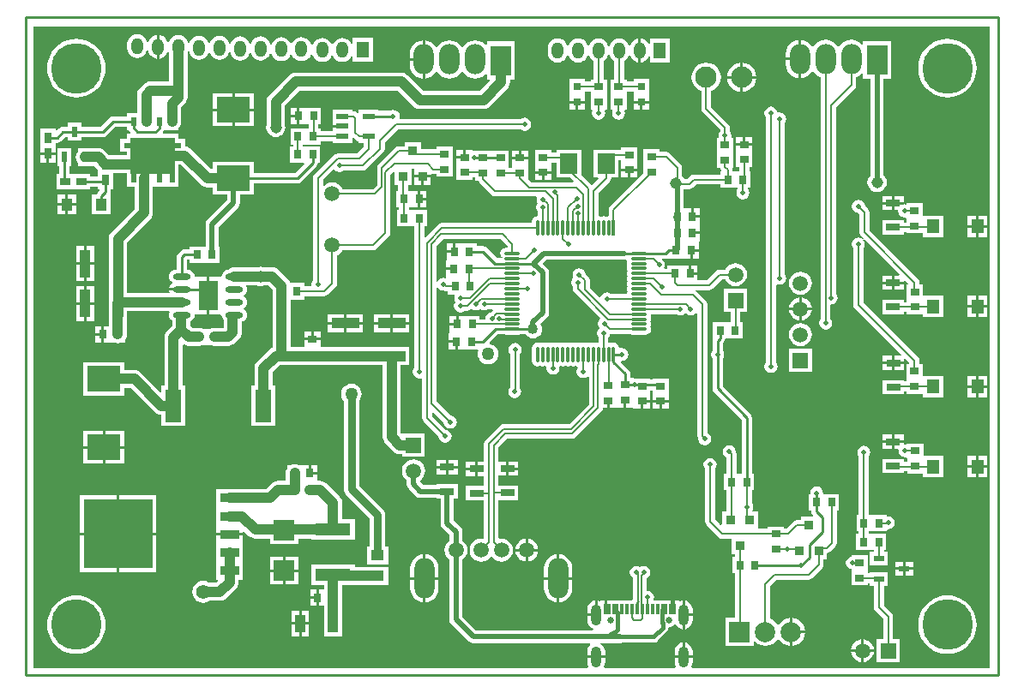
<source format=gtl>
%FSLAX25Y25*%
%MOIN*%
G70*
G01*
G75*
G04 Layer_Physical_Order=1*
G04 Layer_Color=255*
%ADD10R,0.02756X0.03347*%
%ADD11R,0.03543X0.03740*%
%ADD12R,0.03543X0.03740*%
%ADD13R,0.05118X0.03937*%
%ADD14R,0.05315X0.02559*%
%ADD15R,0.12992X0.09843*%
%ADD16R,0.10630X0.03937*%
%ADD17R,0.06299X0.12598*%
%ADD18R,0.13780X0.05118*%
%ADD19R,0.07874X0.07874*%
%ADD20R,0.04724X0.01969*%
%ADD21R,0.01181X0.03937*%
%ADD22R,0.02362X0.03937*%
%ADD23R,0.03937X0.07087*%
%ADD24R,0.07284X0.03740*%
%ADD25R,0.26772X0.26772*%
%ADD26R,0.07480X0.11811*%
%ADD27O,0.06890X0.02362*%
%ADD28R,0.03937X0.10630*%
%ADD29R,0.03347X0.02756*%
%ADD30O,0.01181X0.06299*%
%ADD31O,0.06299X0.01181*%
%ADD32R,0.01181X0.06299*%
%ADD33R,0.04331X0.04724*%
%ADD34R,0.04000X0.03000*%
%ADD35R,0.03000X0.04000*%
%ADD36R,0.09843X0.14410*%
%ADD37R,0.07874X0.14410*%
%ADD38R,0.06299X0.01969*%
%ADD39R,0.02126X0.03543*%
%ADD40R,0.06693X0.07874*%
%ADD41R,0.03000X0.03150*%
%ADD42R,0.03937X0.02362*%
%ADD43R,0.04843X0.05354*%
%ADD44C,0.00800*%
%ADD45C,0.04000*%
%ADD46C,0.01000*%
%ADD47C,0.02000*%
%ADD48C,0.03000*%
%ADD49C,0.01500*%
%ADD50C,0.07874*%
%ADD51R,0.07874X0.07874*%
%ADD52C,0.05906*%
%ADD53R,0.05906X0.05906*%
%ADD54R,0.05906X0.05906*%
%ADD55O,0.03937X0.08268*%
%ADD56C,0.02638*%
%ADD57O,0.07874X0.15748*%
%ADD58C,0.19685*%
%ADD59O,0.04724X0.06299*%
%ADD60R,0.04724X0.06299*%
%ADD61O,0.07874X0.11811*%
%ADD62R,0.07874X0.11811*%
%ADD63C,0.08268*%
%ADD64C,0.03000*%
%ADD65C,0.02000*%
%ADD66C,0.04500*%
%ADD67C,0.05000*%
%ADD68C,0.04000*%
%ADD69C,0.05500*%
G36*
X374761Y2839D02*
X259019D01*
X258741Y3255D01*
X259087Y4091D01*
X259206Y4996D01*
Y6662D01*
X252209D01*
Y4996D01*
X252329Y4091D01*
X252675Y3255D01*
X252397Y2839D01*
X225003D01*
X224725Y3255D01*
X225071Y4091D01*
X225191Y4996D01*
Y6662D01*
X218194D01*
Y4996D01*
X218313Y4091D01*
X218659Y3255D01*
X218381Y2839D01*
X3139D01*
Y252461D01*
X374761D01*
Y2839D01*
D02*
G37*
%LPC*%
G36*
X163300Y83780D02*
X159643D01*
Y81500D01*
X163300D01*
Y83780D01*
D02*
G37*
G36*
X167957D02*
X164300D01*
Y81500D01*
X167957D01*
Y83780D01*
D02*
G37*
G36*
X191358Y83179D02*
X187700D01*
Y80900D01*
X191358D01*
Y83179D01*
D02*
G37*
G36*
X113378Y81773D02*
X111000D01*
Y79100D01*
X113378D01*
Y81773D01*
D02*
G37*
G36*
X174800Y83079D02*
X171142D01*
Y80800D01*
X174800D01*
Y83079D01*
D02*
G37*
G36*
X369402Y85377D02*
X365981D01*
Y81700D01*
X369402D01*
Y85377D01*
D02*
G37*
G36*
X341258Y90400D02*
X337600D01*
Y88121D01*
X339056D01*
X339373Y87734D01*
X339288Y87305D01*
X339482Y86330D01*
X340035Y85503D01*
X340862Y84951D01*
X341837Y84756D01*
X342140Y84817D01*
X342527Y84500D01*
Y84428D01*
X342527Y84428D01*
X342527Y84278D01*
X342527D01*
Y83137D01*
X341258D01*
Y84231D01*
X332943D01*
Y78672D01*
X341258D01*
Y79263D01*
X342527D01*
Y78522D01*
X348777D01*
Y77023D01*
X356619D01*
Y85377D01*
X348873D01*
Y90184D01*
X342527D01*
Y90111D01*
X342140Y89794D01*
X341837Y89855D01*
X341644Y89816D01*
X341258Y90133D01*
Y90400D01*
D02*
G37*
G36*
X336600D02*
X332943D01*
Y88121D01*
X336600D01*
Y90400D01*
D02*
G37*
G36*
X38396Y88200D02*
X30900D01*
Y82279D01*
X38396D01*
Y88200D01*
D02*
G37*
G36*
X373823Y85377D02*
X370402D01*
Y81700D01*
X373823D01*
Y85377D01*
D02*
G37*
G36*
X29900Y88200D02*
X22404D01*
Y82279D01*
X29900D01*
Y88200D01*
D02*
G37*
G36*
X325795Y89254D02*
X324819Y89060D01*
X323992Y88508D01*
X323440Y87681D01*
X323246Y86705D01*
X323440Y85730D01*
X323857Y85105D01*
Y62373D01*
X322917D01*
Y56027D01*
X323857D01*
Y55073D01*
X322816D01*
Y48727D01*
X328572D01*
X328572Y48727D01*
Y48727D01*
X328572D01*
X328722D01*
X328926Y48727D01*
X328926Y48727D01*
Y48727D01*
X329663D01*
Y48081D01*
X328132D01*
Y42719D01*
X335068D01*
Y48081D01*
X333537D01*
Y48727D01*
X334478D01*
Y55073D01*
X328926D01*
X328926Y55073D01*
Y55073D01*
X328722Y55073D01*
X328647D01*
X328572D01*
X328368Y55073D01*
X328368Y55073D01*
Y55073D01*
X327732D01*
Y56027D01*
X328672D01*
Y56027D01*
X328822D01*
X329026Y56027D01*
X329026Y56027D01*
Y56027D01*
X334578D01*
Y56481D01*
X334964Y56798D01*
X335200Y56751D01*
X336175Y56945D01*
X337002Y57498D01*
X337555Y58324D01*
X337749Y59300D01*
X337555Y60276D01*
X337002Y61102D01*
X336175Y61655D01*
X335200Y61849D01*
X334964Y61802D01*
X334578Y62119D01*
Y62373D01*
X329026D01*
X329026Y62373D01*
Y62373D01*
X328822Y62373D01*
X328747D01*
X328672D01*
X328468Y62373D01*
X328468Y62373D01*
Y62373D01*
X327732D01*
Y85105D01*
X328149Y85730D01*
X328344Y86705D01*
X328149Y87681D01*
X327597Y88508D01*
X326770Y89060D01*
X325795Y89254D01*
D02*
G37*
G36*
X104595Y82130D02*
X103681Y82010D01*
X103109Y81773D01*
X101716D01*
Y80599D01*
X101537Y80365D01*
X101185Y79514D01*
X101064Y78600D01*
Y75630D01*
X98100D01*
X97186Y75510D01*
X96335Y75157D01*
X95604Y74596D01*
X93484Y72477D01*
X79200D01*
X78286Y72356D01*
X78190Y72316D01*
X74058D01*
Y65576D01*
X74058Y65576D01*
X74058Y65230D01*
X74058D01*
Y58490D01*
X74058Y58490D01*
X74058Y58143D01*
X74058D01*
Y55273D01*
X84342D01*
Y56012D01*
X84804Y56204D01*
X86804Y54204D01*
X87535Y53643D01*
X88386Y53290D01*
X89300Y53170D01*
X89300Y53170D01*
X95063D01*
Y51011D01*
X105937D01*
Y53170D01*
X111110D01*
Y52641D01*
X127890D01*
Y60759D01*
X123030D01*
Y67000D01*
X122910Y67914D01*
X122557Y68765D01*
X121996Y69496D01*
X116896Y74596D01*
X116165Y75157D01*
X115314Y75510D01*
X114400Y75630D01*
X113378D01*
Y78100D01*
X110499D01*
Y78599D01*
X110000D01*
Y81773D01*
X107622D01*
D01*
D01*
X107622Y81773D01*
X107472D01*
Y81773D01*
X106080D01*
X105508Y82010D01*
X104595Y82130D01*
D02*
G37*
G36*
X50779Y69939D02*
X36393D01*
Y55553D01*
X50779D01*
Y69939D01*
D02*
G37*
G36*
X195259Y53125D02*
Y49200D01*
X199184D01*
X199097Y49862D01*
X198649Y50946D01*
X197935Y51876D01*
X197005Y52589D01*
X195922Y53038D01*
X195259Y53125D01*
D02*
G37*
G36*
X35393Y69939D02*
X21007D01*
Y55553D01*
X35393D01*
Y69939D01*
D02*
G37*
G36*
X369402Y80700D02*
X365981D01*
Y77023D01*
X369402D01*
Y80700D01*
D02*
G37*
G36*
X163300Y80500D02*
X159643D01*
Y78220D01*
X163300D01*
Y80500D01*
D02*
G37*
G36*
X167957D02*
X164300D01*
Y78220D01*
X167957D01*
Y80500D01*
D02*
G37*
G36*
X191358Y79900D02*
X187700D01*
Y77621D01*
X191358D01*
Y79900D01*
D02*
G37*
G36*
X373823Y80700D02*
X370402D01*
Y77023D01*
X373823D01*
Y80700D01*
D02*
G37*
G36*
X174800Y79800D02*
X171142D01*
Y77521D01*
X174800D01*
Y79800D01*
D02*
G37*
G36*
X29900Y95121D02*
X22404D01*
Y89200D01*
X29900D01*
Y95121D01*
D02*
G37*
G36*
X336800Y124279D02*
X333142D01*
Y122000D01*
X336800D01*
Y124279D01*
D02*
G37*
G36*
X166900Y129300D02*
X164522D01*
Y126627D01*
X166900D01*
Y129300D01*
D02*
G37*
G36*
X341458Y121000D02*
X337800D01*
Y118720D01*
X341458D01*
Y121000D01*
D02*
G37*
G36*
X305553Y126953D02*
X296647D01*
Y118047D01*
X305553D01*
Y126953D01*
D02*
G37*
G36*
X336800Y121000D02*
X333142D01*
Y118720D01*
X336800D01*
Y121000D01*
D02*
G37*
G36*
X301100Y136991D02*
X299938Y136838D01*
X298854Y136390D01*
X297924Y135676D01*
X297211Y134746D01*
X296762Y133662D01*
X296609Y132500D01*
X296762Y131338D01*
X297211Y130254D01*
X297924Y129324D01*
X298854Y128611D01*
X299938Y128162D01*
X301100Y128009D01*
X302262Y128162D01*
X303346Y128611D01*
X304276Y129324D01*
X304990Y130254D01*
X305438Y131338D01*
X305591Y132500D01*
X305438Y133662D01*
X304990Y134746D01*
X304276Y135676D01*
X303346Y136390D01*
X302262Y136838D01*
X301100Y136991D01*
D02*
G37*
G36*
X29400Y135873D02*
X27022D01*
Y133200D01*
X29400D01*
Y135873D01*
D02*
G37*
G36*
X123800Y136495D02*
X117485D01*
Y133527D01*
X123800D01*
Y136495D01*
D02*
G37*
G36*
X114673Y133684D02*
X112000D01*
Y131306D01*
X114673D01*
Y133684D01*
D02*
G37*
G36*
X29400Y132200D02*
X27022D01*
Y129527D01*
X29400D01*
Y132200D01*
D02*
G37*
G36*
X111000Y133684D02*
X108327D01*
Y131306D01*
X111000D01*
Y133684D01*
D02*
G37*
G36*
X242773Y106100D02*
X240100D01*
Y103722D01*
X242773D01*
Y106100D01*
D02*
G37*
G36*
X246200D02*
X243527D01*
Y103722D01*
X246200D01*
Y106100D01*
D02*
G37*
G36*
X341258Y93679D02*
X337600D01*
Y91400D01*
X341258D01*
Y93679D01*
D02*
G37*
G36*
X38396Y95121D02*
X30900D01*
Y89200D01*
X38396D01*
Y95121D01*
D02*
G37*
G36*
X336600Y93679D02*
X332943D01*
Y91400D01*
X336600D01*
Y93679D01*
D02*
G37*
G36*
X249873Y106100D02*
X247200D01*
Y103722D01*
X249873D01*
Y106100D01*
D02*
G37*
G36*
X369402Y116544D02*
X365981D01*
Y112867D01*
X369402D01*
Y116544D01*
D02*
G37*
G36*
X373823D02*
X370402D01*
Y112867D01*
X373823D01*
Y116544D01*
D02*
G37*
G36*
Y111867D02*
X370402D01*
Y108189D01*
X373823D01*
Y111867D01*
D02*
G37*
G36*
X190200Y129249D02*
X189225Y129055D01*
X188398Y128502D01*
X187845Y127675D01*
X187651Y126700D01*
X187845Y125724D01*
X188263Y125099D01*
Y112150D01*
X187745Y111375D01*
X187551Y110400D01*
X187745Y109424D01*
X188298Y108598D01*
X189125Y108045D01*
X190100Y107851D01*
X191076Y108045D01*
X191902Y108598D01*
X192455Y109424D01*
X192649Y110400D01*
X192455Y111375D01*
X192137Y111851D01*
Y125099D01*
X192555Y125724D01*
X192749Y126700D01*
X192555Y127675D01*
X192002Y128502D01*
X191175Y129055D01*
X190200Y129249D01*
D02*
G37*
G36*
X369402Y111867D02*
X365981D01*
Y108189D01*
X369402D01*
Y111867D01*
D02*
G37*
G36*
X150700Y83991D02*
X149538Y83838D01*
X148454Y83390D01*
X147524Y82676D01*
X146810Y81746D01*
X146362Y80662D01*
X146209Y79500D01*
X146362Y78338D01*
X146810Y77254D01*
X147524Y76324D01*
X148151Y75843D01*
Y74300D01*
X148151Y74300D01*
X148151D01*
X148345Y73325D01*
X148898Y72498D01*
X151646Y69749D01*
X152473Y69196D01*
X153449Y69002D01*
X159643D01*
Y68772D01*
X161251D01*
Y59200D01*
X161251Y59200D01*
X161251D01*
X161445Y58224D01*
X161998Y57398D01*
X164651Y54744D01*
Y52357D01*
X164024Y51876D01*
X163311Y50946D01*
X162862Y49862D01*
X162709Y48700D01*
X162862Y47538D01*
X163311Y46454D01*
X164024Y45524D01*
X164651Y45043D01*
Y21800D01*
X164651Y21800D01*
X164651D01*
X164845Y20824D01*
X165398Y19998D01*
X172198Y13198D01*
X173024Y12645D01*
X174000Y12451D01*
X219288D01*
X219449Y11977D01*
X219218Y11801D01*
X218662Y11076D01*
X218313Y10232D01*
X218194Y9327D01*
Y7662D01*
X225191D01*
Y9327D01*
X225071Y10232D01*
X224722Y11076D01*
X224166Y11801D01*
X223441Y12357D01*
X223460Y12451D01*
X231000D01*
X231976Y12645D01*
X232067Y12706D01*
X244000D01*
X244878Y12880D01*
X245622Y13378D01*
X245622Y13378D01*
X245622Y13378D01*
X249180Y16936D01*
X249180Y16936D01*
X249180Y16936D01*
X249678Y17680D01*
X249852Y18558D01*
X250011Y18697D01*
X250078Y18688D01*
X250814Y18785D01*
X251500Y19069D01*
X252088Y19521D01*
X252187Y19650D01*
X252678Y19586D01*
X253234Y18861D01*
X253959Y18305D01*
X254802Y17956D01*
X255208Y17902D01*
Y23499D01*
Y29098D01*
X254802Y29045D01*
X254316Y28844D01*
X253979Y29068D01*
Y29068D01*
X252389D01*
Y25599D01*
X251389D01*
Y29068D01*
X251208D01*
Y25599D01*
X250830D01*
Y29068D01*
X244341D01*
X244024Y29455D01*
X244202Y30347D01*
X244008Y31323D01*
X243455Y32150D01*
X242628Y32702D01*
X241653Y32896D01*
X241437Y33073D01*
Y37820D01*
X242002Y38198D01*
X242555Y39024D01*
X242749Y40000D01*
X242555Y40975D01*
X242002Y41802D01*
X241176Y42355D01*
X240200Y42549D01*
X239225Y42355D01*
X238800Y42071D01*
X238375Y42355D01*
X237400Y42549D01*
X236424Y42355D01*
X235598Y41802D01*
X235045Y40975D01*
X234851Y40000D01*
X235045Y39024D01*
X235598Y38198D01*
X235963Y37954D01*
Y29476D01*
X235832Y29280D01*
X235790Y29068D01*
X226570D01*
Y25599D01*
X226192D01*
Y29068D01*
X226011D01*
Y25599D01*
X225011D01*
Y29068D01*
X223421D01*
Y29068D01*
X223084Y28844D01*
X222598Y29045D01*
X222192Y29098D01*
Y23499D01*
X221693D01*
Y23000D01*
X218194D01*
Y21335D01*
X218313Y20429D01*
X218662Y19586D01*
X219218Y18861D01*
X219943Y18305D01*
X220585Y18039D01*
X220487Y17549D01*
X175056D01*
X169749Y22856D01*
Y45043D01*
X170376Y45524D01*
X171089Y46454D01*
X171538Y47538D01*
X171691Y48700D01*
X171538Y49862D01*
X171089Y50946D01*
X170376Y51876D01*
X169749Y52357D01*
Y55800D01*
X169555Y56775D01*
X169002Y57602D01*
X166349Y60256D01*
Y68772D01*
X167957D01*
Y74331D01*
X159643D01*
Y74100D01*
X154505D01*
X153249Y75356D01*
Y75843D01*
X153876Y76324D01*
X154589Y77254D01*
X155038Y78338D01*
X155191Y79500D01*
X155038Y80662D01*
X154589Y81746D01*
X153876Y82676D01*
X152946Y83390D01*
X151862Y83838D01*
X150700Y83991D01*
D02*
G37*
G36*
X259206Y23000D02*
X256208D01*
Y17902D01*
X256613Y17956D01*
X257457Y18305D01*
X258182Y18861D01*
X258738Y19586D01*
X259087Y20429D01*
X259206Y21335D01*
Y23000D01*
D02*
G37*
G36*
X298000Y22318D02*
Y17400D01*
X302918D01*
X302797Y18319D01*
X302249Y19642D01*
X301378Y20778D01*
X300242Y21649D01*
X298919Y22197D01*
X298000Y22318D01*
D02*
G37*
G36*
X110169Y19600D02*
X107200D01*
Y15057D01*
X110169D01*
Y19600D01*
D02*
G37*
G36*
X127890Y43042D02*
X111110D01*
Y34924D01*
X115970D01*
Y33373D01*
X114000D01*
Y30199D01*
Y27027D01*
X115970D01*
Y20136D01*
X115965Y20100D01*
X116027Y19631D01*
Y15057D01*
X122964D01*
Y19600D01*
X123030Y20105D01*
X123030Y20105D01*
Y34924D01*
X127890D01*
Y35170D01*
X136800D01*
X137269Y35232D01*
X140859D01*
Y42169D01*
X137269D01*
X136800Y42230D01*
X127890D01*
Y43042D01*
D02*
G37*
G36*
X106200Y25143D02*
X103232D01*
Y20600D01*
X106200D01*
Y25143D01*
D02*
G37*
G36*
X113000Y29700D02*
X110622D01*
Y27027D01*
X113000D01*
Y29700D01*
D02*
G37*
G36*
X154495Y37176D02*
X149511D01*
Y33739D01*
X149698Y32320D01*
X150246Y30997D01*
X151118Y29862D01*
X152253Y28990D01*
X153576Y28442D01*
X154495Y28321D01*
Y37176D01*
D02*
G37*
G36*
X256208Y29098D02*
Y24000D01*
X259206D01*
Y25666D01*
X259087Y26571D01*
X258738Y27415D01*
X258182Y28139D01*
X257457Y28695D01*
X256613Y29045D01*
X256208Y29098D01*
D02*
G37*
G36*
X110169Y25143D02*
X107200D01*
Y20600D01*
X110169D01*
Y25143D01*
D02*
G37*
G36*
X221192Y29098D02*
X220787Y29045D01*
X219943Y28695D01*
X219218Y28139D01*
X218662Y27415D01*
X218313Y26571D01*
X218194Y25666D01*
Y24000D01*
X221192D01*
Y29098D01*
D02*
G37*
G36*
X255208Y12760D02*
X254802Y12706D01*
X253959Y12357D01*
X253234Y11801D01*
X252678Y11076D01*
X252329Y10232D01*
X252209Y9327D01*
Y7662D01*
X255208D01*
Y12760D01*
D02*
G37*
G36*
X256208D02*
Y7662D01*
X259206D01*
Y9327D01*
X259087Y10232D01*
X258738Y11076D01*
X258182Y11801D01*
X257457Y12357D01*
X256613Y12706D01*
X256208Y12760D01*
D02*
G37*
G36*
X329625Y9000D02*
X325700D01*
Y5075D01*
X326362Y5162D01*
X327446Y5610D01*
X328376Y6324D01*
X329089Y7254D01*
X329538Y8338D01*
X329625Y9000D01*
D02*
G37*
G36*
X327273Y46584D02*
X320927D01*
Y46161D01*
X320419Y46060D01*
X319592Y45508D01*
X319040Y44681D01*
X318846Y43705D01*
X319040Y42730D01*
X319592Y41903D01*
X320419Y41351D01*
X320927Y41250D01*
Y41032D01*
X320927Y41032D01*
X320927D01*
X320927Y40828D01*
Y40678D01*
D01*
D01*
D01*
X320927D01*
D01*
Y34922D01*
X327273D01*
Y35863D01*
X328132D01*
Y34845D01*
X329663D01*
Y26400D01*
X329663Y26400D01*
X329663D01*
X329810Y25659D01*
X330230Y25030D01*
X333263Y21998D01*
Y13953D01*
X330747D01*
Y5047D01*
X339653D01*
Y13953D01*
X337137D01*
Y22800D01*
X336990Y23541D01*
X336570Y24170D01*
X333537Y27202D01*
Y34845D01*
X335068D01*
Y40207D01*
X328132D01*
Y39737D01*
X327273D01*
Y40474D01*
X327273Y40474D01*
D01*
D01*
X327273Y40678D01*
Y40694D01*
Y40753D01*
X327273Y40828D01*
X327273Y41032D01*
X327273Y41032D01*
X327273D01*
Y46584D01*
D02*
G37*
G36*
X324700Y9000D02*
X320775D01*
X320862Y8338D01*
X321310Y7254D01*
X322024Y6324D01*
X322954Y5610D01*
X324038Y5162D01*
X324700Y5075D01*
Y9000D01*
D02*
G37*
G36*
X19685Y31063D02*
X17905Y30923D01*
X16169Y30506D01*
X14520Y29823D01*
X12998Y28890D01*
X11640Y27730D01*
X10480Y26373D01*
X9548Y24850D01*
X8864Y23201D01*
X8448Y21465D01*
X8308Y19685D01*
X8448Y17905D01*
X8864Y16169D01*
X9548Y14520D01*
X10480Y12998D01*
X11640Y11640D01*
X12998Y10480D01*
X14520Y9548D01*
X16169Y8864D01*
X17905Y8448D01*
X19685Y8308D01*
X21465Y8448D01*
X23201Y8864D01*
X24850Y9548D01*
X26373Y10480D01*
X27730Y11640D01*
X28890Y12998D01*
X29823Y14520D01*
X30506Y16169D01*
X30923Y17905D01*
X31063Y19685D01*
X30923Y21465D01*
X30506Y23201D01*
X29823Y24850D01*
X28890Y26373D01*
X27730Y27730D01*
X26373Y28890D01*
X24850Y29823D01*
X23201Y30506D01*
X21465Y30923D01*
X19685Y31063D01*
D02*
G37*
G36*
X302918Y16400D02*
X298000D01*
Y11482D01*
X298919Y11603D01*
X300242Y12151D01*
X301378Y13022D01*
X302249Y14158D01*
X302797Y15481D01*
X302918Y16400D01*
D02*
G37*
G36*
X106200Y19600D02*
X103232D01*
Y15057D01*
X106200D01*
Y19600D01*
D02*
G37*
G36*
X325700Y13925D02*
Y10000D01*
X329625D01*
X329538Y10662D01*
X329089Y11746D01*
X328376Y12676D01*
X327446Y13389D01*
X326362Y13838D01*
X325700Y13925D01*
D02*
G37*
G36*
X358268Y31063D02*
X356488Y30923D01*
X354752Y30506D01*
X353102Y29823D01*
X351580Y28890D01*
X350223Y27730D01*
X349063Y26373D01*
X348130Y24850D01*
X347447Y23201D01*
X347030Y21465D01*
X346890Y19685D01*
X347030Y17905D01*
X347447Y16169D01*
X348130Y14520D01*
X349063Y12998D01*
X350223Y11640D01*
X351580Y10480D01*
X353102Y9548D01*
X354752Y8864D01*
X356488Y8448D01*
X358268Y8308D01*
X360048Y8448D01*
X361784Y8864D01*
X363433Y9548D01*
X364955Y10480D01*
X366313Y11640D01*
X367472Y12998D01*
X368405Y14520D01*
X369089Y16169D01*
X369505Y17905D01*
X369645Y19685D01*
X369505Y21465D01*
X369089Y23201D01*
X368405Y24850D01*
X367472Y26373D01*
X366313Y27730D01*
X364955Y28890D01*
X363433Y29823D01*
X361784Y30506D01*
X360048Y30923D01*
X358268Y31063D01*
D02*
G37*
G36*
X324700Y13925D02*
X324038Y13838D01*
X322954Y13389D01*
X322024Y12676D01*
X321310Y11746D01*
X320862Y10662D01*
X320775Y10000D01*
X324700D01*
Y13925D01*
D02*
G37*
G36*
X160479Y37176D02*
X155495D01*
Y28321D01*
X156415Y28442D01*
X157737Y28990D01*
X158873Y29862D01*
X159745Y30997D01*
X160292Y32320D01*
X160479Y33739D01*
Y37176D01*
D02*
G37*
G36*
X105937Y46137D02*
X101000D01*
Y41200D01*
X105937D01*
Y46137D01*
D02*
G37*
G36*
X340943Y44144D02*
X337974D01*
Y41963D01*
X340943D01*
Y44144D01*
D02*
G37*
G36*
X100000Y46137D02*
X95063D01*
Y41200D01*
X100000D01*
Y46137D01*
D02*
G37*
G36*
X35393Y54553D02*
X21007D01*
Y40167D01*
X35393D01*
Y54553D01*
D02*
G37*
G36*
X50779D02*
X36393D01*
Y40167D01*
X50779D01*
Y54553D01*
D02*
G37*
G36*
X344911Y44144D02*
X341943D01*
Y41963D01*
X344911D01*
Y44144D01*
D02*
G37*
G36*
X84342Y54273D02*
X74058D01*
Y51410D01*
X74058Y51410D01*
X74058D01*
X74058Y51403D01*
Y51057D01*
D01*
D01*
X74058D01*
Y44317D01*
X74058Y44317D01*
X74058Y43970D01*
X74058D01*
Y37230D01*
X74584D01*
X74775Y36768D01*
X74038Y36030D01*
X71381D01*
X71143Y36212D01*
X70109Y36641D01*
X69000Y36787D01*
X67891Y36641D01*
X66857Y36212D01*
X65969Y35531D01*
X65288Y34643D01*
X64859Y33610D01*
X64713Y32500D01*
X64859Y31391D01*
X65288Y30357D01*
X65969Y29469D01*
X66857Y28788D01*
X67891Y28359D01*
X69000Y28213D01*
X70109Y28359D01*
X71143Y28788D01*
X71381Y28970D01*
X75500D01*
X76414Y29090D01*
X77265Y29443D01*
X77996Y30004D01*
X81696Y33704D01*
X82257Y34435D01*
X82610Y35286D01*
X82730Y36200D01*
X82730Y36200D01*
X82730Y36200D01*
Y36200D01*
Y37230D01*
X84342D01*
Y43970D01*
D01*
Y43970D01*
X84342Y43970D01*
Y44317D01*
X84342D01*
Y51050D01*
X84342Y51050D01*
D01*
D01*
X84342Y51057D01*
Y51142D01*
Y51230D01*
Y51287D01*
Y51403D01*
X84342Y51408D01*
X84342Y51410D01*
X84342Y51410D01*
X84342D01*
Y54273D01*
D02*
G37*
G36*
X194259Y53125D02*
X193597Y53038D01*
X192514Y52589D01*
X191583Y51876D01*
X190870Y50946D01*
X190421Y49862D01*
X190334Y49200D01*
X194259D01*
Y53125D01*
D02*
G37*
G36*
X199184Y48200D02*
X195259D01*
Y44275D01*
X195922Y44362D01*
X197005Y44811D01*
X197935Y45524D01*
X198649Y46454D01*
X199097Y47538D01*
X199184Y48200D01*
D02*
G37*
G36*
X126600Y113435D02*
X125556Y113297D01*
X124583Y112894D01*
X123747Y112253D01*
X123106Y111417D01*
X122703Y110444D01*
X122565Y109400D01*
X122703Y108356D01*
X123106Y107383D01*
X123574Y106773D01*
Y72500D01*
X123677Y71717D01*
X123891Y71201D01*
X123979Y70987D01*
X124460Y70360D01*
X133774Y61047D01*
Y50042D01*
X132741D01*
Y43106D01*
X140859D01*
Y50042D01*
X139826D01*
Y62300D01*
X139723Y63083D01*
X139509Y63599D01*
X139420Y63813D01*
X138940Y64440D01*
X129626Y73753D01*
Y106773D01*
X130094Y107383D01*
X130497Y108356D01*
X130634Y109400D01*
X130497Y110444D01*
X130094Y111417D01*
X129453Y112253D01*
X128617Y112894D01*
X127644Y113297D01*
X126600Y113435D01*
D02*
G37*
G36*
X194259Y48200D02*
X190334D01*
X190421Y47538D01*
X190870Y46454D01*
X191583Y45524D01*
X192514Y44811D01*
X193597Y44362D01*
X194259Y44275D01*
Y48200D01*
D02*
G37*
G36*
X100000Y40200D02*
X95063D01*
Y35263D01*
X100000D01*
Y40200D01*
D02*
G37*
G36*
X105937D02*
X101000D01*
Y35263D01*
X105937D01*
Y40200D01*
D02*
G37*
G36*
X113000Y33373D02*
X110622D01*
Y30700D01*
X113000D01*
Y33373D01*
D02*
G37*
G36*
X206464Y37176D02*
X201480D01*
Y33739D01*
X201667Y32320D01*
X202215Y30997D01*
X203086Y29862D01*
X204222Y28990D01*
X205544Y28442D01*
X206464Y28321D01*
Y37176D01*
D02*
G37*
G36*
X212448D02*
X207464D01*
Y28321D01*
X208383Y28442D01*
X209706Y28990D01*
X210841Y29862D01*
X211713Y30997D01*
X212261Y32320D01*
X212448Y33739D01*
Y37176D01*
D02*
G37*
G36*
X154495Y47032D02*
X153576Y46910D01*
X152253Y46363D01*
X151118Y45491D01*
X150246Y44355D01*
X149698Y43033D01*
X149511Y41613D01*
Y38176D01*
X154495D01*
Y47032D01*
D02*
G37*
G36*
X340943Y40963D02*
X337974D01*
Y38782D01*
X340943D01*
Y40963D01*
D02*
G37*
G36*
X344911D02*
X341943D01*
Y38782D01*
X344911D01*
Y40963D01*
D02*
G37*
G36*
X207464Y47032D02*
Y38176D01*
X212448D01*
Y41613D01*
X212261Y43033D01*
X211713Y44355D01*
X210841Y45491D01*
X209706Y46363D01*
X208383Y46910D01*
X207464Y47032D01*
D02*
G37*
G36*
X155495D02*
Y38176D01*
X160479D01*
Y41613D01*
X160292Y43033D01*
X159745Y44355D01*
X158873Y45491D01*
X157737Y46363D01*
X156415Y46910D01*
X155495Y47032D01*
D02*
G37*
G36*
X206464D02*
X205544Y46910D01*
X204222Y46363D01*
X203086Y45491D01*
X202215Y44355D01*
X201667Y43033D01*
X201480Y41613D01*
Y38176D01*
X206464D01*
Y47032D01*
D02*
G37*
G36*
X191600Y204178D02*
X188927D01*
Y201800D01*
X191600D01*
Y204178D01*
D02*
G37*
G36*
X195273D02*
X192600D01*
Y201800D01*
X195273D01*
Y204178D01*
D02*
G37*
G36*
X11600Y202502D02*
X9100D01*
Y199502D01*
X11600D01*
Y202502D01*
D02*
G37*
G36*
X237773Y196100D02*
X235100D01*
Y193722D01*
X237773D01*
Y196100D01*
D02*
G37*
G36*
X8100Y202502D02*
X5600D01*
Y199502D01*
X8100D01*
Y202502D01*
D02*
G37*
G36*
X170100Y204378D02*
X167427D01*
Y202000D01*
X170100D01*
Y204378D01*
D02*
G37*
G36*
X88796Y219500D02*
X81300D01*
Y213579D01*
X88796D01*
Y219500D01*
D02*
G37*
G36*
X105494Y217100D02*
X103117D01*
Y214427D01*
X105494D01*
Y217100D01*
D02*
G37*
G36*
X80300Y219500D02*
X72804D01*
Y213579D01*
X80300D01*
Y219500D01*
D02*
G37*
G36*
X278800Y209378D02*
X276127D01*
Y207000D01*
X278800D01*
Y209378D01*
D02*
G37*
G36*
X282473D02*
X279800D01*
Y207000D01*
X282473D01*
Y209378D01*
D02*
G37*
G36*
X336600Y186479D02*
X332943D01*
Y184200D01*
X336600D01*
Y186479D01*
D02*
G37*
G36*
X341258D02*
X337600D01*
Y184200D01*
X341258D01*
Y186479D01*
D02*
G37*
G36*
X19665Y187062D02*
X16500D01*
Y183700D01*
X19665D01*
Y187062D01*
D02*
G37*
G36*
X348673Y183583D02*
X342327D01*
Y183511D01*
X341940Y183194D01*
X341637Y183255D01*
X341258Y183566D01*
Y183200D01*
X337600D01*
Y180921D01*
X338912D01*
X339088Y180705D01*
X339282Y179730D01*
X339835Y178903D01*
X340662Y178351D01*
X341637Y178156D01*
X341940Y178217D01*
X342327Y177900D01*
Y177828D01*
Y177678D01*
D01*
D01*
D01*
X342327D01*
D01*
Y176188D01*
X341258D01*
Y177031D01*
X332943D01*
Y171472D01*
X341258D01*
Y172314D01*
X342327D01*
Y171922D01*
X348673D01*
D01*
X348673D01*
X348777Y171818D01*
Y170523D01*
X356619D01*
Y178877D01*
X349027D01*
X349027Y178877D01*
Y178877D01*
X348777Y178877D01*
X348673Y178981D01*
Y183583D01*
D02*
G37*
G36*
X15500Y187062D02*
X12335D01*
Y183700D01*
X15500D01*
Y187062D01*
D02*
G37*
G36*
X155783Y188473D02*
X153405D01*
Y185800D01*
X155783D01*
Y188473D01*
D02*
G37*
G36*
X204273Y195100D02*
X201600D01*
Y192722D01*
X204273D01*
Y195100D01*
D02*
G37*
G36*
X234100Y196100D02*
X231427D01*
Y193722D01*
X234100D01*
Y196100D01*
D02*
G37*
G36*
X200600Y195100D02*
X197927D01*
Y192722D01*
X200600D01*
Y195100D01*
D02*
G37*
G36*
X153740Y193579D02*
X150969D01*
Y190709D01*
X153740D01*
Y193579D01*
D02*
G37*
G36*
X157512D02*
X154740D01*
Y190709D01*
X157512D01*
Y193579D01*
D02*
G37*
G36*
X105494Y220773D02*
X103117D01*
Y218100D01*
X105494D01*
Y220773D01*
D02*
G37*
G36*
X43402Y249483D02*
X42393Y249350D01*
X41454Y248961D01*
X40647Y248342D01*
X40028Y247535D01*
X39639Y246596D01*
X39506Y245587D01*
Y244013D01*
X39639Y243004D01*
X40028Y242065D01*
X40647Y241258D01*
X41454Y240639D01*
X42393Y240250D01*
X43402Y240117D01*
X44410Y240250D01*
X45349Y240639D01*
X46156Y241258D01*
X46775Y242065D01*
X47164Y243004D01*
X47167Y243026D01*
X47667D01*
X47710Y242704D01*
X48099Y241765D01*
X48718Y240958D01*
X49525Y240339D01*
X50464Y239950D01*
X50972Y239883D01*
Y244499D01*
Y249117D01*
X50464Y249050D01*
X49525Y248661D01*
X48718Y248042D01*
X48099Y247235D01*
X47710Y246296D01*
X47707Y246274D01*
X47207D01*
X47164Y246596D01*
X46775Y247535D01*
X46156Y248342D01*
X45349Y248961D01*
X44410Y249350D01*
X43402Y249483D01*
D02*
G37*
G36*
X154200Y246980D02*
X153281Y246859D01*
X151958Y246311D01*
X150822Y245440D01*
X149951Y244304D01*
X149403Y242982D01*
X149216Y241562D01*
Y240094D01*
X154200D01*
Y246980D01*
D02*
G37*
G36*
X278800Y238317D02*
Y233200D01*
X283917D01*
X283789Y234171D01*
X283221Y235541D01*
X282318Y236718D01*
X281141Y237621D01*
X279771Y238189D01*
X278800Y238317D01*
D02*
G37*
G36*
X300400Y239294D02*
X295416D01*
Y237825D01*
X295603Y236406D01*
X296151Y235083D01*
X297022Y233947D01*
X298158Y233076D01*
X299481Y232528D01*
X300400Y232407D01*
Y239294D01*
D02*
G37*
G36*
X277800Y238317D02*
X276829Y238189D01*
X275459Y237621D01*
X274282Y236718D01*
X273379Y235541D01*
X272811Y234171D01*
X272683Y233200D01*
X277800D01*
Y238317D01*
D02*
G37*
G36*
X300400Y247180D02*
X299481Y247059D01*
X298158Y246511D01*
X297022Y245640D01*
X296151Y244504D01*
X295603Y243182D01*
X295416Y241762D01*
Y240294D01*
X300400D01*
Y247180D01*
D02*
G37*
G36*
X250362Y247750D02*
X242638D01*
Y245576D01*
X242147Y245478D01*
X242000Y245835D01*
X241381Y246642D01*
X240574Y247261D01*
X239634Y247650D01*
X239126Y247717D01*
Y243099D01*
Y238483D01*
X239634Y238550D01*
X240574Y238939D01*
X241381Y239558D01*
X242000Y240365D01*
X242147Y240722D01*
X242638Y240624D01*
Y238450D01*
X250362D01*
Y247750D01*
D02*
G37*
G36*
X59346Y249183D02*
X58338Y249050D01*
X57399Y248661D01*
X56592Y248042D01*
X55973Y247235D01*
X55660Y246479D01*
X55159D01*
X54846Y247235D01*
X54227Y248042D01*
X53420Y248661D01*
X52481Y249050D01*
X51972Y249117D01*
Y244499D01*
Y239883D01*
X52481Y239950D01*
X53420Y240339D01*
X54227Y240958D01*
X54846Y241765D01*
X55159Y242521D01*
X55660Y242521D01*
X55816Y242143D01*
Y231030D01*
X48500D01*
X47586Y230910D01*
X46735Y230557D01*
X46004Y229996D01*
X44366Y228358D01*
X43805Y227627D01*
X43452Y226776D01*
X43332Y225862D01*
Y218731D01*
X39299D01*
Y217499D01*
X33960D01*
X33180Y217344D01*
X32518Y216902D01*
X29098Y213482D01*
X21718D01*
Y214911D01*
X16356D01*
Y213482D01*
X14443D01*
X13662Y213327D01*
X13001Y212884D01*
X12062Y211946D01*
X11600Y212137D01*
Y212698D01*
X5600D01*
Y205698D01*
Y203502D01*
X11600D01*
Y205698D01*
Y207159D01*
X12198D01*
X12979Y207314D01*
X13640Y207756D01*
X15287Y209403D01*
X16356D01*
Y207974D01*
X21718D01*
Y209403D01*
X29943D01*
X30723Y209559D01*
X31384Y210001D01*
X31384Y210001D01*
X31384Y210001D01*
X34804Y213421D01*
X39299D01*
Y212188D01*
X40091D01*
X40420Y211696D01*
X40777Y211339D01*
X40586Y210877D01*
X39320D01*
Y208692D01*
X36839D01*
Y203724D01*
X39320D01*
Y202329D01*
X32462D01*
X30695Y204096D01*
X29963Y204657D01*
X29112Y205010D01*
X28198Y205130D01*
X22974D01*
X22505Y205068D01*
X20293D01*
Y203855D01*
X19917Y203365D01*
X19564Y202514D01*
X19444Y201600D01*
X19564Y200686D01*
X19917Y199835D01*
X20293Y199345D01*
Y198132D01*
X22505D01*
X22974Y198070D01*
X26736D01*
X28000Y196806D01*
Y195298D01*
Y194239D01*
X25098D01*
Y195200D01*
X17139D01*
Y198132D01*
X17781D01*
Y205068D01*
X12419D01*
Y198132D01*
X13061D01*
Y195200D01*
X11902D01*
Y189200D01*
X25098D01*
Y190161D01*
X28000D01*
Y189102D01*
X28564D01*
X28756Y188640D01*
X27885Y187769D01*
X27443Y187107D01*
X27434Y187062D01*
X25661D01*
Y179338D01*
X32992D01*
Y187062D01*
X32968D01*
X32884Y187220D01*
X33039Y188000D01*
Y189102D01*
X34000D01*
Y195268D01*
X39299D01*
Y190150D01*
X42395D01*
Y181387D01*
X33404Y172396D01*
X32843Y171665D01*
X32490Y170814D01*
X32370Y169900D01*
Y160200D01*
Y145323D01*
X32275Y144606D01*
Y135873D01*
X30400D01*
Y132699D01*
Y129527D01*
X32778D01*
Y129527D01*
X32778D01*
X32778Y129527D01*
X32928D01*
Y129527D01*
X34320D01*
X34892Y129290D01*
X35805Y129170D01*
X36719Y129290D01*
X37291Y129527D01*
X38684D01*
Y130701D01*
X38863Y130935D01*
X39215Y131786D01*
X39336Y132700D01*
Y137885D01*
X39369D01*
Y141670D01*
X55657D01*
X55935Y141254D01*
X55788Y140900D01*
X55696Y140200D01*
X55788Y139500D01*
X56058Y138848D01*
X56488Y138288D01*
X56970Y137918D01*
Y135962D01*
X54963Y133955D01*
X54402Y133224D01*
X54049Y132373D01*
X53929Y131459D01*
Y112578D01*
X52810D01*
Y110336D01*
X52347Y110145D01*
X44721Y117771D01*
X43990Y118332D01*
X43139Y118685D01*
X42225Y118805D01*
X38396D01*
Y121696D01*
X22404D01*
Y108853D01*
X38396D01*
Y111745D01*
X40763D01*
X50225Y102283D01*
X50225Y102283D01*
X50225D01*
X50225Y102283D01*
X50225D01*
X50225Y102283D01*
Y102283D01*
Y102283D01*
D01*
D01*
X50225D01*
Y102283D01*
X50956Y101722D01*
X51808Y101369D01*
X52721Y101249D01*
X52810D01*
Y96979D01*
X62109D01*
Y112578D01*
X60989D01*
Y128496D01*
X61438Y128717D01*
X61535Y128643D01*
X62386Y128290D01*
X63300Y128170D01*
X67400D01*
X68314Y128290D01*
X68885Y128527D01*
X70278D01*
Y128527D01*
X70278D01*
X70278Y128527D01*
X70428D01*
Y128527D01*
X71820D01*
X72392Y128290D01*
X73305Y128170D01*
X78700D01*
X79614Y128290D01*
X80465Y128643D01*
X81196Y129204D01*
X82996Y131004D01*
X83557Y131735D01*
X83910Y132586D01*
X84030Y133500D01*
Y137579D01*
X84100Y137588D01*
X84752Y137858D01*
X85312Y138288D01*
X85742Y138848D01*
X86012Y139500D01*
X86104Y140200D01*
X86012Y140900D01*
X85742Y141552D01*
X85312Y142112D01*
X84752Y142542D01*
Y142858D01*
X85312Y143288D01*
X85742Y143848D01*
X86012Y144500D01*
X86104Y145200D01*
X86012Y145900D01*
X85742Y146552D01*
X85312Y147112D01*
X84752Y147542D01*
Y147858D01*
X85312Y148288D01*
X85742Y148848D01*
X86012Y149500D01*
X86104Y150200D01*
X86012Y150900D01*
X85742Y151552D01*
X85800Y151670D01*
X89923D01*
X90221Y151547D01*
X91200Y151418D01*
X92179Y151547D01*
X92477Y151670D01*
X94338D01*
X95970Y150038D01*
Y127479D01*
X95435Y127257D01*
X94704Y126696D01*
X90002Y121995D01*
X89441Y121264D01*
X89088Y120412D01*
X88968Y119498D01*
Y112578D01*
X87849D01*
Y96979D01*
X97148D01*
Y112578D01*
X96029D01*
Y118036D01*
X98662Y120670D01*
X138770D01*
Y92700D01*
X138770Y92700D01*
X138770D01*
X138890Y91786D01*
X139243Y90935D01*
X139804Y90204D01*
X143004Y87004D01*
X143735Y86443D01*
X144586Y86090D01*
X145500Y85970D01*
X146247D01*
Y85047D01*
X155153D01*
Y93953D01*
X146247D01*
X146247Y93953D01*
Y93953D01*
X146246Y93952D01*
X145830Y94230D01*
Y120731D01*
X149115D01*
Y127668D01*
X142769D01*
X142300Y127730D01*
X114673D01*
X114673Y127778D01*
D01*
Y127928D01*
X114673Y128075D01*
X114673Y128131D01*
X114673Y128131D01*
X114673D01*
Y130306D01*
X108327D01*
Y128131D01*
X108327Y128131D01*
X108327D01*
X108327Y127928D01*
Y127778D01*
X108327D01*
X108327Y127730D01*
X103030D01*
Y146227D01*
X108278D01*
Y147463D01*
X116100D01*
X116841Y147610D01*
X117470Y148030D01*
X117470Y148030D01*
X117470Y148030D01*
X120470Y151030D01*
X120890Y151659D01*
X121037Y152400D01*
X121037Y152400D01*
X121037Y152400D01*
Y152400D01*
Y163283D01*
X121346Y163410D01*
X122276Y164124D01*
X122989Y165054D01*
X123117Y165363D01*
X134900D01*
X135641Y165510D01*
X136270Y165930D01*
X136270Y165930D01*
X136270Y165930D01*
X141170Y170830D01*
X141590Y171459D01*
X141737Y172200D01*
X141737Y172200D01*
X141737Y172200D01*
Y172200D01*
Y194798D01*
X143026Y196087D01*
X143488Y195895D01*
Y190709D01*
X144823D01*
Y188473D01*
X144122D01*
Y182127D01*
X145063D01*
Y180973D01*
X144217D01*
Y174627D01*
X149972D01*
X149972Y174627D01*
Y174627D01*
X149972D01*
X150122D01*
X150326Y174627D01*
X150326Y174627D01*
Y174627D01*
X151063D01*
Y119601D01*
X150645Y118975D01*
X150451Y118000D01*
X150645Y117025D01*
X151198Y116198D01*
X152024Y115645D01*
X153000Y115451D01*
X153676Y115585D01*
X154063Y115268D01*
Y100000D01*
X154063Y100000D01*
X154063D01*
X154210Y99259D01*
X154630Y98630D01*
X160498Y92762D01*
X160645Y92024D01*
X161198Y91198D01*
X162024Y90645D01*
X163000Y90451D01*
X163976Y90645D01*
X164802Y91198D01*
X165355Y92024D01*
X165549Y93000D01*
X165355Y93976D01*
X164802Y94802D01*
X163976Y95355D01*
X163238Y95502D01*
X157937Y100802D01*
Y102170D01*
X158399Y102361D01*
X162498Y98262D01*
X162645Y97524D01*
X163198Y96698D01*
X164024Y96145D01*
X165000Y95951D01*
X165975Y96145D01*
X166802Y96698D01*
X167355Y97524D01*
X167549Y98500D01*
X167355Y99476D01*
X166802Y100302D01*
X165975Y100855D01*
X165238Y101002D01*
X159537Y106702D01*
Y151227D01*
X160035Y151276D01*
X160045Y151225D01*
X160598Y150398D01*
X161425Y149845D01*
X162397Y149652D01*
X162459Y149610D01*
X163200Y149463D01*
X164022D01*
Y148227D01*
X166650D01*
X166886Y147786D01*
X166745Y147575D01*
X166551Y146600D01*
X166745Y145624D01*
X167012Y145225D01*
X166645Y144676D01*
X166451Y143700D01*
X166645Y142725D01*
X167198Y141898D01*
X168025Y141345D01*
X169000Y141151D01*
X169975Y141345D01*
X170601Y141763D01*
X171613D01*
X172354Y141910D01*
X172983Y142330D01*
X173329Y142676D01*
X174125Y142145D01*
X175100Y141951D01*
X176075Y142145D01*
X176650Y142529D01*
X177225Y142145D01*
X178200Y141951D01*
X179175Y142145D01*
X179759Y142535D01*
X181432D01*
X181743Y142070D01*
X180729Y141055D01*
X180225Y140955D01*
X179398Y140402D01*
X178845Y139576D01*
X178651Y138600D01*
X178600Y138537D01*
X176484D01*
Y139773D01*
X170931D01*
X170931Y139773D01*
Y139773D01*
X170728Y139773D01*
X170653D01*
X170578D01*
X170374Y139773D01*
X170374Y139773D01*
Y139773D01*
X168200D01*
Y136599D01*
X167701D01*
Y136100D01*
X164822D01*
Y133427D01*
X164822D01*
Y133273D01*
X164522Y132973D01*
X164522D01*
Y130300D01*
X167401D01*
Y129801D01*
X167900D01*
Y126627D01*
X170278D01*
Y126627D01*
X170428D01*
X170632Y126627D01*
X170632Y126627D01*
Y126627D01*
X175594D01*
X175872Y126211D01*
X175803Y126044D01*
X175665Y125000D01*
X175803Y123956D01*
X176206Y122983D01*
X176847Y122147D01*
X177683Y121506D01*
X178656Y121103D01*
X179700Y120966D01*
X180744Y121103D01*
X181717Y121506D01*
X182553Y122147D01*
X183194Y122983D01*
X183597Y123956D01*
X183735Y125000D01*
X183597Y126044D01*
X183194Y127017D01*
X182553Y127853D01*
X181717Y128494D01*
X180744Y128897D01*
X180453Y128935D01*
X180293Y129409D01*
X183475Y132591D01*
X186107D01*
X186571Y132498D01*
X191689D01*
X192153Y132591D01*
X194323D01*
X194674Y132134D01*
X195405Y131573D01*
X196256Y131220D01*
X197170Y131100D01*
X198084Y131220D01*
X198935Y131573D01*
X199666Y132134D01*
X200227Y132865D01*
X200580Y133716D01*
X200700Y134630D01*
X200580Y135544D01*
X200227Y136395D01*
X200085Y136580D01*
X202702Y139198D01*
X203255Y140024D01*
X203449Y141000D01*
X203449Y141000D01*
X203449Y141000D01*
Y141000D01*
Y156741D01*
X203255Y157716D01*
X202702Y158543D01*
X201025Y160221D01*
X202413Y161609D01*
X232600D01*
X233376Y161763D01*
X233721Y161533D01*
X233818Y161042D01*
X233814Y161036D01*
X233652Y160221D01*
X233814Y159405D01*
X233927Y159236D01*
X233814Y159068D01*
X233652Y158252D01*
X233814Y157436D01*
X233927Y157268D01*
X233814Y157099D01*
X233652Y156283D01*
X233814Y155468D01*
X233927Y155299D01*
X233814Y155131D01*
X233652Y154315D01*
X233814Y153499D01*
X233927Y153331D01*
X233814Y153162D01*
X233652Y152347D01*
X233814Y151531D01*
X233927Y151362D01*
X233814Y151194D01*
X233652Y150378D01*
X233814Y149562D01*
X233927Y149394D01*
X233814Y149225D01*
X233652Y148409D01*
X233626Y148378D01*
X227439D01*
X226875Y148755D01*
X225900Y148949D01*
X224924Y148755D01*
X224098Y148202D01*
X223545Y147376D01*
X223519Y147244D01*
X223041Y147099D01*
X219237Y150902D01*
Y153600D01*
X219090Y154341D01*
X218670Y154970D01*
X217602Y156038D01*
X217455Y156775D01*
X216902Y157602D01*
X216075Y158155D01*
X215100Y158349D01*
X214124Y158155D01*
X213298Y157602D01*
X212745Y156775D01*
X212551Y155800D01*
X212745Y154824D01*
X212864Y154647D01*
X212798Y154602D01*
X212245Y153776D01*
X212051Y152800D01*
X212245Y151824D01*
X212663Y151199D01*
Y150300D01*
X212810Y149559D01*
X213230Y148930D01*
X223215Y138946D01*
X223166Y138448D01*
X223098Y138402D01*
X222545Y137575D01*
X222351Y136600D01*
X222545Y135625D01*
X223021Y134913D01*
X222761Y134739D01*
X222208Y133913D01*
X222014Y132937D01*
X222208Y131962D01*
X222626Y131336D01*
Y129504D01*
X222594Y129478D01*
X221779Y129316D01*
X221610Y129203D01*
X221442Y129316D01*
X220626Y129478D01*
X219810Y129316D01*
X219642Y129203D01*
X219473Y129316D01*
X218657Y129478D01*
X217842Y129316D01*
X217673Y129203D01*
X217505Y129316D01*
X216689Y129478D01*
X215873Y129316D01*
X215705Y129203D01*
X215536Y129316D01*
X214721Y129478D01*
X213905Y129316D01*
X213736Y129203D01*
X213568Y129316D01*
X212752Y129478D01*
X211936Y129316D01*
X211768Y129203D01*
X211599Y129316D01*
X210784Y129478D01*
X209968Y129316D01*
X209799Y129203D01*
X209631Y129316D01*
X208815Y129478D01*
X207999Y129316D01*
X207831Y129203D01*
X207662Y129316D01*
X206846Y129478D01*
X206031Y129316D01*
X205862Y129203D01*
X205694Y129316D01*
X204878Y129478D01*
X204062Y129316D01*
X203894Y129203D01*
X203725Y129316D01*
X202909Y129478D01*
X202094Y129316D01*
X201925Y129203D01*
X201757Y129316D01*
X200941Y129478D01*
X200125Y129316D01*
X199957Y129203D01*
X199788Y129316D01*
X198972Y129478D01*
X198157Y129316D01*
X197465Y128854D01*
X197003Y128162D01*
X196841Y127347D01*
Y122228D01*
X197003Y121413D01*
X197465Y120721D01*
X198157Y120259D01*
X198972Y120097D01*
X199788Y120259D01*
X199957Y120372D01*
X200125Y120259D01*
X200941Y120097D01*
X201757Y120259D01*
X201925Y120372D01*
X202094Y120259D01*
X202140Y120250D01*
X202417Y119834D01*
X202351Y119500D01*
X202545Y118525D01*
X203098Y117698D01*
X203924Y117145D01*
X204900Y116951D01*
X205875Y117145D01*
X206702Y117698D01*
X207255Y118525D01*
X207449Y119500D01*
X207381Y119843D01*
X207659Y120258D01*
X207999Y120259D01*
D01*
X208815Y120097D01*
X209631Y120259D01*
X209799Y120372D01*
X209968Y120259D01*
X210784Y120097D01*
X211599Y120259D01*
X211768Y120372D01*
X211936Y120259D01*
X212752Y120097D01*
X213568Y120259D01*
X213736Y120372D01*
X213905Y120259D01*
X214488Y120143D01*
X214679Y119681D01*
X214334Y119164D01*
X214140Y118189D01*
X214334Y117213D01*
X214887Y116387D01*
X215714Y115834D01*
X216689Y115640D01*
X217664Y115834D01*
X218432Y116347D01*
X218873Y116111D01*
Y105413D01*
X211198Y97737D01*
X185754D01*
X185013Y97590D01*
X184385Y97170D01*
X178710Y91495D01*
X178290Y90866D01*
X178142Y90125D01*
Y83079D01*
X175800D01*
Y80299D01*
Y77521D01*
X178142D01*
Y73631D01*
X171142D01*
Y68072D01*
X178142D01*
Y53426D01*
X177766Y53096D01*
X177042Y53191D01*
X175880Y53038D01*
X174797Y52589D01*
X173867Y51876D01*
X173153Y50946D01*
X172704Y49862D01*
X172551Y48700D01*
X172704Y47538D01*
X173153Y46454D01*
X173867Y45524D01*
X174797Y44811D01*
X175880Y44362D01*
X177042Y44209D01*
X178205Y44362D01*
X179288Y44811D01*
X180218Y45524D01*
X180729Y46191D01*
X181229D01*
X181741Y45524D01*
X182671Y44811D01*
X183754Y44362D01*
X184916Y44209D01*
X186079Y44362D01*
X187162Y44811D01*
X188092Y45524D01*
X188806Y46454D01*
X189255Y47538D01*
X189408Y48700D01*
X189255Y49862D01*
X188806Y50946D01*
X188092Y51876D01*
X187162Y52589D01*
X186079Y53038D01*
X184916Y53191D01*
X184193Y53096D01*
X183817Y53426D01*
Y68172D01*
X191358D01*
Y73731D01*
X183817D01*
Y77621D01*
X186700D01*
Y80399D01*
Y83179D01*
X183817D01*
Y88577D01*
X187302Y92063D01*
X212463D01*
X213204Y92210D01*
X213833Y92630D01*
X223780Y102578D01*
X224200Y103206D01*
X224347Y103947D01*
Y104022D01*
X226000D01*
Y106901D01*
X227000D01*
Y104022D01*
X229673D01*
Y104122D01*
X229673D01*
X229827D01*
X230027Y104122D01*
X230027Y104122D01*
Y104122D01*
X232500D01*
Y107001D01*
X233500D01*
Y104122D01*
X236073D01*
X236427Y103769D01*
Y103722D01*
X239100D01*
Y106601D01*
X239599D01*
Y107100D01*
X242773D01*
Y109274D01*
X242773Y109274D01*
D01*
D01*
X242773Y109478D01*
Y109494D01*
Y109553D01*
X242773Y109628D01*
X242773Y109832D01*
X242773Y109832D01*
X242773D01*
Y110866D01*
X243527D01*
Y109832D01*
X243527Y109832D01*
X243527D01*
X243527Y109628D01*
Y109478D01*
D01*
D01*
D01*
X243527D01*
D01*
Y107100D01*
X249873D01*
Y109274D01*
X249873Y109274D01*
D01*
D01*
X249873Y109478D01*
Y109494D01*
Y109553D01*
X249873Y109628D01*
X249873Y109832D01*
X249873Y109832D01*
X249873D01*
Y115384D01*
X243527D01*
Y114945D01*
X242773D01*
Y115384D01*
X237057D01*
X236700Y115454D01*
X236560Y115427D01*
X236173Y115744D01*
Y115784D01*
X235039D01*
Y117300D01*
X234884Y118080D01*
X234442Y118742D01*
X231351Y121833D01*
X231587Y122274D01*
X231700Y122251D01*
X232676Y122445D01*
X233502Y122998D01*
X234055Y123825D01*
X234249Y124800D01*
X234055Y125776D01*
X233502Y126602D01*
X232676Y127155D01*
X231700Y127349D01*
X231687Y127347D01*
X230819Y127347D01*
X230603Y127491D01*
X230469Y128162D01*
X230007Y128854D01*
X229316Y129316D01*
X228500Y129478D01*
X227684Y129316D01*
X227516Y129203D01*
X227347Y129316D01*
X226532Y129478D01*
X226500Y129504D01*
Y131336D01*
X226918Y131962D01*
X227063Y132693D01*
X234920D01*
X234968Y132661D01*
X235784Y132498D01*
X240902D01*
X241717Y132661D01*
X242409Y133123D01*
X242871Y133814D01*
X243033Y134630D01*
X242871Y135446D01*
X242758Y135614D01*
X242871Y135783D01*
X243033Y136598D01*
X242871Y137414D01*
X242758Y137583D01*
X242871Y137751D01*
X243033Y138567D01*
X242871Y139383D01*
X242758Y139551D01*
X242871Y139720D01*
X243033Y140535D01*
X243059Y140567D01*
X252893D01*
X253524Y140145D01*
X254500Y139951D01*
X255475Y140145D01*
X256302Y140698D01*
X256698D01*
X257524Y140145D01*
X258500Y139951D01*
X259475Y140145D01*
X260302Y140698D01*
X260584Y141120D01*
X261063Y140974D01*
Y93000D01*
X261210Y92259D01*
X261358Y92037D01*
X261351Y92000D01*
X261545Y91025D01*
X262098Y90198D01*
X262925Y89645D01*
X263900Y89451D01*
X264876Y89645D01*
X265702Y90198D01*
X266255Y91025D01*
X266449Y92000D01*
X266255Y92975D01*
X265702Y93802D01*
X264937Y94314D01*
Y144400D01*
X264790Y145141D01*
X264370Y145770D01*
X260770Y149370D01*
X260141Y149790D01*
X260141Y149790D01*
X260141D01*
Y149790D01*
X260149Y149863D01*
X265700D01*
X266441Y150010D01*
X267070Y150430D01*
X267070Y150430D01*
X267070Y150430D01*
X270602Y153963D01*
X271883D01*
X272010Y153654D01*
X272724Y152724D01*
X273654Y152011D01*
X274738Y151562D01*
X275900Y151409D01*
X277062Y151562D01*
X278146Y152011D01*
X279076Y152724D01*
X279789Y153654D01*
X280238Y154738D01*
X280391Y155900D01*
X280238Y157062D01*
X279789Y158146D01*
X279076Y159076D01*
X278146Y159790D01*
X277062Y160238D01*
X275900Y160391D01*
X274738Y160238D01*
X273654Y159790D01*
X272724Y159076D01*
X272010Y158146D01*
X271883Y157837D01*
X269800D01*
X269059Y157690D01*
X268430Y157270D01*
X264898Y153737D01*
X261084D01*
Y155800D01*
X258205D01*
Y156299D01*
X257705D01*
Y159473D01*
X255328D01*
D01*
D01*
X255328Y159473D01*
X255178D01*
Y159473D01*
X249422D01*
Y158221D01*
X248327D01*
X248091Y158662D01*
X248290Y158959D01*
X248437Y159700D01*
X248290Y160441D01*
X247870Y161070D01*
X247283Y161656D01*
X247475Y162118D01*
X248857D01*
X249638Y162274D01*
X249723Y162330D01*
X249917Y162227D01*
Y162227D01*
X249917Y162227D01*
X255672D01*
X255672Y162227D01*
Y162227D01*
X255672D01*
X255822D01*
X256026Y162227D01*
X256026Y162227D01*
Y162227D01*
X258200D01*
Y165401D01*
X258699D01*
Y165900D01*
X261578D01*
Y168573D01*
D01*
D01*
D01*
X261578D01*
Y168573D01*
X261578Y168573D01*
D01*
X261931Y168927D01*
X261978D01*
Y171600D01*
X259099D01*
Y172600D01*
X261978D01*
Y174973D01*
X261978Y174973D01*
D01*
D01*
X261978Y175273D01*
Y175275D01*
Y175300D01*
X261978Y175327D01*
X261978Y175627D01*
X261978Y175627D01*
X261978D01*
Y178000D01*
X259099D01*
Y178499D01*
X258600D01*
Y181673D01*
X256426D01*
X256426Y181673D01*
Y181673D01*
X256222Y181673D01*
X256147D01*
X256072D01*
X256072D01*
X255869D01*
X255869D01*
D01*
X255744Y181673D01*
Y189168D01*
X258005D01*
X258747Y189316D01*
X259375Y189736D01*
X260602Y190963D01*
X270017D01*
Y189727D01*
X275772D01*
X275772Y189727D01*
Y189727D01*
X275772D01*
X275922D01*
X276126Y189727D01*
X276126Y189727D01*
Y189727D01*
X276617D01*
X276853Y189286D01*
X276445Y188675D01*
X276251Y187700D01*
X276445Y186724D01*
X276998Y185898D01*
X277824Y185345D01*
X278800Y185151D01*
X279776Y185345D01*
X280602Y185898D01*
X281155Y186724D01*
X281349Y187700D01*
X281155Y188675D01*
X280737Y189301D01*
Y189727D01*
X281678D01*
Y196073D01*
X281237D01*
Y197716D01*
X282473D01*
Y203269D01*
X282473Y203269D01*
D01*
D01*
X282473Y203472D01*
Y203488D01*
Y203547D01*
X282473Y203622D01*
X282473Y203826D01*
X282473Y203826D01*
X282473D01*
Y206000D01*
X276127D01*
Y203826D01*
X276127Y203826D01*
X276127D01*
X276127Y203622D01*
Y203472D01*
D01*
D01*
D01*
X276127D01*
D01*
Y197716D01*
X277363D01*
Y196073D01*
X276126D01*
X276126Y196073D01*
Y196073D01*
X275922Y196073D01*
X275847D01*
X275772D01*
X275569Y196073D01*
X275569Y196073D01*
Y196073D01*
X274832D01*
Y196705D01*
X274684Y197447D01*
X274722Y197517D01*
X274973D01*
Y203068D01*
X274973Y203068D01*
D01*
D01*
X274973Y203272D01*
Y203288D01*
Y203347D01*
X274973Y203422D01*
X274973Y203626D01*
X274973Y203626D01*
X274973D01*
Y209178D01*
X274580D01*
X274262Y209564D01*
X274349Y210000D01*
X274155Y210976D01*
X273737Y211601D01*
Y213100D01*
X273590Y213841D01*
X273170Y214470D01*
X266458Y221182D01*
Y227404D01*
X267362Y227779D01*
X268539Y228682D01*
X269442Y229859D01*
X270009Y231229D01*
X270203Y232700D01*
X270009Y234171D01*
X269442Y235541D01*
X268539Y236718D01*
X267362Y237621D01*
X265991Y238189D01*
X264521Y238383D01*
X263050Y238189D01*
X261679Y237621D01*
X260502Y236718D01*
X259599Y235541D01*
X259032Y234171D01*
X258838Y232700D01*
X259032Y231229D01*
X259599Y229859D01*
X260502Y228682D01*
X261679Y227779D01*
X262583Y227404D01*
Y220379D01*
X262731Y219638D01*
X263151Y219010D01*
X269863Y212298D01*
Y211601D01*
X269445Y210976D01*
X269251Y210000D01*
X269338Y209564D01*
X269020Y209178D01*
X268627D01*
Y203626D01*
X268627Y203626D01*
X268627D01*
X268627Y203422D01*
Y203272D01*
D01*
D01*
X268627D01*
Y197517D01*
X269919D01*
X270010Y197059D01*
X270374Y196514D01*
X270138Y196073D01*
X270017D01*
Y194837D01*
X259800D01*
X259059Y194690D01*
X258430Y194270D01*
X257203Y193043D01*
X256220D01*
X256076Y193391D01*
X255474Y194175D01*
X255132Y194438D01*
Y197406D01*
X254984Y198147D01*
X254564Y198775D01*
X250270Y203070D01*
X249641Y203490D01*
X248900Y203637D01*
X246473D01*
Y204578D01*
X240127D01*
Y198822D01*
X240127Y198822D01*
X240127Y198672D01*
X240127D01*
Y195361D01*
X227130Y182364D01*
X226710Y181736D01*
X226563Y180994D01*
Y178716D01*
X226532Y178691D01*
X225716Y178528D01*
X225547Y178416D01*
X225379Y178528D01*
X224563Y178691D01*
X223747Y178528D01*
X223579Y178416D01*
X223410Y178528D01*
X222594Y178691D01*
X222563Y178716D01*
Y187624D01*
X227037Y192097D01*
X227457Y192726D01*
X227604Y193467D01*
X227604Y193467D01*
X227604Y193467D01*
Y193467D01*
Y193663D01*
X230513D01*
Y200568D01*
X231427D01*
Y199831D01*
X231427Y199831D01*
X231427D01*
X231427Y199628D01*
Y199478D01*
D01*
D01*
D01*
X231427D01*
D01*
Y197100D01*
X237773D01*
Y199274D01*
X237773Y199274D01*
D01*
D01*
X237773Y199478D01*
Y199494D01*
Y199553D01*
X237773Y199628D01*
X237773Y199831D01*
X237773Y199831D01*
X237773D01*
Y205383D01*
X231427D01*
Y204443D01*
X230513D01*
Y204537D01*
X220820D01*
Y193663D01*
X222470D01*
X222661Y193201D01*
X220069Y190608D01*
X220027Y190612D01*
X215947Y194693D01*
Y204537D01*
X206254D01*
Y203443D01*
X204273D01*
Y204383D01*
X197927D01*
Y198831D01*
X197927Y198831D01*
X197927D01*
X197927Y198628D01*
Y198478D01*
D01*
D01*
D01*
X197927D01*
D01*
Y196100D01*
X204273D01*
Y198274D01*
X204273Y198274D01*
D01*
D01*
X204273Y198478D01*
Y198494D01*
Y198553D01*
X204273Y198628D01*
X204273Y198831D01*
X204273Y198831D01*
X204273D01*
Y199568D01*
X206254D01*
Y193663D01*
X211497D01*
X212861Y192299D01*
X212670Y191837D01*
X196377D01*
X195273Y192941D01*
Y198068D01*
X195273Y198068D01*
D01*
D01*
X195273Y198272D01*
Y198288D01*
Y198347D01*
X195273Y198422D01*
X195273Y198626D01*
X195273Y198626D01*
X195273D01*
Y200800D01*
X188927D01*
Y198626D01*
X188927Y198626D01*
X188927D01*
X188927Y198422D01*
Y198272D01*
D01*
D01*
X188927D01*
Y197332D01*
X187773D01*
Y198068D01*
X187773Y198068D01*
D01*
D01*
X187773Y198272D01*
Y198288D01*
Y198347D01*
X187773Y198422D01*
X187773Y198626D01*
X187773Y198626D01*
X187773D01*
Y204178D01*
X181427D01*
Y203439D01*
X180873D01*
Y204184D01*
X174527D01*
Y204184D01*
X173840Y204184D01*
X173773Y204238D01*
Y204378D01*
X171100D01*
Y201499D01*
X170601D01*
Y201000D01*
X167427D01*
Y198826D01*
X167427Y198826D01*
X167427D01*
X167427Y198622D01*
Y198472D01*
D01*
D01*
X167427D01*
Y192717D01*
X173773D01*
Y193657D01*
X174527D01*
Y192522D01*
X175858D01*
X175910Y192259D01*
X176330Y191630D01*
X178930Y189030D01*
X181030Y186930D01*
X181659Y186510D01*
X182400Y186363D01*
X198408D01*
X198725Y185976D01*
X198551Y185100D01*
X198745Y184125D01*
X199069Y183640D01*
X198586Y182916D01*
X198392Y181941D01*
X198586Y180965D01*
X199004Y180340D01*
Y178716D01*
X198972Y178691D01*
X198157Y178528D01*
X197465Y178066D01*
X197003Y177375D01*
X196841Y176559D01*
Y175937D01*
X161800D01*
X161059Y175790D01*
X160430Y175370D01*
X155399Y170339D01*
X154937Y170530D01*
Y174627D01*
X155878D01*
Y180973D01*
X150326D01*
X150326Y180973D01*
Y180973D01*
X150122Y180973D01*
X150047D01*
X149972D01*
X149768Y180973D01*
X149768Y180973D01*
Y180973D01*
X148937D01*
Y182127D01*
X149878D01*
X149878Y182127D01*
Y182127D01*
X149878D01*
X150028D01*
X150232Y182127D01*
X150232Y182127D01*
Y182127D01*
X152406D01*
Y185299D01*
Y188473D01*
X150232D01*
X150232Y188473D01*
Y188473D01*
X150028Y188473D01*
X149953D01*
X149878D01*
X149674Y188473D01*
X149674Y188473D01*
Y188473D01*
X148697D01*
Y190709D01*
X150031D01*
Y197063D01*
X150969D01*
Y194579D01*
X157512D01*
Y194721D01*
X157898Y195038D01*
X158306Y194957D01*
X159627D01*
Y194017D01*
X165973D01*
Y199772D01*
D01*
Y199772D01*
X165973Y199772D01*
Y199922D01*
X165973D01*
Y205678D01*
X159627D01*
Y204737D01*
X153772D01*
Y207291D01*
X147228D01*
Y205858D01*
X145121D01*
X144380Y205711D01*
X143751Y205291D01*
X137130Y198670D01*
X136710Y198041D01*
X136563Y197300D01*
Y190802D01*
X134998Y189237D01*
X123117D01*
X122989Y189546D01*
X122276Y190476D01*
X121346Y191190D01*
X120262Y191638D01*
X119100Y191791D01*
X117938Y191638D01*
X116854Y191190D01*
X115986Y190523D01*
X115537Y190744D01*
Y192698D01*
X119514Y196675D01*
X120012Y196626D01*
X120098Y196498D01*
X120924Y195945D01*
X121900Y195751D01*
X122875Y195945D01*
X123501Y196363D01*
X131000D01*
X131741Y196510D01*
X132370Y196930D01*
X132370Y196930D01*
X132370Y196930D01*
X138970Y203530D01*
X139390Y204159D01*
X139537Y204900D01*
X139537Y204900D01*
X139537Y204900D01*
Y204900D01*
Y207198D01*
X144802Y212463D01*
X192299D01*
X192924Y212045D01*
X193900Y211851D01*
X194876Y212045D01*
X195702Y212598D01*
X196255Y213424D01*
X196449Y214400D01*
X196255Y215375D01*
X195702Y216202D01*
X194876Y216755D01*
X193900Y216949D01*
X192924Y216755D01*
X192299Y216337D01*
X145541D01*
X145224Y216724D01*
X145386Y217537D01*
X145192Y218512D01*
X144639Y219339D01*
X143812Y219892D01*
X142837Y220086D01*
X141862Y219892D01*
X141389Y219576D01*
X137180D01*
Y220021D01*
X129456D01*
Y218837D01*
X128994Y218646D01*
X128733Y218907D01*
X128104Y219327D01*
X127363Y219474D01*
X126944D01*
Y220021D01*
X119220D01*
Y215053D01*
Y214100D01*
X123083D01*
Y213100D01*
X119220D01*
Y211637D01*
X114584D01*
Y212873D01*
X113837D01*
Y214427D01*
X114778D01*
Y220773D01*
X109226D01*
X109226Y220773D01*
Y220773D01*
X109022Y220773D01*
X108947D01*
X108872D01*
X108668Y220773D01*
X108668Y220773D01*
Y220773D01*
X106494D01*
Y217599D01*
Y214427D01*
X108872D01*
X108872Y214427D01*
Y214427D01*
X108872D01*
X109022D01*
X109226Y214427D01*
X109226Y214427D01*
Y214427D01*
X109963D01*
Y212873D01*
X109031D01*
X109031Y212873D01*
Y212873D01*
X108828Y212873D01*
X108753D01*
X108678D01*
X108474Y212873D01*
X108474Y212873D01*
Y212873D01*
X102922D01*
Y206527D01*
X103863D01*
Y205873D01*
X102816D01*
Y199527D01*
X108190D01*
X108381Y199065D01*
X104780Y195464D01*
X88796D01*
Y199846D01*
X72804D01*
Y196955D01*
X72037D01*
X64324Y204669D01*
X63593Y205230D01*
X62741Y205582D01*
X61886Y205695D01*
Y208692D01*
X59421D01*
Y210877D01*
X53414D01*
X53223Y211339D01*
X53304Y211420D01*
X53746Y212082D01*
X53767Y212188D01*
X55615D01*
X55949Y212050D01*
X56862Y211930D01*
X57776Y212050D01*
X58110Y212188D01*
X59425D01*
Y213051D01*
X59919Y213695D01*
X60272Y214546D01*
X60392Y215460D01*
Y220900D01*
X61843Y222350D01*
X62404Y223081D01*
X62756Y223933D01*
X62877Y224846D01*
X62877Y224847D01*
X62877Y224847D01*
Y224847D01*
Y228500D01*
Y242143D01*
X63109Y242704D01*
X63112Y242726D01*
X63612D01*
X63655Y242404D01*
X64044Y241465D01*
X64663Y240658D01*
X65470Y240039D01*
X66409Y239650D01*
X67417Y239517D01*
X68426Y239650D01*
X69365Y240039D01*
X70172Y240658D01*
X70791Y241465D01*
X71104Y242221D01*
X71604D01*
X71918Y241465D01*
X72537Y240658D01*
X73344Y240039D01*
X74283Y239650D01*
X75291Y239517D01*
X76300Y239650D01*
X77239Y240039D01*
X78046Y240658D01*
X78665Y241465D01*
X79054Y242404D01*
X79057Y242426D01*
X79557D01*
X79599Y242104D01*
X79989Y241165D01*
X80608Y240358D01*
X81414Y239739D01*
X82354Y239350D01*
X83362Y239217D01*
X84370Y239350D01*
X85310Y239739D01*
X86117Y240358D01*
X86736Y241165D01*
X87049Y241921D01*
X87549D01*
X87863Y241165D01*
X88482Y240358D01*
X89289Y239739D01*
X90228Y239350D01*
X91236Y239217D01*
X92244Y239350D01*
X93184Y239739D01*
X93991Y240358D01*
X94610Y241165D01*
X94999Y242104D01*
X95002Y242126D01*
X95502D01*
X95544Y241804D01*
X95934Y240865D01*
X96552Y240058D01*
X97359Y239439D01*
X98299Y239050D01*
X99307Y238917D01*
X100315Y239050D01*
X101255Y239439D01*
X102062Y240058D01*
X102681Y240865D01*
X102994Y241621D01*
X103494D01*
X103807Y240865D01*
X104427Y240058D01*
X105233Y239439D01*
X106173Y239050D01*
X107181Y238917D01*
X108189Y239050D01*
X109129Y239439D01*
X109936Y240058D01*
X110555Y240865D01*
X110944Y241804D01*
X110947Y241826D01*
X111447D01*
X111489Y241504D01*
X111878Y240565D01*
X112497Y239758D01*
X113304Y239139D01*
X114244Y238750D01*
X115252Y238617D01*
X116260Y238750D01*
X117200Y239139D01*
X118007Y239758D01*
X118626Y240565D01*
X118939Y241321D01*
X119439D01*
X119752Y240565D01*
X120371Y239758D01*
X121178Y239139D01*
X122118Y238750D01*
X123126Y238617D01*
X124134Y238750D01*
X125074Y239139D01*
X125881Y239758D01*
X126500Y240565D01*
X126647Y240922D01*
X127138Y240824D01*
Y238650D01*
X134862D01*
Y247950D01*
X127138D01*
Y245776D01*
X126647Y245678D01*
X126500Y246035D01*
X125881Y246842D01*
X125074Y247461D01*
X124134Y247850D01*
X123126Y247983D01*
X122118Y247850D01*
X121178Y247461D01*
X120371Y246842D01*
X119752Y246035D01*
X119439Y245279D01*
X118939D01*
X118626Y246035D01*
X118007Y246842D01*
X117200Y247461D01*
X116260Y247850D01*
X115252Y247983D01*
X114244Y247850D01*
X113304Y247461D01*
X112497Y246842D01*
X111878Y246035D01*
X111489Y245096D01*
X111486Y245074D01*
X110986D01*
X110944Y245396D01*
X110555Y246335D01*
X109936Y247142D01*
X109129Y247761D01*
X108189Y248150D01*
X107181Y248283D01*
X106173Y248150D01*
X105233Y247761D01*
X104427Y247142D01*
X103807Y246335D01*
X103494Y245579D01*
X102994D01*
X102681Y246335D01*
X102062Y247142D01*
X101255Y247761D01*
X100315Y248150D01*
X99307Y248283D01*
X98299Y248150D01*
X97359Y247761D01*
X96552Y247142D01*
X95934Y246335D01*
X95544Y245396D01*
X95541Y245374D01*
X95041D01*
X94999Y245696D01*
X94610Y246635D01*
X93991Y247442D01*
X93184Y248061D01*
X92244Y248450D01*
X91236Y248583D01*
X90228Y248450D01*
X89289Y248061D01*
X88482Y247442D01*
X87863Y246635D01*
X87549Y245879D01*
X87049D01*
X86736Y246635D01*
X86117Y247442D01*
X85310Y248061D01*
X84370Y248450D01*
X83362Y248583D01*
X82354Y248450D01*
X81414Y248061D01*
X80608Y247442D01*
X79989Y246635D01*
X79599Y245696D01*
X79597Y245674D01*
X79097D01*
X79054Y245996D01*
X78665Y246935D01*
X78046Y247742D01*
X77239Y248361D01*
X76300Y248750D01*
X75291Y248883D01*
X74283Y248750D01*
X73344Y248361D01*
X72537Y247742D01*
X71918Y246935D01*
X71604Y246179D01*
X71104D01*
X70791Y246935D01*
X70172Y247742D01*
X69365Y248361D01*
X68426Y248750D01*
X67417Y248883D01*
X66409Y248750D01*
X65470Y248361D01*
X64663Y247742D01*
X64044Y246935D01*
X63655Y245996D01*
X63652Y245974D01*
X63152D01*
X63109Y246296D01*
X62720Y247235D01*
X62101Y248042D01*
X61294Y248661D01*
X60355Y249050D01*
X59346Y249183D01*
D02*
G37*
G36*
X230752Y247783D02*
X229744Y247650D01*
X228804Y247261D01*
X227997Y246642D01*
X227378Y245835D01*
X226989Y244896D01*
X226967Y244724D01*
X226466D01*
X226444Y244896D01*
X226055Y245835D01*
X225436Y246642D01*
X224629Y247261D01*
X223689Y247650D01*
X222681Y247783D01*
X221673Y247650D01*
X220733Y247261D01*
X219927Y246642D01*
X219307Y245835D01*
X218994Y245079D01*
X218494D01*
X218181Y245835D01*
X217562Y246642D01*
X216755Y247261D01*
X215815Y247650D01*
X214807Y247783D01*
X213799Y247650D01*
X212859Y247261D01*
X212052Y246642D01*
X211433Y245835D01*
X211061Y244935D01*
X210561D01*
X210188Y245835D01*
X209569Y246642D01*
X208762Y247261D01*
X207822Y247650D01*
X206814Y247783D01*
X205806Y247650D01*
X204866Y247261D01*
X204060Y246642D01*
X203440Y245835D01*
X203051Y244896D01*
X202919Y243887D01*
Y242313D01*
X203051Y241304D01*
X203440Y240365D01*
X204060Y239558D01*
X204866Y238939D01*
X205806Y238550D01*
X206814Y238417D01*
X207822Y238550D01*
X208762Y238939D01*
X209569Y239558D01*
X210188Y240365D01*
X210561Y241265D01*
X211061D01*
X211433Y240365D01*
X212052Y239558D01*
X212859Y238939D01*
X213799Y238550D01*
X214807Y238417D01*
X215815Y238550D01*
X216755Y238939D01*
X217562Y239558D01*
X218181Y240365D01*
X218494Y241121D01*
X218994D01*
X219307Y240365D01*
X219927Y239558D01*
X220733Y238939D01*
X220744Y238935D01*
Y231878D01*
X219527D01*
Y230937D01*
X217300D01*
Y232075D01*
X211300D01*
Y225925D01*
Y223500D01*
X217300D01*
Y225925D01*
Y227063D01*
X219527D01*
Y226326D01*
X219527Y226326D01*
X219527D01*
X219527Y226122D01*
Y225972D01*
D01*
D01*
D01*
X219527D01*
D01*
Y220216D01*
X220176D01*
X220412Y219776D01*
X220345Y219675D01*
X220151Y218700D01*
X220345Y217724D01*
X220898Y216898D01*
X221725Y216345D01*
X222700Y216151D01*
X223675Y216345D01*
X224502Y216898D01*
X225055Y217724D01*
X225249Y218700D01*
X225055Y219675D01*
X224988Y219776D01*
X225224Y220216D01*
X225873D01*
Y225768D01*
X225873Y225768D01*
D01*
D01*
X225873Y225972D01*
Y225988D01*
Y226047D01*
X225873Y226122D01*
X225873Y226326D01*
X225873Y226326D01*
X225873D01*
Y231878D01*
X224618D01*
Y238935D01*
X224629Y238939D01*
X225436Y239558D01*
X226055Y240365D01*
X226444Y241304D01*
X226466Y241476D01*
X226967D01*
X226989Y241304D01*
X227378Y240365D01*
X227997Y239558D01*
X228804Y238939D01*
X228815Y238935D01*
Y231878D01*
X227327D01*
Y226326D01*
X227327Y226326D01*
X227327D01*
X227327Y226122D01*
Y225972D01*
D01*
D01*
D01*
X227327D01*
D01*
Y220216D01*
X227976D01*
X228212Y219776D01*
X228145Y219675D01*
X227951Y218700D01*
X228145Y217724D01*
X228698Y216898D01*
X229524Y216345D01*
X230500Y216151D01*
X231475Y216345D01*
X232302Y216898D01*
X232855Y217724D01*
X233049Y218700D01*
X232855Y219675D01*
X232788Y219776D01*
X233024Y220216D01*
X233673D01*
Y225768D01*
X233673Y225768D01*
D01*
D01*
X233673Y225972D01*
Y225988D01*
Y226047D01*
X233673Y226122D01*
X233673Y226326D01*
X233673Y226326D01*
X233673D01*
Y227063D01*
X236200D01*
Y225925D01*
Y223500D01*
X242200D01*
Y225925D01*
Y232075D01*
X236200D01*
Y230937D01*
X233673D01*
Y231878D01*
X232689D01*
Y238935D01*
X232700Y238939D01*
X233506Y239558D01*
X234126Y240365D01*
X234439Y241121D01*
X234939D01*
X235252Y240365D01*
X235871Y239558D01*
X236678Y238939D01*
X237618Y238550D01*
X238126Y238483D01*
Y243099D01*
Y247717D01*
X237618Y247650D01*
X236678Y247261D01*
X235871Y246642D01*
X235252Y245835D01*
X234939Y245079D01*
X234439D01*
X234126Y245835D01*
X233506Y246642D01*
X232700Y247261D01*
X231760Y247650D01*
X230752Y247783D01*
D02*
G37*
G36*
X174700Y247046D02*
X173281Y246859D01*
X171958Y246311D01*
X170822Y245440D01*
X169951Y244304D01*
X169950Y244302D01*
X169450D01*
X169449Y244304D01*
X168578Y245440D01*
X167442Y246311D01*
X166119Y246859D01*
X164700Y247046D01*
X163281Y246859D01*
X161958Y246311D01*
X160822Y245440D01*
X159951Y244304D01*
X159950Y244302D01*
X159450D01*
X159449Y244304D01*
X158578Y245440D01*
X157442Y246311D01*
X156119Y246859D01*
X155200Y246980D01*
Y239593D01*
Y232207D01*
X156119Y232328D01*
X157442Y232876D01*
X158578Y233748D01*
X159449Y234883D01*
X159450Y234885D01*
X159950D01*
X159951Y234883D01*
X160822Y233748D01*
X161958Y232876D01*
X163281Y232328D01*
X164700Y232141D01*
X166119Y232328D01*
X167442Y232876D01*
X168578Y233748D01*
X169449Y234883D01*
X169450Y234885D01*
X169950D01*
X169951Y234883D01*
X170822Y233748D01*
X171958Y232876D01*
X173281Y232328D01*
X174700Y232141D01*
X176119Y232328D01*
X177442Y232876D01*
X178578Y233748D01*
X178789Y234023D01*
X179263Y233863D01*
Y231795D01*
X180249D01*
X180440Y231332D01*
X176438Y227330D01*
X154662D01*
X148496Y233496D01*
X147765Y234057D01*
X146914Y234410D01*
X146000Y234530D01*
X104978D01*
X104064Y234410D01*
X103213Y234057D01*
X102481Y233496D01*
X94704Y225719D01*
X94143Y224987D01*
X93790Y224136D01*
X93670Y223222D01*
Y214477D01*
X93546Y214179D01*
X93418Y213200D01*
X93546Y212221D01*
X93924Y211309D01*
X94525Y210525D01*
X95309Y209924D01*
X96221Y209546D01*
X97200Y209418D01*
X98179Y209546D01*
X99091Y209924D01*
X99875Y210525D01*
X100476Y211309D01*
X100854Y212221D01*
X100982Y213200D01*
X100854Y214179D01*
X100730Y214477D01*
Y221760D01*
X106440Y227470D01*
X144538D01*
X150704Y221304D01*
X151435Y220743D01*
X152286Y220390D01*
X153200Y220270D01*
X177900D01*
X178814Y220390D01*
X179665Y220743D01*
X180396Y221304D01*
X180396Y221304D01*
X180396Y221304D01*
X187196Y228104D01*
X187757Y228835D01*
X188110Y229686D01*
X188230Y230600D01*
X188230Y230600D01*
X188230Y230600D01*
Y230600D01*
Y231795D01*
X190137D01*
Y246605D01*
X179263D01*
Y245325D01*
X178789Y245164D01*
X178578Y245440D01*
X177442Y246311D01*
X176119Y246859D01*
X174700Y247046D01*
D02*
G37*
G36*
X320900Y247246D02*
X319481Y247059D01*
X318158Y246511D01*
X317022Y245640D01*
X316151Y244504D01*
X316150Y244502D01*
X315650D01*
X315649Y244504D01*
X314778Y245640D01*
X313642Y246511D01*
X312319Y247059D01*
X310900Y247246D01*
X309481Y247059D01*
X308158Y246511D01*
X307022Y245640D01*
X306151Y244504D01*
X306150Y244502D01*
X305650D01*
X305649Y244504D01*
X304778Y245640D01*
X303642Y246511D01*
X302319Y247059D01*
X301400Y247180D01*
Y239793D01*
Y232407D01*
X302319Y232528D01*
X303642Y233076D01*
X304778Y233947D01*
X305649Y235083D01*
X305650Y235085D01*
X306150D01*
X306151Y235083D01*
X307022Y233947D01*
X308158Y233076D01*
X308963Y232743D01*
Y138701D01*
X308545Y138075D01*
X308351Y137100D01*
X308545Y136125D01*
X309098Y135298D01*
X309925Y134745D01*
X310900Y134551D01*
X311876Y134745D01*
X312702Y135298D01*
X313255Y136125D01*
X313449Y137100D01*
X313255Y138075D01*
X312837Y138701D01*
Y144135D01*
X313100Y144351D01*
X314075Y144545D01*
X314902Y145098D01*
X315455Y145924D01*
X315649Y146900D01*
X315455Y147875D01*
X315037Y148501D01*
Y220998D01*
X322270Y228230D01*
X322690Y228859D01*
X322837Y229600D01*
X322837Y229600D01*
X322837Y229600D01*
Y229600D01*
Y232743D01*
X323642Y233076D01*
X324778Y233947D01*
X324990Y234224D01*
X325463Y234063D01*
Y231995D01*
X328351D01*
Y194571D01*
X328225Y194474D01*
X327624Y193691D01*
X327246Y192779D01*
X327118Y191800D01*
X327246Y190821D01*
X327624Y189909D01*
X328225Y189126D01*
X329009Y188524D01*
X329921Y188146D01*
X330900Y188018D01*
X331879Y188146D01*
X332791Y188524D01*
X333575Y189126D01*
X334176Y189909D01*
X334554Y190821D01*
X334682Y191800D01*
X334554Y192779D01*
X334176Y193691D01*
X333575Y194474D01*
X333449Y194571D01*
Y231995D01*
X336337D01*
Y246806D01*
X325463D01*
Y245525D01*
X324990Y245364D01*
X324778Y245640D01*
X323642Y246511D01*
X322319Y247059D01*
X320900Y247246D01*
D02*
G37*
G36*
X242200Y222500D02*
X239700D01*
Y219925D01*
X242200D01*
Y222500D01*
D02*
G37*
G36*
X80300Y226421D02*
X72804D01*
Y220500D01*
X80300D01*
Y226421D01*
D02*
G37*
G36*
X238700Y222500D02*
X236200D01*
Y219925D01*
X238700D01*
Y222500D01*
D02*
G37*
G36*
X213800D02*
X211300D01*
Y219925D01*
X213800D01*
Y222500D01*
D02*
G37*
G36*
X217300D02*
X214800D01*
Y219925D01*
X217300D01*
Y222500D01*
D02*
G37*
G36*
X88796Y226421D02*
X81300D01*
Y220500D01*
X88796D01*
Y226421D01*
D02*
G37*
G36*
X283917Y232200D02*
X278800D01*
Y227083D01*
X279771Y227211D01*
X281141Y227779D01*
X282318Y228682D01*
X283221Y229859D01*
X283789Y231229D01*
X283917Y232200D01*
D02*
G37*
G36*
X154200Y239094D02*
X149216D01*
Y237625D01*
X149403Y236206D01*
X149951Y234883D01*
X150822Y233748D01*
X151958Y232876D01*
X153281Y232328D01*
X154200Y232207D01*
Y239094D01*
D02*
G37*
G36*
X277800Y232200D02*
X272683D01*
X272811Y231229D01*
X273379Y229859D01*
X274282Y228682D01*
X275459Y227779D01*
X276829Y227211D01*
X277800Y227083D01*
Y232200D01*
D02*
G37*
G36*
X19685Y247598D02*
X17905Y247458D01*
X16169Y247041D01*
X14520Y246358D01*
X12998Y245425D01*
X11640Y244266D01*
X10480Y242908D01*
X9548Y241386D01*
X8864Y239736D01*
X8448Y238000D01*
X8308Y236221D01*
X8448Y234441D01*
X8864Y232705D01*
X9548Y231055D01*
X10480Y229533D01*
X11640Y228175D01*
X12998Y227016D01*
X14520Y226083D01*
X16169Y225400D01*
X17905Y224983D01*
X19685Y224843D01*
X21465Y224983D01*
X23201Y225400D01*
X24850Y226083D01*
X26373Y227016D01*
X27730Y228175D01*
X28890Y229533D01*
X29823Y231055D01*
X30506Y232705D01*
X30923Y234441D01*
X31063Y236221D01*
X30923Y238000D01*
X30506Y239736D01*
X29823Y241386D01*
X28890Y242908D01*
X27730Y244266D01*
X26373Y245425D01*
X24850Y246358D01*
X23201Y247041D01*
X21465Y247458D01*
X19685Y247598D01*
D02*
G37*
G36*
X358268D02*
X356488Y247458D01*
X354752Y247041D01*
X353102Y246358D01*
X351580Y245425D01*
X350223Y244266D01*
X349063Y242908D01*
X348130Y241386D01*
X347447Y239736D01*
X347030Y238000D01*
X346890Y236221D01*
X347030Y234441D01*
X347447Y232705D01*
X348130Y231055D01*
X349063Y229533D01*
X350223Y228175D01*
X351580Y227016D01*
X353102Y226083D01*
X354752Y225400D01*
X356488Y224983D01*
X358268Y224843D01*
X360048Y224983D01*
X361784Y225400D01*
X363433Y226083D01*
X364955Y227016D01*
X366313Y228175D01*
X367472Y229533D01*
X368405Y231055D01*
X369089Y232705D01*
X369505Y234441D01*
X369645Y236221D01*
X369505Y238000D01*
X369089Y239736D01*
X368405Y241386D01*
X367472Y242908D01*
X366313Y244266D01*
X364955Y245425D01*
X363433Y246358D01*
X361784Y247041D01*
X360048Y247458D01*
X358268Y247598D01*
D02*
G37*
G36*
X300600Y146925D02*
X299938Y146838D01*
X298854Y146389D01*
X297924Y145676D01*
X297211Y144746D01*
X296762Y143662D01*
X296675Y143000D01*
X300600D01*
Y146925D01*
D02*
G37*
G36*
X301600D02*
Y143000D01*
X305525D01*
X305438Y143662D01*
X304990Y144746D01*
X304276Y145676D01*
X303346Y146389D01*
X302262Y146838D01*
X301600Y146925D01*
D02*
G37*
G36*
X373823Y143033D02*
X370402D01*
Y139356D01*
X373823D01*
Y143033D01*
D02*
G37*
G36*
X305525Y142000D02*
X301600D01*
Y138075D01*
X302262Y138162D01*
X303346Y138610D01*
X304276Y139324D01*
X304990Y140254D01*
X305438Y141338D01*
X305525Y142000D01*
D02*
G37*
G36*
X369402Y143033D02*
X365981D01*
Y139356D01*
X369402D01*
Y143033D01*
D02*
G37*
G36*
Y147711D02*
X365981D01*
Y144033D01*
X369402D01*
Y147711D01*
D02*
G37*
G36*
X301100Y156991D02*
X299938Y156838D01*
X298854Y156389D01*
X297924Y155676D01*
X297211Y154746D01*
X296762Y153662D01*
X296609Y152500D01*
X296762Y151338D01*
X297211Y150254D01*
X297924Y149324D01*
X298854Y148610D01*
X299938Y148162D01*
X301100Y148009D01*
X302262Y148162D01*
X303346Y148610D01*
X304276Y149324D01*
X304990Y150254D01*
X305438Y151338D01*
X305591Y152500D01*
X305438Y153662D01*
X304990Y154746D01*
X304276Y155676D01*
X303346Y156389D01*
X302262Y156838D01*
X301100Y156991D01*
D02*
G37*
G36*
X336600Y152200D02*
X332943D01*
Y149920D01*
X336600D01*
Y152200D01*
D02*
G37*
G36*
X26573Y151515D02*
X23605D01*
Y145200D01*
X26573D01*
Y151515D01*
D02*
G37*
G36*
X373823Y147711D02*
X370402D01*
Y144033D01*
X373823D01*
Y147711D01*
D02*
G37*
G36*
X22605Y151515D02*
X19636D01*
Y145200D01*
X22605D01*
Y151515D01*
D02*
G37*
G36*
X300600Y142000D02*
X296675D01*
X296762Y141338D01*
X297211Y140254D01*
X297924Y139324D01*
X298854Y138610D01*
X299938Y138162D01*
X300600Y138075D01*
Y142000D01*
D02*
G37*
G36*
X167200Y139773D02*
X164822D01*
Y137100D01*
X167200D01*
Y139773D01*
D02*
G37*
G36*
X280353Y150353D02*
X271447D01*
Y141447D01*
X273963D01*
Y137373D01*
X273126D01*
X273126Y137373D01*
Y137373D01*
X272922Y137373D01*
X272847D01*
X272772D01*
X272568Y137373D01*
X272568Y137373D01*
Y137373D01*
X267017D01*
Y131027D01*
X267017Y131027D01*
X267017D01*
X267060Y130946D01*
X267016Y130880D01*
X266861Y130100D01*
Y126248D01*
X266545Y125776D01*
X266351Y124800D01*
X266545Y123825D01*
X266861Y123352D01*
Y111600D01*
X266861Y111600D01*
X266861D01*
X267016Y110820D01*
X267458Y110158D01*
X278266Y99350D01*
Y78373D01*
X277631D01*
X277631Y78373D01*
Y78373D01*
X277428Y78373D01*
X277353D01*
X277278D01*
X277074Y78373D01*
X277074Y78373D01*
Y78373D01*
X276337D01*
Y86100D01*
X276190Y86841D01*
X276034Y87074D01*
X275855Y87976D01*
X275302Y88802D01*
X274476Y89355D01*
X273500Y89549D01*
X272524Y89355D01*
X271698Y88802D01*
X271145Y87976D01*
X270951Y87000D01*
X271145Y86024D01*
X271698Y85198D01*
X272463Y84686D01*
Y78373D01*
X271522D01*
Y72027D01*
X272463D01*
Y63691D01*
X270588D01*
Y58605D01*
X270126Y58413D01*
X269770Y58770D01*
X267937Y60602D01*
Y80399D01*
X268355Y81024D01*
X268549Y82000D01*
X268355Y82976D01*
X267802Y83802D01*
X266975Y84355D01*
X266000Y84549D01*
X265024Y84355D01*
X264198Y83802D01*
X263645Y82976D01*
X263451Y82000D01*
X263645Y81024D01*
X264063Y80399D01*
Y59800D01*
X264210Y59059D01*
X264630Y58430D01*
X265930Y57130D01*
X267030Y56030D01*
X269425Y53636D01*
X270053Y53216D01*
X270795Y53068D01*
X274328D01*
Y47109D01*
X275663D01*
Y45973D01*
X274722D01*
Y39627D01*
X275663D01*
Y22337D01*
X272063D01*
Y11463D01*
X282937D01*
Y13138D01*
X283411Y13298D01*
X283622Y13022D01*
X284758Y12151D01*
X286081Y11603D01*
X287500Y11416D01*
X288919Y11603D01*
X290242Y12151D01*
X291378Y13022D01*
X292249Y14158D01*
X292250Y14160D01*
X292750D01*
X292751Y14158D01*
X293622Y13022D01*
X294758Y12151D01*
X296081Y11603D01*
X297000Y11482D01*
Y16899D01*
Y22318D01*
X296081Y22197D01*
X294758Y21649D01*
X293622Y20778D01*
X292751Y19642D01*
X292750Y19640D01*
X292250D01*
X292249Y19642D01*
X291378Y20778D01*
X290242Y21649D01*
X289437Y21983D01*
Y34698D01*
X291902Y37163D01*
X304300D01*
X305041Y37310D01*
X305670Y37730D01*
X309610Y41670D01*
X310030Y42299D01*
X310177Y43040D01*
Y45109D01*
X311512D01*
Y47505D01*
X312041Y47610D01*
X312670Y48030D01*
X314670Y50030D01*
X315090Y50659D01*
X315237Y51400D01*
Y64127D01*
X316178D01*
Y70473D01*
X310422D01*
X310422Y70473D01*
Y70473D01*
X310243Y70509D01*
X310024Y70776D01*
X310049Y70900D01*
X309855Y71876D01*
X309302Y72702D01*
X308475Y73255D01*
X307500Y73449D01*
X306524Y73255D01*
X305698Y72702D01*
X305145Y71876D01*
X304951Y70900D01*
X304959Y70860D01*
X304642Y70473D01*
X304517D01*
Y64127D01*
X305355D01*
Y63806D01*
X305510Y63025D01*
X305953Y62364D01*
X306163Y62153D01*
X305972Y61691D01*
X301228D01*
Y60259D01*
X299821D01*
X299080Y60111D01*
X298451Y59691D01*
X295703Y56943D01*
X294773D01*
Y57884D01*
X288427D01*
Y56943D01*
X284612D01*
Y56951D01*
X284612Y57201D01*
X284612Y57296D01*
X284612Y57296D01*
X284612D01*
Y63691D01*
X282634D01*
X282398Y64132D01*
X282661Y64525D01*
X282855Y65500D01*
X282661Y66475D01*
X282243Y67101D01*
Y72027D01*
X283184D01*
Y78373D01*
X282345D01*
Y100195D01*
X282189Y100975D01*
X281747Y101636D01*
X270939Y112445D01*
Y123352D01*
X271255Y123825D01*
X271449Y124800D01*
X271255Y125776D01*
X270939Y126248D01*
Y129255D01*
X271336Y129653D01*
X271778Y130314D01*
X271920Y131027D01*
X272772D01*
Y131027D01*
X272922D01*
X273126Y131027D01*
X273126Y131027D01*
Y131027D01*
X278678D01*
Y137373D01*
X277837D01*
Y141447D01*
X280353D01*
Y150353D01*
D02*
G37*
G36*
X149115Y136495D02*
X142800D01*
Y133527D01*
X149115D01*
Y136495D01*
D02*
G37*
G36*
X131115D02*
X124800D01*
Y133527D01*
X131115D01*
Y136495D01*
D02*
G37*
G36*
X141800D02*
X135485D01*
Y133527D01*
X141800D01*
Y136495D01*
D02*
G37*
G36*
X123800Y140464D02*
X117485D01*
Y137495D01*
X123800D01*
Y140464D01*
D02*
G37*
G36*
X22605Y144200D02*
X19636D01*
Y137885D01*
X22605D01*
Y144200D01*
D02*
G37*
G36*
X26573D02*
X23605D01*
Y137885D01*
X26573D01*
Y144200D01*
D02*
G37*
G36*
X149115Y140464D02*
X142800D01*
Y137495D01*
X149115D01*
Y140464D01*
D02*
G37*
G36*
X131115D02*
X124800D01*
Y137495D01*
X131115D01*
Y140464D01*
D02*
G37*
G36*
X141800D02*
X135485D01*
Y137495D01*
X141800D01*
Y140464D01*
D02*
G37*
G36*
X15500Y182700D02*
X12335D01*
Y179338D01*
X15500D01*
Y182700D01*
D02*
G37*
G36*
X323700Y185049D02*
X322725Y184855D01*
X321898Y184302D01*
X321345Y183475D01*
X321151Y182500D01*
X321345Y181525D01*
X321898Y180698D01*
X322725Y180145D01*
X323462Y179998D01*
X324063Y179398D01*
Y172300D01*
X324210Y171559D01*
X324630Y170930D01*
X325574Y169986D01*
X325257Y169599D01*
X325257D01*
X325257Y169599D01*
X324575Y170055D01*
X323600Y170249D01*
X322624Y170055D01*
X321798Y169502D01*
X321245Y168675D01*
X321051Y167700D01*
X321245Y166725D01*
X321663Y166099D01*
Y144200D01*
X321663Y144200D01*
X321663D01*
X321810Y143459D01*
X322230Y142830D01*
X340319Y124741D01*
X340127Y124279D01*
X337800D01*
Y122000D01*
X341458D01*
Y122950D01*
X341919Y123141D01*
X343415Y121645D01*
X343224Y121184D01*
X342327D01*
Y115631D01*
X342327Y115631D01*
X342327D01*
X342327Y115428D01*
Y115278D01*
D01*
D01*
D01*
X342327D01*
D01*
Y114304D01*
X341458D01*
Y114831D01*
X333142D01*
Y109272D01*
X341458D01*
Y110429D01*
X342327D01*
Y109522D01*
X348673D01*
D01*
X348673D01*
X348777Y109418D01*
Y108189D01*
X356619D01*
Y116544D01*
X349027D01*
X349027Y116544D01*
Y116544D01*
X348777Y116544D01*
X348673Y116647D01*
Y121184D01*
X347437D01*
Y122300D01*
X347290Y123041D01*
X346870Y123670D01*
X325537Y145002D01*
Y166099D01*
X325955Y166725D01*
X326149Y167700D01*
X325955Y168675D01*
X325499Y169357D01*
X325886Y169675D01*
X339619Y155941D01*
X339427Y155480D01*
X337600D01*
Y153200D01*
X341258D01*
Y153650D01*
X341719Y153841D01*
X343064Y152497D01*
X342872Y152035D01*
X342427D01*
Y146483D01*
X342427Y146483D01*
X342427D01*
X342427Y146279D01*
Y146129D01*
D01*
D01*
D01*
X342427D01*
D01*
Y145188D01*
X341258D01*
Y146031D01*
X332943D01*
Y140472D01*
X341258D01*
Y141314D01*
X342427D01*
Y140373D01*
X348773D01*
D01*
X348773D01*
X348777Y140370D01*
Y139356D01*
X356619D01*
Y147711D01*
X349127D01*
X349127Y147711D01*
Y147711D01*
X348777Y147711D01*
X348773Y147714D01*
Y152035D01*
X347437D01*
Y152800D01*
X347290Y153541D01*
X346870Y154170D01*
X327937Y173102D01*
Y180200D01*
X327790Y180941D01*
X327370Y181570D01*
X326202Y182738D01*
X326055Y183475D01*
X325502Y184302D01*
X324675Y184855D01*
X323700Y185049D01*
D02*
G37*
G36*
X19665Y182700D02*
X16500D01*
Y179338D01*
X19665D01*
Y182700D01*
D02*
G37*
G36*
X155783Y184800D02*
X153405D01*
Y182127D01*
X155783D01*
Y184800D01*
D02*
G37*
G36*
X369402Y174200D02*
X365981D01*
Y170523D01*
X369402D01*
Y174200D01*
D02*
G37*
G36*
X373823Y178877D02*
X370402D01*
Y175200D01*
X373823D01*
Y178877D01*
D02*
G37*
G36*
X261978Y181673D02*
X259600D01*
Y179000D01*
X261978D01*
Y181673D01*
D02*
G37*
G36*
X373823Y174200D02*
X370402D01*
Y170523D01*
X373823D01*
Y174200D01*
D02*
G37*
G36*
X369402Y178877D02*
X365981D01*
Y175200D01*
X369402D01*
Y178877D01*
D02*
G37*
G36*
X261578Y164900D02*
X259200D01*
Y162227D01*
X261578D01*
Y164900D01*
D02*
G37*
G36*
X336600Y155480D02*
X332943D01*
Y153200D01*
X336600D01*
Y155480D01*
D02*
G37*
G36*
Y183200D02*
X332943D01*
Y180921D01*
X336600D01*
Y183200D01*
D02*
G37*
G36*
X341258Y152200D02*
X337600D01*
Y149920D01*
X341258D01*
Y152200D01*
D02*
G37*
G36*
X289700Y221249D02*
X288724Y221055D01*
X287898Y220502D01*
X287345Y219675D01*
X287151Y218700D01*
X287345Y217724D01*
X287763Y217099D01*
Y121801D01*
X287345Y121176D01*
X287151Y120200D01*
X287345Y119225D01*
X287898Y118398D01*
X288724Y117845D01*
X289700Y117651D01*
X290675Y117845D01*
X291502Y118398D01*
X292055Y119225D01*
X292249Y120200D01*
X292055Y121176D01*
X291637Y121801D01*
Y151828D01*
X292025Y152145D01*
Y152145D01*
D01*
X293000Y151951D01*
X293975Y152145D01*
X294802Y152698D01*
X295355Y153524D01*
X295549Y154500D01*
X295355Y155475D01*
X294937Y156101D01*
Y214899D01*
X295355Y215525D01*
X295549Y216500D01*
X295355Y217476D01*
X294802Y218302D01*
X293975Y218855D01*
X293000Y219049D01*
X292211Y218892D01*
X292055Y219675D01*
X291502Y220502D01*
X290675Y221055D01*
X289700Y221249D01*
D02*
G37*
G36*
X22605Y159700D02*
X19636D01*
Y153385D01*
X22605D01*
Y159700D01*
D02*
G37*
G36*
Y167015D02*
X19636D01*
Y160700D01*
X22605D01*
Y167015D01*
D02*
G37*
G36*
X26573D02*
X23605D01*
Y160700D01*
X26573D01*
Y167015D01*
D02*
G37*
G36*
Y159700D02*
X23605D01*
Y153385D01*
X26573D01*
Y159700D01*
D02*
G37*
G36*
X261084Y159473D02*
X258705D01*
Y156800D01*
X261084D01*
Y159473D01*
D02*
G37*
%LPD*%
G36*
X128267Y208293D02*
X128896Y207873D01*
X129456Y207762D01*
Y207179D01*
X131381D01*
Y205621D01*
X128798Y203037D01*
X121200D01*
X120459Y202890D01*
X119830Y202470D01*
X112230Y194870D01*
X111810Y194241D01*
X111663Y193500D01*
Y153801D01*
X111245Y153175D01*
X111051Y152200D01*
X111146Y151724D01*
X110829Y151337D01*
X108278D01*
Y152573D01*
X102844D01*
X102557Y153265D01*
X101996Y153996D01*
X98296Y157696D01*
X97565Y158257D01*
X96714Y158610D01*
X95800Y158730D01*
X92477D01*
X92179Y158853D01*
X91200Y158982D01*
X90221Y158853D01*
X89923Y158730D01*
X81136D01*
X80222Y158610D01*
X79371Y158257D01*
X78911Y157904D01*
X78872D01*
X78172Y157812D01*
X77520Y157542D01*
X76960Y157112D01*
X76530Y156552D01*
X76260Y155900D01*
X76168Y155200D01*
X75450Y155105D01*
X71400D01*
Y147699D01*
Y140295D01*
X75450D01*
X76168Y140200D01*
X76260Y139500D01*
X76530Y138848D01*
X76960Y138288D01*
X76970Y138280D01*
Y135230D01*
X73305D01*
X72392Y135110D01*
X71820Y134873D01*
X70428D01*
D01*
D01*
X70428Y134873D01*
X70278D01*
Y134873D01*
X68885D01*
X68314Y135110D01*
X67400Y135230D01*
X64762D01*
X64030Y135962D01*
Y137755D01*
X64280Y137858D01*
X64840Y138288D01*
X65270Y138848D01*
X65540Y139500D01*
X65632Y140200D01*
X65620Y140289D01*
X65620Y140289D01*
X65660Y140295D01*
X65952Y140295D01*
X65952Y140295D01*
X65952Y140295D01*
X70400D01*
Y147699D01*
Y155105D01*
X66350D01*
X65632Y155200D01*
X65540Y155900D01*
X65270Y156552D01*
X64840Y157112D01*
X64280Y157542D01*
X63627Y157812D01*
X62928Y157904D01*
X62703D01*
Y161661D01*
X63722D01*
Y160527D01*
X69478D01*
Y160527D01*
X69478D01*
X69478Y160527D01*
X69628D01*
Y160527D01*
X75384D01*
Y166873D01*
X75055D01*
Y174450D01*
X82602Y181998D01*
X83155Y182825D01*
X83349Y183800D01*
X83349Y183800D01*
X83349Y183800D01*
Y183800D01*
Y187004D01*
X88796D01*
Y191386D01*
X105625D01*
X106406Y191541D01*
X107067Y191983D01*
X107067Y191983D01*
X107067Y191983D01*
X113042Y197958D01*
X113484Y198620D01*
X113639Y199400D01*
X113639Y199400D01*
X113639Y199400D01*
Y199400D01*
Y199527D01*
X114478D01*
Y205873D01*
X108926D01*
X108926Y205873D01*
Y205873D01*
X108722Y205873D01*
X108647D01*
X108572D01*
X108369Y205873D01*
X108369Y205873D01*
Y205873D01*
X107737D01*
Y206527D01*
X108678D01*
Y206527D01*
X108828D01*
X109031Y206527D01*
X109031Y206527D01*
Y206527D01*
X114584D01*
Y207763D01*
X119220D01*
Y207179D01*
X126944D01*
Y208963D01*
X127406Y209154D01*
X128267Y208293D01*
D02*
G37*
G36*
X187193Y166968D02*
Y166289D01*
X186571D01*
X185755Y166127D01*
X185064Y165665D01*
X184602Y164973D01*
X184439Y164157D01*
X184602Y163342D01*
X184714Y163173D01*
X184602Y163005D01*
X184539Y162689D01*
X185038D01*
X185064Y162650D01*
X185648Y162260D01*
X184453D01*
X184453Y162260D01*
X183324D01*
X179242Y166342D01*
X178580Y166784D01*
X177800Y166939D01*
X175383D01*
Y168073D01*
X169832D01*
X169832Y168073D01*
Y168073D01*
X169628Y168073D01*
X169553D01*
X169478D01*
X169274Y168073D01*
X169274Y168073D01*
Y168073D01*
X167100D01*
Y164899D01*
X166601D01*
Y164400D01*
X163722D01*
Y161727D01*
X163722D01*
Y161473D01*
X163522Y161273D01*
X163522D01*
Y158600D01*
X166401D01*
Y157600D01*
X163522D01*
Y154927D01*
X163522D01*
X163375Y154555D01*
D01*
D01*
X162400Y154749D01*
X161425Y154555D01*
X160598Y154002D01*
X160045Y153175D01*
X160035Y153124D01*
X159537Y153173D01*
Y166998D01*
X162202Y169663D01*
X184498D01*
X187193Y166968D01*
D02*
G37*
G36*
X68079Y190929D02*
X68810Y190368D01*
X69661Y190015D01*
X70575Y189895D01*
X70575Y189895D01*
X72804D01*
Y187004D01*
X78251D01*
Y184856D01*
X70703Y177308D01*
X70151Y176481D01*
X69956Y175505D01*
Y166873D01*
X69628Y166873D01*
D01*
X69478D01*
Y166873D01*
X63722D01*
Y165739D01*
X61700D01*
X61700Y165739D01*
X60920Y165584D01*
X60258Y165142D01*
X59222Y164106D01*
X58780Y163444D01*
X58625Y162664D01*
Y157904D01*
X58400D01*
X57700Y157812D01*
X57048Y157542D01*
X56488Y157112D01*
X56058Y156552D01*
X55788Y155900D01*
X55696Y155200D01*
X55788Y154500D01*
X56058Y153848D01*
X56488Y153288D01*
X56928Y152950D01*
Y152450D01*
X56488Y152112D01*
X56058Y151552D01*
X55788Y150900D01*
X55762Y150700D01*
X60665D01*
Y149700D01*
X55762D01*
X55788Y149500D01*
X55935Y149146D01*
X55657Y148730D01*
X39430D01*
Y160200D01*
Y168438D01*
X48421Y177429D01*
X48982Y178160D01*
X49335Y179011D01*
X49455Y179925D01*
Y190150D01*
X59425D01*
Y196694D01*
X59421D01*
Y198642D01*
X60365D01*
X68079Y190929D01*
D02*
G37*
%LPC*%
G36*
X166100Y168073D02*
X163722D01*
Y165400D01*
X166100D01*
Y168073D01*
D02*
G37*
%LPD*%
D10*
X147095Y177800D02*
D03*
X153000D02*
D03*
X307395Y67300D02*
D03*
X313300D02*
D03*
X280306Y75200D02*
D03*
X274400D02*
D03*
X105994Y217600D02*
D03*
X111900D02*
D03*
X99494Y149400D02*
D03*
X105400D02*
D03*
X167700Y136600D02*
D03*
X173606D02*
D03*
X72505Y163700D02*
D03*
X66600D02*
D03*
X113500Y30200D02*
D03*
X119405D02*
D03*
X104595Y78600D02*
D03*
X110500D02*
D03*
X104595Y72100D02*
D03*
X110500D02*
D03*
X67400Y131700D02*
D03*
X73305D02*
D03*
X29900Y132700D02*
D03*
X35805D02*
D03*
X167400Y129800D02*
D03*
X173305D02*
D03*
X172806Y151400D02*
D03*
X166900D02*
D03*
X166400Y158100D02*
D03*
X172306D02*
D03*
X166600Y164900D02*
D03*
X172505D02*
D03*
X152905Y185300D02*
D03*
X147000D02*
D03*
X105694Y202700D02*
D03*
X111600D02*
D03*
X111706Y209700D02*
D03*
X105800D02*
D03*
X272895Y192900D02*
D03*
X278800D02*
D03*
X259100Y178500D02*
D03*
X253194D02*
D03*
X258700Y165400D02*
D03*
X252795D02*
D03*
X258206Y156300D02*
D03*
X252300D02*
D03*
X259100Y172100D02*
D03*
X253194D02*
D03*
X269895Y134200D02*
D03*
X275800D02*
D03*
X283506Y42800D02*
D03*
X277600D02*
D03*
X325795Y59200D02*
D03*
X331700D02*
D03*
X325694Y51900D02*
D03*
X331600D02*
D03*
D11*
X281340Y60321D02*
D03*
X277600Y50479D02*
D03*
X150500Y203921D02*
D03*
X146760Y194079D02*
D03*
X300760Y48479D02*
D03*
X304500Y58321D02*
D03*
D12*
X273860Y60321D02*
D03*
X154240Y194079D02*
D03*
X308240Y48479D02*
D03*
D13*
X136800Y46574D02*
D03*
Y38700D02*
D03*
D14*
X337100Y143251D02*
D03*
Y152700D02*
D03*
Y174251D02*
D03*
Y183700D02*
D03*
X337300Y112051D02*
D03*
Y121500D02*
D03*
X187200Y70951D02*
D03*
Y80400D02*
D03*
X175300Y70851D02*
D03*
Y80300D02*
D03*
X163800Y71551D02*
D03*
Y81000D02*
D03*
X337100Y81451D02*
D03*
Y90900D02*
D03*
D15*
X80800Y220000D02*
D03*
Y193425D02*
D03*
X30400Y88700D02*
D03*
Y115275D02*
D03*
D16*
X124300Y124200D02*
D03*
Y136995D02*
D03*
X142300Y124200D02*
D03*
Y136995D02*
D03*
D17*
X92498Y104779D02*
D03*
X57459D02*
D03*
D18*
X119500Y56700D02*
D03*
Y38984D02*
D03*
D19*
X100500Y56448D02*
D03*
Y40700D02*
D03*
D20*
X123082Y217537D02*
D03*
Y213600D02*
D03*
Y209663D02*
D03*
X133318D02*
D03*
Y217537D02*
D03*
D21*
X225511Y25600D02*
D03*
X226692D02*
D03*
X228661D02*
D03*
X229842D02*
D03*
X231810D02*
D03*
X233779D02*
D03*
X235747D02*
D03*
X237716D02*
D03*
X239684D02*
D03*
X241653D02*
D03*
X243621D02*
D03*
X245590D02*
D03*
X247558D02*
D03*
X248739D02*
D03*
X251889D02*
D03*
X250708D02*
D03*
D22*
X15100Y201600D02*
D03*
X19037Y211442D02*
D03*
X22974Y201600D02*
D03*
D23*
X106700Y20100D02*
D03*
X119495D02*
D03*
D24*
X79200Y40600D02*
D03*
Y47687D02*
D03*
Y54773D02*
D03*
Y61860D02*
D03*
Y68946D02*
D03*
D25*
X35893Y55053D02*
D03*
D26*
X70900Y147700D02*
D03*
D27*
X60664Y155200D02*
D03*
Y150200D02*
D03*
Y145200D02*
D03*
Y140200D02*
D03*
X81136Y155200D02*
D03*
Y150200D02*
D03*
Y145200D02*
D03*
Y140200D02*
D03*
D28*
X35900Y144700D02*
D03*
X23105D02*
D03*
X35900Y160200D02*
D03*
X23105D02*
D03*
D29*
X111500Y124900D02*
D03*
Y130806D02*
D03*
X226500Y106900D02*
D03*
Y112805D02*
D03*
X233000Y107000D02*
D03*
Y112906D02*
D03*
X239600Y106600D02*
D03*
Y112505D02*
D03*
X246700Y106600D02*
D03*
Y112505D02*
D03*
X162800Y196895D02*
D03*
Y202800D02*
D03*
X170600Y201500D02*
D03*
Y195595D02*
D03*
X177700Y201306D02*
D03*
Y195400D02*
D03*
X184600Y195395D02*
D03*
Y201300D02*
D03*
X192100D02*
D03*
Y195395D02*
D03*
X201100Y195600D02*
D03*
Y201505D02*
D03*
X234600Y196600D02*
D03*
Y202505D02*
D03*
X243300Y195794D02*
D03*
Y201700D02*
D03*
X222700Y223095D02*
D03*
Y229000D02*
D03*
X230500Y223095D02*
D03*
Y229000D02*
D03*
X271800Y200395D02*
D03*
Y206300D02*
D03*
X279300Y200594D02*
D03*
Y206500D02*
D03*
X291600Y55006D02*
D03*
Y49100D02*
D03*
X324100Y43705D02*
D03*
Y37800D02*
D03*
X345500Y174800D02*
D03*
Y180705D02*
D03*
X345600Y143251D02*
D03*
Y149157D02*
D03*
X345500Y112400D02*
D03*
Y118306D02*
D03*
X345700Y81400D02*
D03*
Y87305D02*
D03*
D30*
X198972Y174000D02*
D03*
X202909D02*
D03*
X200941D02*
D03*
X204878D02*
D03*
X228500Y124787D02*
D03*
X226532D02*
D03*
X224563D02*
D03*
X222594D02*
D03*
X220626D02*
D03*
X218657D02*
D03*
X216689D02*
D03*
X214721D02*
D03*
X212752D02*
D03*
X210784D02*
D03*
X208815D02*
D03*
X206846D02*
D03*
X204878D02*
D03*
X202909D02*
D03*
X200941D02*
D03*
X198972D02*
D03*
X206846Y174000D02*
D03*
X208815D02*
D03*
X210784D02*
D03*
X212752D02*
D03*
X214721D02*
D03*
X216689D02*
D03*
X218657D02*
D03*
X222594D02*
D03*
X224563D02*
D03*
X226532D02*
D03*
X220626D02*
D03*
D31*
X238342Y164157D02*
D03*
Y162189D02*
D03*
Y160221D02*
D03*
Y158252D02*
D03*
Y156283D02*
D03*
Y154315D02*
D03*
Y152347D02*
D03*
Y150378D02*
D03*
Y148409D02*
D03*
Y146441D02*
D03*
Y144472D02*
D03*
Y142504D02*
D03*
Y140535D02*
D03*
Y138567D02*
D03*
Y136598D02*
D03*
Y134630D02*
D03*
X189130D02*
D03*
Y136598D02*
D03*
Y138567D02*
D03*
Y140535D02*
D03*
Y142504D02*
D03*
Y144472D02*
D03*
Y146441D02*
D03*
Y148409D02*
D03*
Y150378D02*
D03*
Y152347D02*
D03*
Y154315D02*
D03*
Y156283D02*
D03*
Y158252D02*
D03*
Y160221D02*
D03*
Y162189D02*
D03*
Y164157D02*
D03*
D32*
X228500Y174000D02*
D03*
D33*
X29327Y183200D02*
D03*
X16000D02*
D03*
D34*
X15402Y192200D02*
D03*
X21598D02*
D03*
D35*
X8600Y203002D02*
D03*
Y209198D02*
D03*
X31000Y198798D02*
D03*
Y192602D02*
D03*
D36*
X45741Y202172D02*
D03*
D37*
X53983D02*
D03*
D38*
X41488Y206208D02*
D03*
X57236D02*
D03*
D39*
X51862Y215460D02*
D03*
Y193422D02*
D03*
X41862Y215460D02*
D03*
X46862D02*
D03*
X41862Y193422D02*
D03*
X56862Y215460D02*
D03*
Y193422D02*
D03*
X46862D02*
D03*
D40*
X211100Y199100D02*
D03*
X225667D02*
D03*
D41*
X214300Y229000D02*
D03*
Y223000D02*
D03*
X239200Y229000D02*
D03*
Y223000D02*
D03*
D42*
X331600Y45400D02*
D03*
X341442Y41463D02*
D03*
X331600Y37526D02*
D03*
D43*
X352698Y81200D02*
D03*
X369902D02*
D03*
X352698Y112367D02*
D03*
X369902D02*
D03*
X352698Y143533D02*
D03*
X369902D02*
D03*
X352698Y174700D02*
D03*
X369902D02*
D03*
D44*
X244011Y162189D02*
X246500Y159700D01*
X238342Y162189D02*
X244011D01*
X194489D02*
X197800Y165500D01*
X189130Y162189D02*
X194489D01*
X205700Y188000D02*
X206846Y186854D01*
Y174000D02*
Y186854D01*
X239500Y26400D02*
Y38889D01*
X240200Y39589D01*
Y40000D01*
X195574Y189900D02*
X214000D01*
X192687Y192787D02*
X195574Y189900D01*
X214000D02*
X216689Y187211D01*
X192100Y193374D02*
X192687Y192787D01*
X182400Y188300D02*
X202000D01*
X180300Y190400D02*
X182400Y188300D01*
X202000D02*
X204878Y185422D01*
X177700Y193000D02*
X180300Y190400D01*
X192100Y193374D02*
Y195395D01*
X161400Y171600D02*
X167000D01*
X185300D01*
X157600Y105900D02*
Y167800D01*
X161400Y171600D01*
X156000Y158400D02*
Y168200D01*
X161800Y174000D01*
X198972D01*
X157600Y105900D02*
X165000Y98500D01*
X119100Y187300D02*
X135800D01*
X138500Y190000D01*
Y197300D01*
X145121Y203921D01*
X119100Y167300D02*
X134900D01*
X139800Y172200D01*
Y195600D01*
X143200Y199000D01*
X131000Y198300D02*
X137600Y204900D01*
X121900Y198300D02*
X131000D01*
X137600Y204900D02*
Y208000D01*
X144000Y214400D01*
X193900D01*
X263000Y93000D02*
X264000Y92000D01*
X263000Y93000D02*
Y144400D01*
X273860Y60321D02*
X274400Y60861D01*
Y75200D01*
X273500Y87000D02*
X274400Y86100D01*
Y75200D02*
Y86100D01*
X331700Y59200D02*
X335100D01*
X295900Y49100D02*
X300139D01*
X291600D02*
X295900D01*
X280306Y65500D02*
Y75200D01*
Y61356D02*
Y65500D01*
Y61356D02*
X281340Y60321D01*
X189130Y164157D02*
Y167770D01*
X185300Y171600D02*
X189130Y167770D01*
X225941Y146441D02*
X238342D01*
X225900Y146400D02*
X225941Y146441D01*
X226500Y112805D02*
X226532Y112837D01*
Y124787D01*
X214300Y229000D02*
X222700D01*
X105400Y149400D02*
X116100D01*
X119100Y152400D01*
Y167300D01*
X204878Y174000D02*
Y185422D01*
X177700Y193000D02*
Y195400D01*
X216689Y174000D02*
Y187211D01*
X225667Y193467D02*
Y199100D01*
X220626Y188426D02*
X225667Y193467D01*
X220626Y174000D02*
Y188426D01*
X218657Y174000D02*
Y189242D01*
X211100Y196800D02*
X218657Y189242D01*
X211100Y196800D02*
Y197600D01*
X184600Y195395D02*
X192100D01*
X177506Y195595D02*
X177700Y195400D01*
X170600Y195595D02*
X177506D01*
X269800Y155900D02*
X275900D01*
X265700Y151800D02*
X269800Y155900D01*
X253300Y151800D02*
X265700D01*
X252300Y152800D02*
X253300Y151800D01*
X252300Y152800D02*
Y156300D01*
X172306Y158100D02*
X172458Y158252D01*
X189130D01*
X172306Y151900D02*
X172806Y151400D01*
X172306Y151900D02*
Y158100D01*
X189128Y136600D02*
X189130Y136598D01*
X173606Y136600D02*
X189128D01*
X311300Y49400D02*
X313300Y51400D01*
X308340Y49400D02*
X311300D01*
X313300Y51400D02*
Y67300D01*
X308240Y48479D02*
Y49400D01*
X247000Y148000D02*
X259400D01*
X263000Y144400D01*
X238342Y156283D02*
X252284D01*
X275800Y134200D02*
X275900Y134300D01*
Y145900D01*
X313100Y221800D02*
X320900Y229600D01*
Y239794D01*
X313100Y146900D02*
Y221800D01*
X345500Y118306D02*
Y122300D01*
X323600Y144200D02*
X345500Y122300D01*
X323600Y144200D02*
Y167700D01*
X345500Y149157D02*
Y152800D01*
X326000Y172300D02*
X345500Y152800D01*
X326000Y172300D02*
Y180200D01*
X323700Y182500D02*
X326000Y180200D01*
X208815Y169785D02*
X210900Y167700D01*
X208815Y169785D02*
Y174000D01*
X210784D02*
Y181983D01*
X214300Y185500D01*
X212700Y180600D02*
X214600Y182500D01*
X212700Y174052D02*
Y180600D01*
Y174052D02*
X212752Y174000D01*
X190200Y110500D02*
Y126700D01*
X189130Y150378D02*
X195078D01*
X341837Y87305D02*
X345700D01*
X341637Y180705D02*
X345500D01*
X337615Y112367D02*
X352698D01*
X337351Y81200D02*
X352698D01*
X337100Y81451D02*
X337351Y81200D01*
X337100Y143251D02*
X352416D01*
X352698Y143533D01*
X337100Y174251D02*
X352249D01*
X352698Y174700D01*
X201100Y185100D02*
X202909Y183291D01*
Y174000D02*
Y183291D01*
X200941Y174000D02*
Y181941D01*
X271800Y210000D02*
Y213100D01*
Y206300D02*
Y210000D01*
X278800Y187700D02*
Y192900D01*
X228500Y174000D02*
Y180994D01*
X243300Y195794D01*
X278800Y192900D02*
X279300Y193400D01*
Y200594D01*
X272895Y192900D02*
Y196705D01*
X271800Y197800D02*
X272895Y196705D01*
X271800Y197800D02*
Y200395D01*
X271106Y199700D02*
X271800Y200395D01*
X264521Y220379D02*
X271800Y213100D01*
X264521Y220379D02*
Y232700D01*
X156000Y158400D02*
Y162000D01*
Y100000D02*
Y158400D01*
X204878Y119522D02*
X204900Y119500D01*
X204878Y119522D02*
Y124787D01*
X153000Y118000D02*
Y177800D01*
X143200Y199000D02*
X156200D01*
X158306Y196895D02*
X162800D01*
X156200Y199000D02*
X158306Y196895D01*
X147000Y177894D02*
X147095Y177800D01*
X147000Y177894D02*
Y185300D01*
X146760Y185540D02*
X147000Y185300D01*
X146760Y185540D02*
Y194079D01*
X150500Y203921D02*
X151621Y202800D01*
X162800D01*
X145121Y203921D02*
X150500D01*
X162400Y152200D02*
X163200Y151400D01*
X166900D01*
X113600Y152200D02*
Y193500D01*
X121200Y201100D01*
X129600D01*
X133318Y204818D01*
Y209663D01*
X129637D02*
X133318D01*
X128100Y211200D02*
X129637Y209663D01*
X128100Y211200D02*
Y216800D01*
X127363Y217537D02*
X128100Y216800D01*
X123082Y217537D02*
X127363D01*
X123045Y209700D02*
X123082Y209663D01*
X111706Y209700D02*
X123045D01*
X105694Y202700D02*
X105800Y202805D01*
Y209700D01*
X111706D02*
X111900Y209894D01*
Y217600D01*
X215100Y155800D02*
X217300Y153600D01*
Y150100D02*
Y153600D01*
Y150100D02*
X226865Y140535D01*
X238342D01*
X214600Y150300D02*
Y152800D01*
Y150300D02*
X226333Y138567D01*
X238342D01*
X214600Y179700D02*
X214721Y179579D01*
Y174000D02*
Y179579D01*
X189130Y156283D02*
X197317D01*
X180260Y152347D02*
X189130D01*
X171613Y143700D02*
X180260Y152347D01*
X180389Y154315D02*
X189130D01*
X172675Y146600D02*
X180389Y154315D01*
X169100Y146600D02*
X172675D01*
X169000Y143700D02*
X171613D01*
X175100Y144500D02*
X177041Y146441D01*
X189130D01*
X178228Y144472D02*
X189130D01*
X183900Y138800D02*
X184133Y138567D01*
X189130D01*
X181200Y138600D02*
Y138787D01*
X183113Y140700D01*
X188965D01*
X189130Y140535D01*
X224900Y136600D02*
X226870Y134630D01*
X238342D01*
X224563Y124787D02*
Y132937D01*
X216689Y118189D02*
Y124787D01*
X289700Y120000D02*
Y218700D01*
X244185Y154315D02*
X247500Y151000D01*
X238342Y154315D02*
X244185D01*
X242653Y152347D02*
X247000Y148000D01*
X238342Y152347D02*
X242653D01*
X293000Y154500D02*
Y216500D01*
X230500Y218700D02*
Y223095D01*
X222700Y218700D02*
Y223095D01*
X266000Y59800D02*
X268400Y57400D01*
X266000Y59800D02*
Y82000D01*
X268400Y57400D02*
X270795Y55006D01*
X267300Y58500D02*
X268400Y57400D01*
X270795Y55006D02*
X291600D01*
X299821Y58321D02*
X304500D01*
X296505Y55006D02*
X299821Y58321D01*
X291600Y55006D02*
X296505D01*
X304300Y39100D02*
X308240Y43040D01*
Y48479D01*
X277500Y16900D02*
X277600Y17000D01*
Y50479D01*
X177042Y48700D02*
X180079Y51737D01*
X181879D02*
X184916Y48700D01*
X181879Y89380D02*
X186500Y94000D01*
X185754Y95800D02*
X212000D01*
X180079Y90125D02*
X185754Y95800D01*
X237400Y40000D02*
X237900Y39500D01*
Y28684D02*
Y39500D01*
X235747Y22253D02*
Y25600D01*
Y22253D02*
X236500Y21500D01*
X239000D01*
X239684Y22184D01*
Y25600D01*
X241653D02*
Y30347D01*
X212000Y95800D02*
X220810Y104610D01*
Y120816D01*
X212463Y94000D02*
X222410Y103947D01*
X220626Y121000D02*
X220810Y120816D01*
X220626Y121000D02*
Y124787D01*
X222410Y120816D02*
X222594Y121000D01*
Y124787D01*
X186500Y94000D02*
X212463D01*
X222410Y103947D02*
Y120816D01*
X287500Y16900D02*
Y35500D01*
X291100Y39100D01*
X304300D01*
X324100Y37800D02*
X331326D01*
X331600Y26400D02*
Y37526D01*
Y26400D02*
X335200Y22800D01*
Y9500D02*
Y22800D01*
X331600Y45400D02*
Y51900D01*
X325795Y52000D02*
Y59200D01*
X229072Y202505D02*
X234600D01*
X201100Y201505D02*
X208695D01*
X325795Y59200D02*
Y86705D01*
X156000Y100000D02*
X163000Y93000D01*
X175300Y70851D02*
X179931D01*
X180079Y51737D02*
Y90125D01*
X181928Y70951D02*
X187200D01*
X181879Y51737D02*
Y89380D01*
X310900Y137100D02*
Y239794D01*
X238342Y142504D02*
X254496D01*
X238342Y144472D02*
X256528D01*
X258500Y142500D01*
X222681Y229019D02*
Y243100D01*
Y229019D02*
X222700Y229000D01*
X230752Y229252D02*
Y243100D01*
X230500Y229000D02*
X230752Y229252D01*
X230500Y229000D02*
X239200D01*
X259800Y192900D02*
X272895D01*
X258005Y191105D02*
X259800Y192900D01*
X253194Y191105D02*
X258005D01*
X243300Y201700D02*
X248900D01*
X253194Y197406D01*
Y191105D02*
Y197406D01*
D45*
X146000Y231000D02*
X153200Y223800D01*
X97200Y213200D02*
Y223222D01*
X104978Y231000D01*
X146000D01*
X153200Y223800D02*
X177900D01*
X184700Y230600D01*
X91200Y155200D02*
X95800D01*
X81136D02*
X91200D01*
X184700Y230600D02*
Y239200D01*
X56862Y222362D02*
X59346Y224847D01*
X56862Y215460D02*
Y222362D01*
X46862Y215460D02*
Y225862D01*
X48500Y227500D01*
X58346D01*
X59346Y224847D02*
Y228500D01*
Y244500D01*
X58346Y227500D02*
X59346Y228500D01*
X45741Y202172D02*
X45925Y201988D01*
X35900Y169900D02*
X45925Y179925D01*
X35900Y160200D02*
Y169900D01*
X36400Y145200D02*
X60664D01*
X35900Y144700D02*
Y160200D01*
X70575Y193425D02*
X80800D01*
X61828Y202172D02*
X70575Y193425D01*
X53983Y202172D02*
X61828D01*
X45925Y179925D02*
Y193422D01*
X57459Y104779D02*
Y131459D01*
X60500Y134500D01*
Y138500D01*
X63300Y131700D02*
X67400D01*
X60500Y134500D02*
X63300Y131700D01*
X30400Y115275D02*
X42225D01*
X52721Y104779D01*
X57459D01*
X92498D02*
Y119498D01*
X97200Y124200D01*
X124300D02*
X142300D01*
X95800Y155200D02*
X99500Y151500D01*
Y124700D02*
Y151500D01*
X99000Y124200D02*
X99500Y124700D01*
X97200Y124200D02*
X99000D01*
X124300D01*
X73305Y131700D02*
X78700D01*
X80500Y133500D01*
Y139000D01*
X35805Y132700D02*
Y144606D01*
X35900Y144700D01*
X31000Y198798D02*
X42367D01*
X45741Y202172D01*
X22974Y201600D02*
X28198D01*
X31000Y198798D01*
X142300Y92700D02*
Y124200D01*
Y92700D02*
X145500Y89500D01*
X150700D01*
X75500Y32500D02*
X79200Y36200D01*
X69000Y32500D02*
X75500D01*
X79200Y36200D02*
Y40600D01*
Y47687D01*
Y61860D02*
X84140D01*
X89300Y56700D01*
X79200Y68946D02*
X94946D01*
X98100Y72100D01*
X104595D01*
Y78600D01*
X110500Y72100D02*
X114400D01*
X119500Y67000D01*
Y56700D02*
Y67000D01*
X89300Y56700D02*
X119500D01*
X119495Y20100D02*
X119500Y20105D01*
X119783Y38700D02*
X136800D01*
X119500Y38984D02*
X119783Y38700D01*
X119500Y20105D02*
Y38984D01*
D46*
X307395Y63806D02*
X309800Y61400D01*
X304550Y50650D02*
X309800Y55900D01*
X304550Y45850D02*
Y50650D01*
X309800Y55900D02*
Y61400D01*
X307395Y63806D02*
Y67300D01*
X301500Y42800D02*
X304550Y45850D01*
X174300Y201400D02*
X184500D01*
X280306Y75200D02*
Y100195D01*
X268900Y111600D02*
X280306Y100195D01*
X268900Y111600D02*
Y124800D01*
X226143Y164157D02*
X232600D01*
X248857D02*
X250100Y165400D01*
X252795D01*
X238342Y164157D02*
X248857D01*
X232600D02*
X238342D01*
X269895Y131095D02*
Y134200D01*
X268900Y130100D02*
X269895Y131095D01*
X268900Y124800D02*
Y130100D01*
X231687Y124787D02*
X231700Y124800D01*
X228500Y124787D02*
X231687D01*
X189130Y134630D02*
X197170D01*
X189130Y160221D02*
X197421D01*
X233000Y112906D02*
X246300D01*
X246700Y112505D01*
X233000Y112906D02*
Y117300D01*
X228500Y121800D02*
X233000Y117300D01*
X228500Y121800D02*
Y124787D01*
X182630Y134630D02*
X189130D01*
X177800Y129800D02*
X182630Y134630D01*
X173305Y129800D02*
X177800D01*
X182480Y160221D02*
X189130D01*
X177800Y164900D02*
X182480Y160221D01*
X172505Y164900D02*
X177800D01*
X184500Y201400D02*
X184600Y201300D01*
X133318Y217537D02*
X142837D01*
X283506Y42800D02*
X301500D01*
X321394Y43705D02*
X324100D01*
X307395Y70794D02*
X307500Y70900D01*
X307395Y67300D02*
Y70794D01*
X80800Y193425D02*
X105625D01*
X111600Y199400D01*
Y202700D01*
X252795Y165400D02*
X253194Y165800D01*
X51862Y212862D02*
Y215460D01*
X50500Y211500D02*
X51862Y212862D01*
X43500Y211500D02*
X50500D01*
X41862Y213138D02*
X43500Y211500D01*
X41862Y213138D02*
Y215460D01*
X60664Y155200D02*
Y162664D01*
X61700Y163700D01*
X66600D01*
X60664Y150200D02*
X68400D01*
X15100Y192502D02*
Y201600D01*
Y192502D02*
X15402Y192200D01*
X21598D02*
X30598D01*
X31000Y192602D01*
Y188000D02*
Y192602D01*
X29327Y186327D02*
X31000Y188000D01*
X29327Y183200D02*
Y186327D01*
X8600Y209198D02*
X12198D01*
X14443Y211442D01*
X19037D01*
X29943D01*
X33960Y215460D01*
X41862D01*
X237716Y28500D02*
X237900Y28684D01*
X237716Y25600D02*
Y28500D01*
X252795Y178100D02*
X253194Y178500D01*
X0Y255906D02*
X377953D01*
Y0D02*
Y255906D01*
X0Y0D02*
Y256000D01*
Y0D02*
X377953D01*
D47*
X330900Y191800D02*
Y239400D01*
X201358Y164157D02*
X232600D01*
X197421Y160221D02*
X201358Y164157D01*
X197170Y134630D02*
Y137270D01*
X200900Y141000D01*
Y156741D01*
X197421Y160221D02*
X200900Y156741D01*
X72505Y163700D02*
Y175505D01*
X80800Y183800D01*
Y193425D01*
X163800Y59200D02*
Y71551D01*
Y59200D02*
X167200Y55800D01*
Y48700D02*
Y55800D01*
X153449Y71551D02*
X163800D01*
X150700Y74300D02*
X153449Y71551D01*
X150700Y74300D02*
Y79500D01*
X167200Y21800D02*
Y48700D01*
Y21800D02*
X174000Y15000D01*
X227000D02*
X228000Y16000D01*
X174000Y15000D02*
X227000D01*
X231000D01*
X253194Y165800D02*
Y172100D01*
Y178500D01*
Y191105D01*
X252800Y191500D02*
X253194Y191105D01*
X252795Y178100D02*
Y178500D01*
D48*
X126600Y72500D02*
Y109400D01*
Y72500D02*
X136800Y62300D01*
Y46574D02*
Y62300D01*
D49*
X229891Y17891D02*
Y24370D01*
X228000Y16000D02*
X229891Y17891D01*
X247509Y25551D02*
X247558Y25600D01*
X247509Y20418D02*
Y25551D01*
Y20418D02*
X247558Y20369D01*
Y18558D02*
Y20369D01*
X244000Y15000D02*
X247558Y18558D01*
X231000Y15000D02*
X244000D01*
D50*
X297500Y16900D02*
D03*
X287500D02*
D03*
D51*
X277500D02*
D03*
D52*
X325200Y9500D02*
D03*
X301100Y152500D02*
D03*
Y142500D02*
D03*
Y132500D02*
D03*
X167200Y48700D02*
D03*
X177042D02*
D03*
X184916D02*
D03*
X194759D02*
D03*
X150700Y79500D02*
D03*
X119100Y187300D02*
D03*
Y167300D02*
D03*
X275900Y155900D02*
D03*
X70900Y147700D02*
D03*
D53*
X335200Y9500D02*
D03*
D54*
X301100Y122500D02*
D03*
X150700Y89500D02*
D03*
X275900Y145900D02*
D03*
D55*
X255708Y23500D02*
D03*
Y7162D02*
D03*
X221692Y23500D02*
D03*
Y7162D02*
D03*
D56*
X227322Y21532D02*
D03*
X250078D02*
D03*
D57*
X154995Y37676D02*
D03*
X206964D02*
D03*
D58*
X19685Y19685D02*
D03*
Y236221D02*
D03*
X358268D02*
D03*
Y19685D02*
D03*
D59*
X51472Y244500D02*
D03*
X43402Y244800D02*
D03*
X83362Y243900D02*
D03*
X75291Y244200D02*
D03*
X59346Y244500D02*
D03*
X67417Y244200D02*
D03*
X99307Y243600D02*
D03*
X91236Y243900D02*
D03*
X107181Y243600D02*
D03*
X115252Y243300D02*
D03*
X123126D02*
D03*
X206814Y243100D02*
D03*
X222681D02*
D03*
X214807D02*
D03*
X230752D02*
D03*
X238626D02*
D03*
D60*
X131000Y243300D02*
D03*
X246500Y243100D02*
D03*
D61*
X154700Y239594D02*
D03*
X164700D02*
D03*
X174700D02*
D03*
X300900Y239794D02*
D03*
X310900D02*
D03*
X320900D02*
D03*
D62*
X184700Y239200D02*
D03*
X330900Y239400D02*
D03*
D63*
X278300Y232700D02*
D03*
X264521D02*
D03*
D64*
X369000Y249500D02*
D03*
X371250Y245000D02*
D03*
Y236000D02*
D03*
Y227000D02*
D03*
X369000Y222500D02*
D03*
X371250Y218000D02*
D03*
X369000Y213500D02*
D03*
X371250Y209000D02*
D03*
X369000Y204500D02*
D03*
X371250Y200000D02*
D03*
X369000Y195500D02*
D03*
X371250Y191000D02*
D03*
X369000Y186500D02*
D03*
X371250Y182000D02*
D03*
X369000Y168500D02*
D03*
X371250Y164000D02*
D03*
X369000Y159500D02*
D03*
X371250Y155000D02*
D03*
X369000Y150500D02*
D03*
X371250Y137000D02*
D03*
X369000Y132500D02*
D03*
X371250Y128000D02*
D03*
X369000Y123500D02*
D03*
X371250Y119000D02*
D03*
X369000Y105500D02*
D03*
X371250Y101000D02*
D03*
X369000Y96500D02*
D03*
X371250Y92000D02*
D03*
X369000Y87500D02*
D03*
X371250Y74000D02*
D03*
X369000Y69500D02*
D03*
X371250Y65000D02*
D03*
X369000Y60500D02*
D03*
X371250Y56000D02*
D03*
X369000Y51500D02*
D03*
X371250Y47000D02*
D03*
X369000Y42500D02*
D03*
X371250Y38000D02*
D03*
X369000Y33500D02*
D03*
X371250Y29000D02*
D03*
Y20000D02*
D03*
Y11000D02*
D03*
X369000Y6500D02*
D03*
X364500Y249500D02*
D03*
Y222500D02*
D03*
X366750Y218000D02*
D03*
X364500Y213500D02*
D03*
X366750Y209000D02*
D03*
X364500Y204500D02*
D03*
X366750Y200000D02*
D03*
X364500Y195500D02*
D03*
X366750Y191000D02*
D03*
X364500Y186500D02*
D03*
X366750Y182000D02*
D03*
X364500Y168500D02*
D03*
X366750Y164000D02*
D03*
X364500Y159500D02*
D03*
X366750Y155000D02*
D03*
X364500Y150500D02*
D03*
X366750Y137000D02*
D03*
X364500Y132500D02*
D03*
X366750Y128000D02*
D03*
X364500Y123500D02*
D03*
X366750Y119000D02*
D03*
X364500Y105500D02*
D03*
X366750Y101000D02*
D03*
X364500Y96500D02*
D03*
X366750Y92000D02*
D03*
X364500Y87500D02*
D03*
X366750Y74000D02*
D03*
X364500Y69500D02*
D03*
X366750Y65000D02*
D03*
X364500Y60500D02*
D03*
X366750Y56000D02*
D03*
X364500Y51500D02*
D03*
X366750Y47000D02*
D03*
X364500Y42500D02*
D03*
X366750Y38000D02*
D03*
X364500Y33500D02*
D03*
Y6500D02*
D03*
X360000Y249500D02*
D03*
Y222500D02*
D03*
X362250Y218000D02*
D03*
X360000Y213500D02*
D03*
X362250Y209000D02*
D03*
X360000Y204500D02*
D03*
X362250Y200000D02*
D03*
X360000Y195500D02*
D03*
X362250Y191000D02*
D03*
X360000Y186500D02*
D03*
X362250Y182000D02*
D03*
X360000Y177500D02*
D03*
X362250Y173000D02*
D03*
X360000Y168500D02*
D03*
X362250Y164000D02*
D03*
X360000Y159500D02*
D03*
X362250Y155000D02*
D03*
X360000Y150500D02*
D03*
X362250Y146000D02*
D03*
X360000Y141500D02*
D03*
X362250Y137000D02*
D03*
X360000Y132500D02*
D03*
X362250Y128000D02*
D03*
X360000Y123500D02*
D03*
X362250Y119000D02*
D03*
X360000Y114500D02*
D03*
X362250Y110000D02*
D03*
X360000Y105500D02*
D03*
X362250Y101000D02*
D03*
X360000Y96500D02*
D03*
X362250Y92000D02*
D03*
X360000Y87500D02*
D03*
X362250Y83000D02*
D03*
X360000Y78500D02*
D03*
X362250Y74000D02*
D03*
X360000Y69500D02*
D03*
X362250Y65000D02*
D03*
X360000Y60500D02*
D03*
X362250Y56000D02*
D03*
X360000Y51500D02*
D03*
X362250Y47000D02*
D03*
X360000Y42500D02*
D03*
X362250Y38000D02*
D03*
X360000Y33500D02*
D03*
Y6500D02*
D03*
X355500Y249500D02*
D03*
Y222500D02*
D03*
X357750Y218000D02*
D03*
X355500Y213500D02*
D03*
X357750Y209000D02*
D03*
X355500Y204500D02*
D03*
X357750Y200000D02*
D03*
X355500Y195500D02*
D03*
X357750Y191000D02*
D03*
X355500Y186500D02*
D03*
X357750Y182000D02*
D03*
X355500Y168500D02*
D03*
X357750Y164000D02*
D03*
X355500Y159500D02*
D03*
X357750Y155000D02*
D03*
X355500Y150500D02*
D03*
X357750Y137000D02*
D03*
X355500Y132500D02*
D03*
X357750Y128000D02*
D03*
X355500Y123500D02*
D03*
X357750Y119000D02*
D03*
X355500Y105500D02*
D03*
X357750Y101000D02*
D03*
X355500Y96500D02*
D03*
X357750Y92000D02*
D03*
X355500Y87500D02*
D03*
X357750Y74000D02*
D03*
X355500Y69500D02*
D03*
X357750Y65000D02*
D03*
X355500Y60500D02*
D03*
X357750Y56000D02*
D03*
X355500Y51500D02*
D03*
X357750Y47000D02*
D03*
X355500Y42500D02*
D03*
X357750Y38000D02*
D03*
X355500Y33500D02*
D03*
Y6500D02*
D03*
X351000Y249500D02*
D03*
Y222500D02*
D03*
X353250Y218000D02*
D03*
X351000Y213500D02*
D03*
X353250Y209000D02*
D03*
X351000Y204500D02*
D03*
X353250Y200000D02*
D03*
X351000Y195500D02*
D03*
X353250Y191000D02*
D03*
X351000Y186500D02*
D03*
X353250Y182000D02*
D03*
X351000Y168500D02*
D03*
X353250Y164000D02*
D03*
X351000Y159500D02*
D03*
X353250Y155000D02*
D03*
X351000Y150500D02*
D03*
X353250Y137000D02*
D03*
X351000Y132500D02*
D03*
X353250Y128000D02*
D03*
X351000Y123500D02*
D03*
X353250Y119000D02*
D03*
X351000Y105500D02*
D03*
X353250Y101000D02*
D03*
X351000Y96500D02*
D03*
X353250Y92000D02*
D03*
X351000Y87500D02*
D03*
X353250Y74000D02*
D03*
X351000Y69500D02*
D03*
X353250Y65000D02*
D03*
X351000Y60500D02*
D03*
X353250Y56000D02*
D03*
X351000Y51500D02*
D03*
X353250Y47000D02*
D03*
X351000Y42500D02*
D03*
X353250Y38000D02*
D03*
X351000Y33500D02*
D03*
Y6500D02*
D03*
X346500Y249500D02*
D03*
X348750Y245000D02*
D03*
Y227000D02*
D03*
X346500Y222500D02*
D03*
X348750Y218000D02*
D03*
X346500Y213500D02*
D03*
X348750Y209000D02*
D03*
X346500Y204500D02*
D03*
X348750Y200000D02*
D03*
X346500Y195500D02*
D03*
X348750Y191000D02*
D03*
X346500Y186500D02*
D03*
Y168500D02*
D03*
X348750Y164000D02*
D03*
X346500Y159500D02*
D03*
X348750Y155000D02*
D03*
Y137000D02*
D03*
X346500Y132500D02*
D03*
X348750Y128000D02*
D03*
X346500Y105500D02*
D03*
X348750Y101000D02*
D03*
X346500Y96500D02*
D03*
X348750Y92000D02*
D03*
Y74000D02*
D03*
X346500Y69500D02*
D03*
X348750Y65000D02*
D03*
X346500Y60500D02*
D03*
X348750Y56000D02*
D03*
X346500Y51500D02*
D03*
X348750Y47000D02*
D03*
Y38000D02*
D03*
X346500Y33500D02*
D03*
X348750Y29000D02*
D03*
Y11000D02*
D03*
X346500Y6500D02*
D03*
X342000Y249500D02*
D03*
X344250Y245000D02*
D03*
X342000Y240500D02*
D03*
X344250Y236000D02*
D03*
X342000Y231500D02*
D03*
X344250Y227000D02*
D03*
X342000Y222500D02*
D03*
X344250Y218000D02*
D03*
X342000Y213500D02*
D03*
X344250Y209000D02*
D03*
X342000Y204500D02*
D03*
X344250Y200000D02*
D03*
X342000Y195500D02*
D03*
X344250Y191000D02*
D03*
X342000Y168500D02*
D03*
X344250Y164000D02*
D03*
Y137000D02*
D03*
X342000Y132500D02*
D03*
Y105500D02*
D03*
X344250Y101000D02*
D03*
X342000Y96500D02*
D03*
X344250Y92000D02*
D03*
Y74000D02*
D03*
X342000Y69500D02*
D03*
X344250Y65000D02*
D03*
X342000Y60500D02*
D03*
X344250Y56000D02*
D03*
X342000Y51500D02*
D03*
X344250Y47000D02*
D03*
X342000Y33500D02*
D03*
X344250Y29000D02*
D03*
X342000Y24500D02*
D03*
X344250Y20000D02*
D03*
X342000Y15500D02*
D03*
X344250Y11000D02*
D03*
X342000Y6500D02*
D03*
X337500Y249500D02*
D03*
X339750Y245000D02*
D03*
Y236000D02*
D03*
Y227000D02*
D03*
X337500Y222500D02*
D03*
X339750Y218000D02*
D03*
X337500Y213500D02*
D03*
X339750Y209000D02*
D03*
X337500Y204500D02*
D03*
X339750Y200000D02*
D03*
X337500Y195500D02*
D03*
X339750Y191000D02*
D03*
X337500Y168500D02*
D03*
X339750Y164000D02*
D03*
Y137000D02*
D03*
X337500Y105500D02*
D03*
X339750Y101000D02*
D03*
X337500Y96500D02*
D03*
X339750Y74000D02*
D03*
X337500Y69500D02*
D03*
X339750Y65000D02*
D03*
Y56000D02*
D03*
X337500Y51500D02*
D03*
X339750Y47000D02*
D03*
X337500Y33500D02*
D03*
X339750Y29000D02*
D03*
Y20000D02*
D03*
X333000Y249500D02*
D03*
X335250Y227000D02*
D03*
Y218000D02*
D03*
Y209000D02*
D03*
Y200000D02*
D03*
X333000Y159500D02*
D03*
Y105500D02*
D03*
X335250Y101000D02*
D03*
Y74000D02*
D03*
X333000Y69500D02*
D03*
X335250Y65000D02*
D03*
Y29000D02*
D03*
X328500Y249500D02*
D03*
X330750Y182000D02*
D03*
Y173000D02*
D03*
X328500Y159500D02*
D03*
X330750Y155000D02*
D03*
X328500Y150500D02*
D03*
X330750Y146000D02*
D03*
X328500Y132500D02*
D03*
X330750Y128000D02*
D03*
X328500Y123500D02*
D03*
X330750Y119000D02*
D03*
X328500Y114500D02*
D03*
X330750Y110000D02*
D03*
X328500Y105500D02*
D03*
X330750Y83000D02*
D03*
Y74000D02*
D03*
Y65000D02*
D03*
X328500Y24500D02*
D03*
X330750Y20000D02*
D03*
X328500Y15500D02*
D03*
X324000Y249500D02*
D03*
X326250Y227000D02*
D03*
X324000Y222500D02*
D03*
X326250Y218000D02*
D03*
X324000Y213500D02*
D03*
X326250Y209000D02*
D03*
X324000Y204500D02*
D03*
X326250Y200000D02*
D03*
X324000Y132500D02*
D03*
X326250Y128000D02*
D03*
X324000Y123500D02*
D03*
X326250Y119000D02*
D03*
X324000Y114500D02*
D03*
X326250Y110000D02*
D03*
X324000Y96500D02*
D03*
X326250Y92000D02*
D03*
Y29000D02*
D03*
X324000Y24500D02*
D03*
X326250Y20000D02*
D03*
X319500Y249500D02*
D03*
Y222500D02*
D03*
X321750Y218000D02*
D03*
X319500Y213500D02*
D03*
X321750Y209000D02*
D03*
X319500Y204500D02*
D03*
X321750Y200000D02*
D03*
X319500Y177500D02*
D03*
X321750Y173000D02*
D03*
X319500Y159500D02*
D03*
Y150500D02*
D03*
Y141500D02*
D03*
X321750Y137000D02*
D03*
X319500Y132500D02*
D03*
X321750Y128000D02*
D03*
X319500Y123500D02*
D03*
X321750Y119000D02*
D03*
X319500Y114500D02*
D03*
Y96500D02*
D03*
Y87500D02*
D03*
X321750Y83000D02*
D03*
X319500Y78500D02*
D03*
X321750Y74000D02*
D03*
X319500Y69500D02*
D03*
X321750Y65000D02*
D03*
X319500Y60500D02*
D03*
Y33500D02*
D03*
X321750Y29000D02*
D03*
X319500Y24500D02*
D03*
X321750Y20000D02*
D03*
X319500Y15500D02*
D03*
X315000Y249500D02*
D03*
X317250Y218000D02*
D03*
Y209000D02*
D03*
Y200000D02*
D03*
Y173000D02*
D03*
Y164000D02*
D03*
Y155000D02*
D03*
Y146000D02*
D03*
X315000Y141500D02*
D03*
X317250Y137000D02*
D03*
X315000Y132500D02*
D03*
X317250Y128000D02*
D03*
X315000Y123500D02*
D03*
X317250Y119000D02*
D03*
X315000Y114500D02*
D03*
Y105500D02*
D03*
X317250Y101000D02*
D03*
X315000Y96500D02*
D03*
Y87500D02*
D03*
X317250Y83000D02*
D03*
X315000Y78500D02*
D03*
X317250Y74000D02*
D03*
Y56000D02*
D03*
Y38000D02*
D03*
X315000Y33500D02*
D03*
X317250Y29000D02*
D03*
X315000Y24500D02*
D03*
X317250Y20000D02*
D03*
X315000Y15500D02*
D03*
X317250Y11000D02*
D03*
X315000Y6500D02*
D03*
X310500Y249500D02*
D03*
Y132500D02*
D03*
X312750Y128000D02*
D03*
X310500Y123500D02*
D03*
X312750Y119000D02*
D03*
X310500Y114500D02*
D03*
Y105500D02*
D03*
X312750Y101000D02*
D03*
X310500Y96500D02*
D03*
Y87500D02*
D03*
X312750Y83000D02*
D03*
X310500Y78500D02*
D03*
X312750Y74000D02*
D03*
Y38000D02*
D03*
X310500Y33500D02*
D03*
X312750Y29000D02*
D03*
X310500Y24500D02*
D03*
X312750Y20000D02*
D03*
X310500Y15500D02*
D03*
X312750Y11000D02*
D03*
X310500Y6500D02*
D03*
X306000Y249500D02*
D03*
Y231500D02*
D03*
Y222500D02*
D03*
Y213500D02*
D03*
Y204500D02*
D03*
Y177500D02*
D03*
Y159500D02*
D03*
X308250Y128000D02*
D03*
Y119000D02*
D03*
X306000Y114500D02*
D03*
Y105500D02*
D03*
X308250Y101000D02*
D03*
X306000Y96500D02*
D03*
Y87500D02*
D03*
X308250Y83000D02*
D03*
X306000Y78500D02*
D03*
X308250Y38000D02*
D03*
X306000Y33500D02*
D03*
X308250Y29000D02*
D03*
X306000Y24500D02*
D03*
X308250Y20000D02*
D03*
X306000Y15500D02*
D03*
X308250Y11000D02*
D03*
X306000Y6500D02*
D03*
X301500Y249500D02*
D03*
X303750Y227000D02*
D03*
X301500Y222500D02*
D03*
X303750Y218000D02*
D03*
X301500Y213500D02*
D03*
X303750Y209000D02*
D03*
X301500Y204500D02*
D03*
X303750Y200000D02*
D03*
X301500Y177500D02*
D03*
X303750Y173000D02*
D03*
Y164000D02*
D03*
X301500Y159500D02*
D03*
Y114500D02*
D03*
Y105500D02*
D03*
X303750Y101000D02*
D03*
X301500Y96500D02*
D03*
Y87500D02*
D03*
X303750Y83000D02*
D03*
X301500Y69500D02*
D03*
Y33500D02*
D03*
X303750Y29000D02*
D03*
X301500Y24500D02*
D03*
X303750Y11000D02*
D03*
X301500Y6500D02*
D03*
X297000Y249500D02*
D03*
X299250Y227000D02*
D03*
X297000Y222500D02*
D03*
X299250Y218000D02*
D03*
X297000Y213500D02*
D03*
X299250Y209000D02*
D03*
X297000Y204500D02*
D03*
X299250Y200000D02*
D03*
X297000Y177500D02*
D03*
X299250Y173000D02*
D03*
Y164000D02*
D03*
X297000Y159500D02*
D03*
Y114500D02*
D03*
Y105500D02*
D03*
X299250Y101000D02*
D03*
X297000Y96500D02*
D03*
Y87500D02*
D03*
X299250Y83000D02*
D03*
Y74000D02*
D03*
X297000Y69500D02*
D03*
X299250Y65000D02*
D03*
X297000Y60500D02*
D03*
Y33500D02*
D03*
X299250Y29000D02*
D03*
X297000Y24500D02*
D03*
Y6500D02*
D03*
X292500Y249500D02*
D03*
Y240500D02*
D03*
Y231500D02*
D03*
X294750Y227000D02*
D03*
X292500Y222500D02*
D03*
X294750Y119000D02*
D03*
X292500Y114500D02*
D03*
Y105500D02*
D03*
X294750Y101000D02*
D03*
X292500Y96500D02*
D03*
Y87500D02*
D03*
X294750Y83000D02*
D03*
Y74000D02*
D03*
X292500Y69500D02*
D03*
X294750Y65000D02*
D03*
X292500Y60500D02*
D03*
Y33500D02*
D03*
X294750Y29000D02*
D03*
X292500Y24500D02*
D03*
Y6500D02*
D03*
X288000Y249500D02*
D03*
X290250Y245000D02*
D03*
X288000Y240500D02*
D03*
X290250Y236000D02*
D03*
X288000Y231500D02*
D03*
X290250Y227000D02*
D03*
X288000Y222500D02*
D03*
Y114500D02*
D03*
Y105500D02*
D03*
X290250Y101000D02*
D03*
X288000Y96500D02*
D03*
Y87500D02*
D03*
X290250Y83000D02*
D03*
Y74000D02*
D03*
X288000Y69500D02*
D03*
X290250Y65000D02*
D03*
X288000Y60500D02*
D03*
Y6500D02*
D03*
X283500Y249500D02*
D03*
X285750Y245000D02*
D03*
X283500Y240500D02*
D03*
X285750Y236000D02*
D03*
Y227000D02*
D03*
X283500Y222500D02*
D03*
X285750Y209000D02*
D03*
Y200000D02*
D03*
X283500Y177500D02*
D03*
X285750Y173000D02*
D03*
Y164000D02*
D03*
X283500Y159500D02*
D03*
X285750Y155000D02*
D03*
X283500Y123500D02*
D03*
Y114500D02*
D03*
Y105500D02*
D03*
X285750Y101000D02*
D03*
Y83000D02*
D03*
Y74000D02*
D03*
Y65000D02*
D03*
X283500Y6500D02*
D03*
X279000Y249500D02*
D03*
X281250Y245000D02*
D03*
X279000Y240500D02*
D03*
Y222500D02*
D03*
Y177500D02*
D03*
X281250Y173000D02*
D03*
Y164000D02*
D03*
X279000Y123500D02*
D03*
Y114500D02*
D03*
Y6500D02*
D03*
X274500Y249500D02*
D03*
X276750Y245000D02*
D03*
X274500Y240500D02*
D03*
Y222500D02*
D03*
Y177500D02*
D03*
X276750Y173000D02*
D03*
Y164000D02*
D03*
X274500Y123500D02*
D03*
Y114500D02*
D03*
Y96500D02*
D03*
Y6500D02*
D03*
X270000Y249500D02*
D03*
X272250Y245000D02*
D03*
X270000Y240500D02*
D03*
X272250Y227000D02*
D03*
X270000Y222500D02*
D03*
Y177500D02*
D03*
X272250Y173000D02*
D03*
Y164000D02*
D03*
X270000Y159500D02*
D03*
X272250Y101000D02*
D03*
X270000Y96500D02*
D03*
Y69500D02*
D03*
Y51500D02*
D03*
X272250Y47000D02*
D03*
X270000Y42500D02*
D03*
X272250Y38000D02*
D03*
X270000Y33500D02*
D03*
X272250Y29000D02*
D03*
X270000Y24500D02*
D03*
Y15500D02*
D03*
Y6500D02*
D03*
X265500Y249500D02*
D03*
X267750Y245000D02*
D03*
X265500Y240500D02*
D03*
Y204500D02*
D03*
Y177500D02*
D03*
X267750Y173000D02*
D03*
Y164000D02*
D03*
X265500Y159500D02*
D03*
X267750Y146000D02*
D03*
Y101000D02*
D03*
X265500Y51500D02*
D03*
X267750Y47000D02*
D03*
X265500Y42500D02*
D03*
X267750Y38000D02*
D03*
X265500Y33500D02*
D03*
X267750Y29000D02*
D03*
X265500Y24500D02*
D03*
X267750Y20000D02*
D03*
X265500Y15500D02*
D03*
X267750Y11000D02*
D03*
X265500Y6500D02*
D03*
X261000Y249500D02*
D03*
X263250Y245000D02*
D03*
X261000Y240500D02*
D03*
Y222500D02*
D03*
Y204500D02*
D03*
X263250Y200000D02*
D03*
X261000Y69500D02*
D03*
Y60500D02*
D03*
X263250Y56000D02*
D03*
X261000Y51500D02*
D03*
X263250Y47000D02*
D03*
X261000Y42500D02*
D03*
X263250Y38000D02*
D03*
X261000Y33500D02*
D03*
X263250Y29000D02*
D03*
Y20000D02*
D03*
X261000Y15500D02*
D03*
X263250Y11000D02*
D03*
X256500Y249500D02*
D03*
X258750Y245000D02*
D03*
X256500Y240500D02*
D03*
Y231500D02*
D03*
X258750Y227000D02*
D03*
X256500Y222500D02*
D03*
Y204500D02*
D03*
X258750Y200000D02*
D03*
X256500Y114500D02*
D03*
Y105500D02*
D03*
X258750Y101000D02*
D03*
X256500Y96500D02*
D03*
X258750Y92000D02*
D03*
Y74000D02*
D03*
X256500Y69500D02*
D03*
X258750Y65000D02*
D03*
X256500Y60500D02*
D03*
X258750Y56000D02*
D03*
X256500Y51500D02*
D03*
X258750Y47000D02*
D03*
X256500Y42500D02*
D03*
X258750Y38000D02*
D03*
X256500Y33500D02*
D03*
Y15500D02*
D03*
X252000Y249500D02*
D03*
X254250Y245000D02*
D03*
X252000Y240500D02*
D03*
X254250Y236000D02*
D03*
X252000Y231500D02*
D03*
X254250Y227000D02*
D03*
X252000Y222500D02*
D03*
Y204500D02*
D03*
Y114500D02*
D03*
Y105500D02*
D03*
X254250Y101000D02*
D03*
X252000Y96500D02*
D03*
X254250Y92000D02*
D03*
Y74000D02*
D03*
X252000Y69500D02*
D03*
X254250Y65000D02*
D03*
X252000Y60500D02*
D03*
X254250Y56000D02*
D03*
X252000Y51500D02*
D03*
X254250Y47000D02*
D03*
X252000Y42500D02*
D03*
X254250Y38000D02*
D03*
X252000Y33500D02*
D03*
Y15500D02*
D03*
X247500Y249500D02*
D03*
X249750Y236000D02*
D03*
X247500Y231500D02*
D03*
X249750Y227000D02*
D03*
X247500Y222500D02*
D03*
X249750Y101000D02*
D03*
X247500Y96500D02*
D03*
X249750Y92000D02*
D03*
Y74000D02*
D03*
X247500Y69500D02*
D03*
X249750Y65000D02*
D03*
X247500Y60500D02*
D03*
X249750Y56000D02*
D03*
X247500Y51500D02*
D03*
X249750Y47000D02*
D03*
X247500Y42500D02*
D03*
X249750Y38000D02*
D03*
X247500Y33500D02*
D03*
X249750Y11000D02*
D03*
X247500Y6500D02*
D03*
X243000Y249500D02*
D03*
X245250Y236000D02*
D03*
Y227000D02*
D03*
Y101000D02*
D03*
X243000Y96500D02*
D03*
X245250Y92000D02*
D03*
Y74000D02*
D03*
X243000Y69500D02*
D03*
X245250Y65000D02*
D03*
X243000Y60500D02*
D03*
X245250Y56000D02*
D03*
Y47000D02*
D03*
Y38000D02*
D03*
Y11000D02*
D03*
X243000Y6500D02*
D03*
X240750Y236000D02*
D03*
Y101000D02*
D03*
X238500Y96500D02*
D03*
X240750Y92000D02*
D03*
Y74000D02*
D03*
X238500Y69500D02*
D03*
X240750Y65000D02*
D03*
Y11000D02*
D03*
X238500Y6500D02*
D03*
X234000Y249500D02*
D03*
X236250Y236000D02*
D03*
Y101000D02*
D03*
X234000Y96500D02*
D03*
X236250Y92000D02*
D03*
Y74000D02*
D03*
X234000Y69500D02*
D03*
X236250Y65000D02*
D03*
X234000Y51500D02*
D03*
Y42500D02*
D03*
X236250Y11000D02*
D03*
X234000Y6500D02*
D03*
X229500Y249500D02*
D03*
Y159500D02*
D03*
X231750Y155000D02*
D03*
X229500Y150500D02*
D03*
X231750Y101000D02*
D03*
X229500Y96500D02*
D03*
X231750Y92000D02*
D03*
Y74000D02*
D03*
Y56000D02*
D03*
X229500Y51500D02*
D03*
X231750Y47000D02*
D03*
X229500Y42500D02*
D03*
X231750Y38000D02*
D03*
X229500Y33500D02*
D03*
X231750Y11000D02*
D03*
X229500Y6500D02*
D03*
X225000Y249500D02*
D03*
X227250Y236000D02*
D03*
X225000Y159500D02*
D03*
X227250Y155000D02*
D03*
X225000Y150500D02*
D03*
X227250Y101000D02*
D03*
X225000Y96500D02*
D03*
X227250Y92000D02*
D03*
Y74000D02*
D03*
X225000Y60500D02*
D03*
X227250Y56000D02*
D03*
X225000Y51500D02*
D03*
X227250Y47000D02*
D03*
X225000Y42500D02*
D03*
X227250Y38000D02*
D03*
X225000Y33500D02*
D03*
X220500Y249500D02*
D03*
Y213500D02*
D03*
Y159500D02*
D03*
X222750Y155000D02*
D03*
X220500Y132500D02*
D03*
Y96500D02*
D03*
X222750Y92000D02*
D03*
Y74000D02*
D03*
X220500Y60500D02*
D03*
X222750Y56000D02*
D03*
X220500Y51500D02*
D03*
X222750Y47000D02*
D03*
X220500Y42500D02*
D03*
X222750Y38000D02*
D03*
X220500Y33500D02*
D03*
X216000Y249500D02*
D03*
X218250Y236000D02*
D03*
Y218000D02*
D03*
X216000Y213500D02*
D03*
X218250Y200000D02*
D03*
Y137000D02*
D03*
X216000Y132500D02*
D03*
Y105500D02*
D03*
X218250Y92000D02*
D03*
Y74000D02*
D03*
X216000Y60500D02*
D03*
X218250Y56000D02*
D03*
X216000Y51500D02*
D03*
X218250Y47000D02*
D03*
X216000Y42500D02*
D03*
X218250Y38000D02*
D03*
X216000Y33500D02*
D03*
Y24500D02*
D03*
Y6500D02*
D03*
X211500Y249500D02*
D03*
X213750Y236000D02*
D03*
X211500Y213500D02*
D03*
X213750Y137000D02*
D03*
X211500Y114500D02*
D03*
Y105500D02*
D03*
X213750Y74000D02*
D03*
X211500Y60500D02*
D03*
X213750Y56000D02*
D03*
X211500Y51500D02*
D03*
X213750Y47000D02*
D03*
Y29000D02*
D03*
X211500Y24500D02*
D03*
X213750Y20000D02*
D03*
X211500Y6500D02*
D03*
X207000Y249500D02*
D03*
X209250Y236000D02*
D03*
X207000Y231500D02*
D03*
X209250Y227000D02*
D03*
X207000Y222500D02*
D03*
X209250Y218000D02*
D03*
X207000Y213500D02*
D03*
X209250Y155000D02*
D03*
X207000Y150500D02*
D03*
Y114500D02*
D03*
Y105500D02*
D03*
X209250Y101000D02*
D03*
Y74000D02*
D03*
X207000Y60500D02*
D03*
X209250Y56000D02*
D03*
X207000Y51500D02*
D03*
Y24500D02*
D03*
X209250Y20000D02*
D03*
X207000Y6500D02*
D03*
X202500Y249500D02*
D03*
X204750Y236000D02*
D03*
X202500Y231500D02*
D03*
X204750Y227000D02*
D03*
X202500Y222500D02*
D03*
X204750Y218000D02*
D03*
X202500Y213500D02*
D03*
Y114500D02*
D03*
Y105500D02*
D03*
X204750Y101000D02*
D03*
Y74000D02*
D03*
X202500Y60500D02*
D03*
X204750Y56000D02*
D03*
X202500Y51500D02*
D03*
Y24500D02*
D03*
X204750Y20000D02*
D03*
X202500Y6500D02*
D03*
X198000Y249500D02*
D03*
X200250Y245000D02*
D03*
X198000Y240500D02*
D03*
X200250Y236000D02*
D03*
X198000Y231500D02*
D03*
X200250Y227000D02*
D03*
X198000Y222500D02*
D03*
X200250Y218000D02*
D03*
X198000Y213500D02*
D03*
X200250Y209000D02*
D03*
X198000Y114500D02*
D03*
Y105500D02*
D03*
X200250Y101000D02*
D03*
Y74000D02*
D03*
X198000Y60500D02*
D03*
X200250Y56000D02*
D03*
X198000Y42500D02*
D03*
Y33500D02*
D03*
X200250Y29000D02*
D03*
X198000Y24500D02*
D03*
X200250Y20000D02*
D03*
X198000Y6500D02*
D03*
X193500Y249500D02*
D03*
X195750Y245000D02*
D03*
X193500Y240500D02*
D03*
X195750Y236000D02*
D03*
X193500Y231500D02*
D03*
X195750Y227000D02*
D03*
X193500Y222500D02*
D03*
X195750Y218000D02*
D03*
X193500Y105500D02*
D03*
X195750Y101000D02*
D03*
Y74000D02*
D03*
X193500Y60500D02*
D03*
X195750Y56000D02*
D03*
Y38000D02*
D03*
X193500Y33500D02*
D03*
X195750Y29000D02*
D03*
X193500Y24500D02*
D03*
X195750Y20000D02*
D03*
X193500Y6500D02*
D03*
X189000Y249500D02*
D03*
X191250Y227000D02*
D03*
X189000Y222500D02*
D03*
X191250Y218000D02*
D03*
X189000Y105500D02*
D03*
X191250Y101000D02*
D03*
X189000Y60500D02*
D03*
X191250Y56000D02*
D03*
X189000Y42500D02*
D03*
X191250Y38000D02*
D03*
X189000Y33500D02*
D03*
X191250Y29000D02*
D03*
X189000Y24500D02*
D03*
X191250Y20000D02*
D03*
X189000Y6500D02*
D03*
X184500Y249500D02*
D03*
Y222500D02*
D03*
X186750Y218000D02*
D03*
Y209000D02*
D03*
X184500Y114500D02*
D03*
Y105500D02*
D03*
X186750Y101000D02*
D03*
Y56000D02*
D03*
X184500Y42500D02*
D03*
X186750Y38000D02*
D03*
X184500Y33500D02*
D03*
X186750Y29000D02*
D03*
X184500Y24500D02*
D03*
X186750Y20000D02*
D03*
X184500Y6500D02*
D03*
X180000Y249500D02*
D03*
X182250Y218000D02*
D03*
Y209000D02*
D03*
Y182000D02*
D03*
X180000Y114500D02*
D03*
X182250Y110000D02*
D03*
X180000Y105500D02*
D03*
X182250Y101000D02*
D03*
X180000Y96500D02*
D03*
Y42500D02*
D03*
X182250Y38000D02*
D03*
X180000Y33500D02*
D03*
X182250Y29000D02*
D03*
X180000Y24500D02*
D03*
X182250Y20000D02*
D03*
X180000Y6500D02*
D03*
X175500Y249500D02*
D03*
Y114500D02*
D03*
X177750Y110000D02*
D03*
X175500Y105500D02*
D03*
X177750Y101000D02*
D03*
X175500Y96500D02*
D03*
Y60500D02*
D03*
Y42500D02*
D03*
X177750Y38000D02*
D03*
X175500Y33500D02*
D03*
X177750Y29000D02*
D03*
X175500Y24500D02*
D03*
X177750Y20000D02*
D03*
X175500Y6500D02*
D03*
X171000Y249500D02*
D03*
Y114500D02*
D03*
X173250Y110000D02*
D03*
X171000Y105500D02*
D03*
X173250Y101000D02*
D03*
Y65000D02*
D03*
X171000Y60500D02*
D03*
X173250Y56000D02*
D03*
Y38000D02*
D03*
Y29000D02*
D03*
Y11000D02*
D03*
X171000Y6500D02*
D03*
X166500Y249500D02*
D03*
X168750Y218000D02*
D03*
Y209000D02*
D03*
X166500Y114500D02*
D03*
X168750Y110000D02*
D03*
X166500Y105500D02*
D03*
X168750Y101000D02*
D03*
Y65000D02*
D03*
X166500Y15500D02*
D03*
X168750Y11000D02*
D03*
X166500Y6500D02*
D03*
X162000Y249500D02*
D03*
X164250Y218000D02*
D03*
Y209000D02*
D03*
Y146000D02*
D03*
X162000Y141500D02*
D03*
Y132500D02*
D03*
Y114500D02*
D03*
X164250Y110000D02*
D03*
X162000Y24500D02*
D03*
Y15500D02*
D03*
X164250Y11000D02*
D03*
X162000Y6500D02*
D03*
X157500Y249500D02*
D03*
X159750Y218000D02*
D03*
Y209000D02*
D03*
X157500Y78500D02*
D03*
X159750Y65000D02*
D03*
X157500Y60500D02*
D03*
X159750Y56000D02*
D03*
X157500Y51500D02*
D03*
Y24500D02*
D03*
X159750Y20000D02*
D03*
X157500Y15500D02*
D03*
X159750Y11000D02*
D03*
X157500Y6500D02*
D03*
X153000Y249500D02*
D03*
X155250Y218000D02*
D03*
X153000Y96500D02*
D03*
X155250Y65000D02*
D03*
X153000Y60500D02*
D03*
X155250Y56000D02*
D03*
X153000Y51500D02*
D03*
Y24500D02*
D03*
X155250Y20000D02*
D03*
X153000Y15500D02*
D03*
X155250Y11000D02*
D03*
X153000Y6500D02*
D03*
X148500Y249500D02*
D03*
X150750Y218000D02*
D03*
X148500Y168500D02*
D03*
Y159500D02*
D03*
Y114500D02*
D03*
X150750Y110000D02*
D03*
X148500Y105500D02*
D03*
X150750Y101000D02*
D03*
X148500Y96500D02*
D03*
Y69500D02*
D03*
X150750Y65000D02*
D03*
X148500Y60500D02*
D03*
X150750Y56000D02*
D03*
X148500Y51500D02*
D03*
Y24500D02*
D03*
X150750Y20000D02*
D03*
X148500Y15500D02*
D03*
X150750Y11000D02*
D03*
X148500Y6500D02*
D03*
X144000Y249500D02*
D03*
X146250Y245000D02*
D03*
X144000Y240500D02*
D03*
Y222500D02*
D03*
X146250Y173000D02*
D03*
X144000Y168500D02*
D03*
X146250Y164000D02*
D03*
X144000Y159500D02*
D03*
X146250Y146000D02*
D03*
X144000Y78500D02*
D03*
X146250Y74000D02*
D03*
X144000Y69500D02*
D03*
X146250Y65000D02*
D03*
X144000Y60500D02*
D03*
X146250Y56000D02*
D03*
X144000Y51500D02*
D03*
X146250Y47000D02*
D03*
X144000Y42500D02*
D03*
X146250Y38000D02*
D03*
X144000Y33500D02*
D03*
X146250Y29000D02*
D03*
X144000Y24500D02*
D03*
X146250Y20000D02*
D03*
X144000Y15500D02*
D03*
X146250Y11000D02*
D03*
X144000Y6500D02*
D03*
X139500Y249500D02*
D03*
X141750Y245000D02*
D03*
X139500Y240500D02*
D03*
Y222500D02*
D03*
X141750Y164000D02*
D03*
X139500Y159500D02*
D03*
X141750Y146000D02*
D03*
Y83000D02*
D03*
X139500Y78500D02*
D03*
X141750Y74000D02*
D03*
X139500Y69500D02*
D03*
X141750Y65000D02*
D03*
Y56000D02*
D03*
X139500Y33500D02*
D03*
X141750Y29000D02*
D03*
X139500Y24500D02*
D03*
X141750Y20000D02*
D03*
X139500Y15500D02*
D03*
X141750Y11000D02*
D03*
X139500Y6500D02*
D03*
X135000Y249500D02*
D03*
X137250Y245000D02*
D03*
Y164000D02*
D03*
X135000Y159500D02*
D03*
X137250Y146000D02*
D03*
Y110000D02*
D03*
X135000Y105500D02*
D03*
X137250Y101000D02*
D03*
X135000Y96500D02*
D03*
X137250Y83000D02*
D03*
X135000Y78500D02*
D03*
X137250Y74000D02*
D03*
X135000Y33500D02*
D03*
X137250Y29000D02*
D03*
X135000Y24500D02*
D03*
X137250Y20000D02*
D03*
X135000Y15500D02*
D03*
X137250Y11000D02*
D03*
X135000Y6500D02*
D03*
X130500Y249500D02*
D03*
Y159500D02*
D03*
X132750Y146000D02*
D03*
Y101000D02*
D03*
Y83000D02*
D03*
Y74000D02*
D03*
X130500Y60500D02*
D03*
Y51500D02*
D03*
Y33500D02*
D03*
X132750Y29000D02*
D03*
X130500Y24500D02*
D03*
X132750Y20000D02*
D03*
X130500Y15500D02*
D03*
X132750Y11000D02*
D03*
X130500Y6500D02*
D03*
X126000Y249500D02*
D03*
X128250Y191000D02*
D03*
X126000Y159500D02*
D03*
X128250Y146000D02*
D03*
Y119000D02*
D03*
Y47000D02*
D03*
Y29000D02*
D03*
X126000Y24500D02*
D03*
X128250Y20000D02*
D03*
X126000Y15500D02*
D03*
X128250Y11000D02*
D03*
X126000Y6500D02*
D03*
X121500Y249500D02*
D03*
X123750Y146000D02*
D03*
Y119000D02*
D03*
X121500Y114500D02*
D03*
Y105500D02*
D03*
Y96500D02*
D03*
Y78500D02*
D03*
X123750Y47000D02*
D03*
Y11000D02*
D03*
X121500Y6500D02*
D03*
X117000Y249500D02*
D03*
X119250Y146000D02*
D03*
Y119000D02*
D03*
X117000Y114500D02*
D03*
X119250Y110000D02*
D03*
X117000Y105500D02*
D03*
X119250Y101000D02*
D03*
X117000Y96500D02*
D03*
X119250Y83000D02*
D03*
X117000Y78500D02*
D03*
X119250Y47000D02*
D03*
Y11000D02*
D03*
X117000Y6500D02*
D03*
X112500Y249500D02*
D03*
Y141500D02*
D03*
X114750Y137000D02*
D03*
Y119000D02*
D03*
X112500Y114500D02*
D03*
X114750Y110000D02*
D03*
X112500Y105500D02*
D03*
X114750Y101000D02*
D03*
X112500Y96500D02*
D03*
X114750Y83000D02*
D03*
Y47000D02*
D03*
X112500Y24500D02*
D03*
Y15500D02*
D03*
X114750Y11000D02*
D03*
X112500Y6500D02*
D03*
X108000Y186500D02*
D03*
Y177500D02*
D03*
Y168500D02*
D03*
Y159500D02*
D03*
Y141500D02*
D03*
X110250Y137000D02*
D03*
Y119000D02*
D03*
X108000Y114500D02*
D03*
X110250Y110000D02*
D03*
X108000Y105500D02*
D03*
X110250Y101000D02*
D03*
X108000Y96500D02*
D03*
Y51500D02*
D03*
X110250Y47000D02*
D03*
X108000Y42500D02*
D03*
Y33500D02*
D03*
X110250Y11000D02*
D03*
X108000Y6500D02*
D03*
X103500Y249500D02*
D03*
Y186500D02*
D03*
X105750Y182000D02*
D03*
X103500Y177500D02*
D03*
X105750Y173000D02*
D03*
X103500Y168500D02*
D03*
X105750Y164000D02*
D03*
X103500Y159500D02*
D03*
X105750Y155000D02*
D03*
Y137000D02*
D03*
Y119000D02*
D03*
X103500Y114500D02*
D03*
X105750Y110000D02*
D03*
X103500Y105500D02*
D03*
X105750Y101000D02*
D03*
X103500Y96500D02*
D03*
X105750Y29000D02*
D03*
Y11000D02*
D03*
X103500Y6500D02*
D03*
X101250Y119000D02*
D03*
X99000Y114500D02*
D03*
X101250Y110000D02*
D03*
X99000Y105500D02*
D03*
X101250Y101000D02*
D03*
X99000Y96500D02*
D03*
Y78500D02*
D03*
X101250Y29000D02*
D03*
X99000Y24500D02*
D03*
Y15500D02*
D03*
X101250Y11000D02*
D03*
X99000Y6500D02*
D03*
X94500Y249500D02*
D03*
X96750Y83000D02*
D03*
X94500Y78500D02*
D03*
Y33500D02*
D03*
X96750Y29000D02*
D03*
X94500Y24500D02*
D03*
X96750Y20000D02*
D03*
X94500Y15500D02*
D03*
X96750Y11000D02*
D03*
X94500Y6500D02*
D03*
X90000Y204500D02*
D03*
Y177500D02*
D03*
Y168500D02*
D03*
X92250Y146000D02*
D03*
X90000Y141500D02*
D03*
X92250Y137000D02*
D03*
X90000Y132500D02*
D03*
X92250Y128000D02*
D03*
Y83000D02*
D03*
X90000Y78500D02*
D03*
X92250Y74000D02*
D03*
X90000Y51500D02*
D03*
X92250Y47000D02*
D03*
X90000Y42500D02*
D03*
X92250Y38000D02*
D03*
X90000Y33500D02*
D03*
X92250Y29000D02*
D03*
X90000Y24500D02*
D03*
X92250Y20000D02*
D03*
X90000Y15500D02*
D03*
X92250Y11000D02*
D03*
X90000Y6500D02*
D03*
X87750Y209000D02*
D03*
X85500Y204500D02*
D03*
X87750Y182000D02*
D03*
X85500Y177500D02*
D03*
X87750Y173000D02*
D03*
X85500Y168500D02*
D03*
X87750Y164000D02*
D03*
Y146000D02*
D03*
Y137000D02*
D03*
X85500Y132500D02*
D03*
X87750Y128000D02*
D03*
X85500Y123500D02*
D03*
Y114500D02*
D03*
Y105500D02*
D03*
Y96500D02*
D03*
X87750Y83000D02*
D03*
X85500Y78500D02*
D03*
X87750Y74000D02*
D03*
Y47000D02*
D03*
Y38000D02*
D03*
X85500Y33500D02*
D03*
X87750Y29000D02*
D03*
X85500Y24500D02*
D03*
X87750Y20000D02*
D03*
X85500Y15500D02*
D03*
X87750Y11000D02*
D03*
X85500Y6500D02*
D03*
X83250Y209000D02*
D03*
X81000Y204500D02*
D03*
Y177500D02*
D03*
X83250Y173000D02*
D03*
X81000Y168500D02*
D03*
X83250Y164000D02*
D03*
Y128000D02*
D03*
X81000Y123500D02*
D03*
X83250Y119000D02*
D03*
X81000Y114500D02*
D03*
X83250Y110000D02*
D03*
X81000Y105500D02*
D03*
X83250Y101000D02*
D03*
X81000Y96500D02*
D03*
X83250Y83000D02*
D03*
X81000Y78500D02*
D03*
X83250Y74000D02*
D03*
Y29000D02*
D03*
X81000Y24500D02*
D03*
X83250Y20000D02*
D03*
X81000Y15500D02*
D03*
X83250Y11000D02*
D03*
X81000Y6500D02*
D03*
X78750Y209000D02*
D03*
X76500Y204500D02*
D03*
X78750Y173000D02*
D03*
Y164000D02*
D03*
X76500Y159500D02*
D03*
Y123500D02*
D03*
X78750Y119000D02*
D03*
X76500Y114500D02*
D03*
X78750Y110000D02*
D03*
X76500Y105500D02*
D03*
X78750Y101000D02*
D03*
X76500Y96500D02*
D03*
X78750Y83000D02*
D03*
X76500Y78500D02*
D03*
X78750Y74000D02*
D03*
X76500Y24500D02*
D03*
X78750Y20000D02*
D03*
X76500Y15500D02*
D03*
X78750Y11000D02*
D03*
X76500Y6500D02*
D03*
X72000Y249500D02*
D03*
Y231500D02*
D03*
X74250Y209000D02*
D03*
X72000Y204500D02*
D03*
X74250Y137000D02*
D03*
X72000Y123500D02*
D03*
X74250Y119000D02*
D03*
X72000Y114500D02*
D03*
X74250Y110000D02*
D03*
X72000Y105500D02*
D03*
X74250Y101000D02*
D03*
X72000Y96500D02*
D03*
X74250Y83000D02*
D03*
Y74000D02*
D03*
X72000Y24500D02*
D03*
X74250Y20000D02*
D03*
X72000Y15500D02*
D03*
X74250Y11000D02*
D03*
X72000Y6500D02*
D03*
X69750Y236000D02*
D03*
X67500Y231500D02*
D03*
X69750Y227000D02*
D03*
X67500Y222500D02*
D03*
X69750Y218000D02*
D03*
X67500Y213500D02*
D03*
X69750Y209000D02*
D03*
X67500Y204500D02*
D03*
Y186500D02*
D03*
X69750Y182000D02*
D03*
X67500Y177500D02*
D03*
Y168500D02*
D03*
X69750Y137000D02*
D03*
X67500Y123500D02*
D03*
X69750Y119000D02*
D03*
X67500Y114500D02*
D03*
X69750Y110000D02*
D03*
X67500Y105500D02*
D03*
X69750Y101000D02*
D03*
X67500Y96500D02*
D03*
Y24500D02*
D03*
X69750Y20000D02*
D03*
X67500Y15500D02*
D03*
X69750Y11000D02*
D03*
X67500Y6500D02*
D03*
X63000Y249500D02*
D03*
X65250Y236000D02*
D03*
Y227000D02*
D03*
Y218000D02*
D03*
X63000Y213500D02*
D03*
X65250Y209000D02*
D03*
Y191000D02*
D03*
X63000Y186500D02*
D03*
X65250Y182000D02*
D03*
X63000Y177500D02*
D03*
X65250Y173000D02*
D03*
X63000Y168500D02*
D03*
Y123500D02*
D03*
X65250Y119000D02*
D03*
X63000Y114500D02*
D03*
X65250Y110000D02*
D03*
Y101000D02*
D03*
Y92000D02*
D03*
X63000Y87500D02*
D03*
Y78500D02*
D03*
Y69500D02*
D03*
Y60500D02*
D03*
Y51500D02*
D03*
Y42500D02*
D03*
Y33500D02*
D03*
Y24500D02*
D03*
X65250Y20000D02*
D03*
X63000Y15500D02*
D03*
X65250Y11000D02*
D03*
X63000Y6500D02*
D03*
X58500Y186500D02*
D03*
X60750Y182000D02*
D03*
X58500Y177500D02*
D03*
X60750Y173000D02*
D03*
X58500Y168500D02*
D03*
X60750Y92000D02*
D03*
X58500Y87500D02*
D03*
X60750Y83000D02*
D03*
X58500Y78500D02*
D03*
X60750Y74000D02*
D03*
X58500Y69500D02*
D03*
X60750Y65000D02*
D03*
X58500Y60500D02*
D03*
X60750Y56000D02*
D03*
X58500Y51500D02*
D03*
X60750Y47000D02*
D03*
X58500Y42500D02*
D03*
X60750Y38000D02*
D03*
X58500Y33500D02*
D03*
X60750Y29000D02*
D03*
X58500Y24500D02*
D03*
X60750Y20000D02*
D03*
X58500Y15500D02*
D03*
X60750Y11000D02*
D03*
X58500Y6500D02*
D03*
X54000Y186500D02*
D03*
X56250Y182000D02*
D03*
X54000Y177500D02*
D03*
X56250Y173000D02*
D03*
X54000Y168500D02*
D03*
X56250Y164000D02*
D03*
X54000Y159500D02*
D03*
X56250Y92000D02*
D03*
X54000Y87500D02*
D03*
X56250Y83000D02*
D03*
X54000Y78500D02*
D03*
X56250Y74000D02*
D03*
X54000Y69500D02*
D03*
X56250Y65000D02*
D03*
X54000Y60500D02*
D03*
X56250Y56000D02*
D03*
X54000Y51500D02*
D03*
X56250Y47000D02*
D03*
X54000Y42500D02*
D03*
X56250Y38000D02*
D03*
X54000Y33500D02*
D03*
X56250Y29000D02*
D03*
X54000Y24500D02*
D03*
X56250Y20000D02*
D03*
X54000Y15500D02*
D03*
X56250Y11000D02*
D03*
X54000Y6500D02*
D03*
X51750Y236000D02*
D03*
Y182000D02*
D03*
Y173000D02*
D03*
X49500Y168500D02*
D03*
X51750Y164000D02*
D03*
X49500Y159500D02*
D03*
X51750Y155000D02*
D03*
X49500Y150500D02*
D03*
X51750Y137000D02*
D03*
X49500Y132500D02*
D03*
X51750Y128000D02*
D03*
X49500Y123500D02*
D03*
X51750Y119000D02*
D03*
X49500Y96500D02*
D03*
X51750Y92000D02*
D03*
X49500Y87500D02*
D03*
X51750Y83000D02*
D03*
X49500Y78500D02*
D03*
X51750Y74000D02*
D03*
Y38000D02*
D03*
X49500Y33500D02*
D03*
X51750Y29000D02*
D03*
X49500Y24500D02*
D03*
X51750Y20000D02*
D03*
X49500Y15500D02*
D03*
X51750Y11000D02*
D03*
X49500Y6500D02*
D03*
X47250Y236000D02*
D03*
X45000Y231500D02*
D03*
X47250Y173000D02*
D03*
X45000Y168500D02*
D03*
X47250Y164000D02*
D03*
X45000Y159500D02*
D03*
X47250Y155000D02*
D03*
X45000Y150500D02*
D03*
X47250Y137000D02*
D03*
X45000Y132500D02*
D03*
X47250Y128000D02*
D03*
X45000Y123500D02*
D03*
X47250Y119000D02*
D03*
Y101000D02*
D03*
X45000Y96500D02*
D03*
X47250Y92000D02*
D03*
X45000Y87500D02*
D03*
X47250Y83000D02*
D03*
X45000Y78500D02*
D03*
X47250Y74000D02*
D03*
Y38000D02*
D03*
X45000Y33500D02*
D03*
X47250Y29000D02*
D03*
X45000Y24500D02*
D03*
X47250Y20000D02*
D03*
X45000Y15500D02*
D03*
X47250Y11000D02*
D03*
X45000Y6500D02*
D03*
X42750Y236000D02*
D03*
X40500Y231500D02*
D03*
Y222500D02*
D03*
Y186500D02*
D03*
X42750Y164000D02*
D03*
Y155000D02*
D03*
Y137000D02*
D03*
Y128000D02*
D03*
X40500Y123500D02*
D03*
Y105500D02*
D03*
X42750Y101000D02*
D03*
X40500Y96500D02*
D03*
X42750Y92000D02*
D03*
X40500Y87500D02*
D03*
X42750Y83000D02*
D03*
X40500Y78500D02*
D03*
X42750Y74000D02*
D03*
Y38000D02*
D03*
X40500Y33500D02*
D03*
X42750Y29000D02*
D03*
X40500Y24500D02*
D03*
X42750Y20000D02*
D03*
X40500Y15500D02*
D03*
X42750Y11000D02*
D03*
X40500Y6500D02*
D03*
X36000Y249500D02*
D03*
Y240500D02*
D03*
X38250Y236000D02*
D03*
X36000Y231500D02*
D03*
X38250Y227000D02*
D03*
X36000Y222500D02*
D03*
Y186500D02*
D03*
X38250Y182000D02*
D03*
X36000Y177500D02*
D03*
X38250Y128000D02*
D03*
X36000Y123500D02*
D03*
Y105500D02*
D03*
X38250Y101000D02*
D03*
X36000Y78500D02*
D03*
X38250Y74000D02*
D03*
Y38000D02*
D03*
X36000Y33500D02*
D03*
X38250Y29000D02*
D03*
X36000Y24500D02*
D03*
X38250Y20000D02*
D03*
X36000Y15500D02*
D03*
X38250Y11000D02*
D03*
X36000Y6500D02*
D03*
X31500Y249500D02*
D03*
X33750Y245000D02*
D03*
Y236000D02*
D03*
Y227000D02*
D03*
X31500Y222500D02*
D03*
X33750Y209000D02*
D03*
X31500Y177500D02*
D03*
X33750Y128000D02*
D03*
X31500Y123500D02*
D03*
Y105500D02*
D03*
X33750Y101000D02*
D03*
X31500Y78500D02*
D03*
X33750Y74000D02*
D03*
Y38000D02*
D03*
X31500Y33500D02*
D03*
X33750Y29000D02*
D03*
Y20000D02*
D03*
Y11000D02*
D03*
X31500Y6500D02*
D03*
X27000Y249500D02*
D03*
X29250Y245000D02*
D03*
Y227000D02*
D03*
X27000Y222500D02*
D03*
X29250Y218000D02*
D03*
X27000Y177500D02*
D03*
X29250Y173000D02*
D03*
X27000Y168500D02*
D03*
X29250Y164000D02*
D03*
Y155000D02*
D03*
Y146000D02*
D03*
X27000Y123500D02*
D03*
Y105500D02*
D03*
X29250Y101000D02*
D03*
X27000Y78500D02*
D03*
X29250Y74000D02*
D03*
Y38000D02*
D03*
X27000Y33500D02*
D03*
X29250Y29000D02*
D03*
Y11000D02*
D03*
X27000Y6500D02*
D03*
X22500Y249500D02*
D03*
Y222500D02*
D03*
X24750Y218000D02*
D03*
X22500Y186500D02*
D03*
Y177500D02*
D03*
X24750Y173000D02*
D03*
X22500Y132500D02*
D03*
X24750Y128000D02*
D03*
X22500Y123500D02*
D03*
Y105500D02*
D03*
X24750Y101000D02*
D03*
X22500Y78500D02*
D03*
X24750Y74000D02*
D03*
Y38000D02*
D03*
X22500Y33500D02*
D03*
Y6500D02*
D03*
X18000Y249500D02*
D03*
Y222500D02*
D03*
X20250Y218000D02*
D03*
Y173000D02*
D03*
X18000Y168500D02*
D03*
Y132500D02*
D03*
X20250Y128000D02*
D03*
X18000Y123500D02*
D03*
X20250Y119000D02*
D03*
X18000Y114500D02*
D03*
X20250Y110000D02*
D03*
X18000Y105500D02*
D03*
X20250Y101000D02*
D03*
X18000Y96500D02*
D03*
X20250Y92000D02*
D03*
X18000Y87500D02*
D03*
X20250Y83000D02*
D03*
X18000Y78500D02*
D03*
X20250Y74000D02*
D03*
X18000Y69500D02*
D03*
Y60500D02*
D03*
Y51500D02*
D03*
Y42500D02*
D03*
X20250Y38000D02*
D03*
X18000Y33500D02*
D03*
Y6500D02*
D03*
X13500Y249500D02*
D03*
Y222500D02*
D03*
X15750Y218000D02*
D03*
Y173000D02*
D03*
X13500Y168500D02*
D03*
X15750Y164000D02*
D03*
X13500Y159500D02*
D03*
X15750Y155000D02*
D03*
X13500Y150500D02*
D03*
X15750Y146000D02*
D03*
X13500Y141500D02*
D03*
X15750Y137000D02*
D03*
X13500Y132500D02*
D03*
X15750Y128000D02*
D03*
X13500Y123500D02*
D03*
X15750Y119000D02*
D03*
X13500Y114500D02*
D03*
X15750Y110000D02*
D03*
X13500Y105500D02*
D03*
X15750Y101000D02*
D03*
X13500Y96500D02*
D03*
X15750Y92000D02*
D03*
X13500Y87500D02*
D03*
X15750Y83000D02*
D03*
X13500Y78500D02*
D03*
X15750Y74000D02*
D03*
X13500Y69500D02*
D03*
X15750Y65000D02*
D03*
X13500Y60500D02*
D03*
X15750Y56000D02*
D03*
X13500Y51500D02*
D03*
X15750Y47000D02*
D03*
X13500Y42500D02*
D03*
X15750Y38000D02*
D03*
X13500Y33500D02*
D03*
Y6500D02*
D03*
X9000Y249500D02*
D03*
Y222500D02*
D03*
X11250Y218000D02*
D03*
X9000Y195500D02*
D03*
Y186500D02*
D03*
Y177500D02*
D03*
X11250Y173000D02*
D03*
X9000Y168500D02*
D03*
X11250Y164000D02*
D03*
X9000Y159500D02*
D03*
X11250Y155000D02*
D03*
X9000Y150500D02*
D03*
X11250Y146000D02*
D03*
X9000Y141500D02*
D03*
X11250Y137000D02*
D03*
X9000Y132500D02*
D03*
X11250Y128000D02*
D03*
X9000Y123500D02*
D03*
X11250Y119000D02*
D03*
X9000Y114500D02*
D03*
X11250Y110000D02*
D03*
X9000Y105500D02*
D03*
X11250Y101000D02*
D03*
X9000Y96500D02*
D03*
X11250Y92000D02*
D03*
X9000Y87500D02*
D03*
X11250Y83000D02*
D03*
X9000Y78500D02*
D03*
X11250Y74000D02*
D03*
X9000Y69500D02*
D03*
X11250Y65000D02*
D03*
X9000Y60500D02*
D03*
X11250Y56000D02*
D03*
X9000Y51500D02*
D03*
X11250Y47000D02*
D03*
X9000Y42500D02*
D03*
X11250Y38000D02*
D03*
X9000Y33500D02*
D03*
Y6500D02*
D03*
D65*
X246500Y159700D02*
D03*
X197800Y165500D02*
D03*
X205700Y188000D02*
D03*
X335200Y59300D02*
D03*
X295900Y49100D02*
D03*
X280306Y65500D02*
D03*
X268900Y124800D02*
D03*
X231700D02*
D03*
X236700Y112906D02*
D03*
X197421Y160221D02*
D03*
X174300Y201400D02*
D03*
X142837Y217537D02*
D03*
X321394Y43705D02*
D03*
X301500Y42800D02*
D03*
X307500Y70900D02*
D03*
X323600Y167700D02*
D03*
X323700Y182500D02*
D03*
X210900Y167700D02*
D03*
X214300Y185500D02*
D03*
X214600Y182500D02*
D03*
X190200Y126700D02*
D03*
X195078Y150378D02*
D03*
X190100Y110400D02*
D03*
X341837Y87305D02*
D03*
X341637Y180705D02*
D03*
X201100Y185100D02*
D03*
X200941Y181941D02*
D03*
X271800Y210000D02*
D03*
X278800Y187700D02*
D03*
X204900Y119500D02*
D03*
X153000Y118000D02*
D03*
X162400Y152200D02*
D03*
X113600D02*
D03*
X214600Y152800D02*
D03*
X215100Y155800D02*
D03*
X214600Y179700D02*
D03*
X193900Y214400D02*
D03*
X121900Y198300D02*
D03*
X225900Y146400D02*
D03*
X197317Y156283D02*
D03*
X169100Y146600D02*
D03*
X169000Y143700D02*
D03*
X175100Y144500D02*
D03*
X178200D02*
D03*
X181200Y138600D02*
D03*
X183900Y138800D02*
D03*
X224900Y136600D02*
D03*
X224563Y132937D02*
D03*
X289700Y120200D02*
D03*
X216689Y118189D02*
D03*
X247500Y151000D02*
D03*
X293000Y154500D02*
D03*
Y216500D02*
D03*
X289700Y218700D02*
D03*
X230500D02*
D03*
X222700D02*
D03*
X273500Y87000D02*
D03*
X237400Y40000D02*
D03*
X240200D02*
D03*
X241653Y30347D02*
D03*
X266000Y82000D02*
D03*
X325795Y86705D02*
D03*
X263900Y92000D02*
D03*
X165000Y98500D02*
D03*
X163000Y93000D02*
D03*
X313100Y146900D02*
D03*
X310900Y137100D02*
D03*
X258500Y142500D02*
D03*
X254500D02*
D03*
X161200Y157800D02*
D03*
D66*
X330900Y191800D02*
D03*
X91200Y155200D02*
D03*
X97200Y213200D02*
D03*
X252800Y191500D02*
D03*
D67*
X179700Y125000D02*
D03*
X126600Y109400D02*
D03*
D68*
X197170Y134630D02*
D03*
D69*
X69000Y32500D02*
D03*
M02*

</source>
